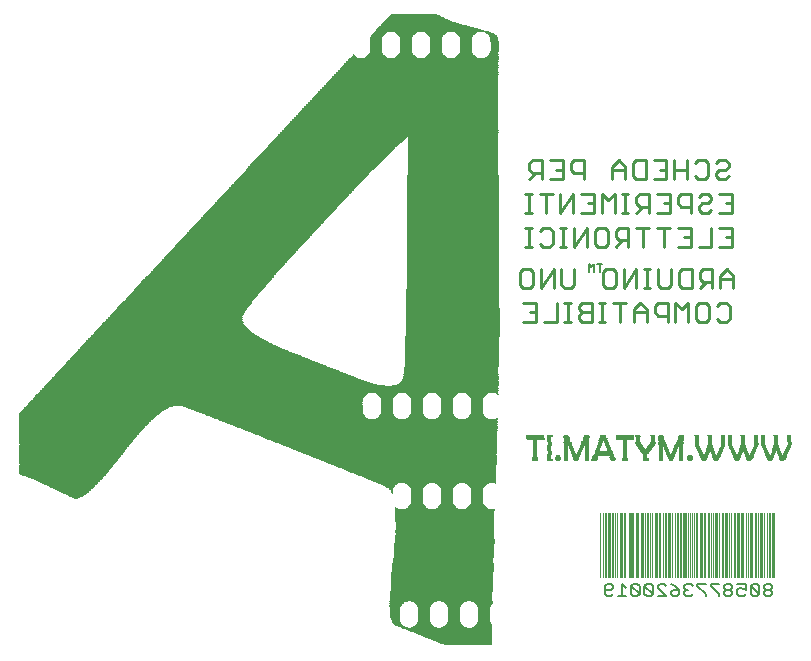
<source format=gbo>
G75*
G70*
%OFA0B0*%
%FSLAX25Y25*%
%IPPOS*%
%LPD*%
%AMOC8*
5,1,8,0,0,1.08239X$1,22.5*
%
%ADD10C,0.00500*%
%ADD11C,0.01100*%
%ADD12R,0.15700X0.00100*%
%ADD13R,0.16000X0.00100*%
%ADD14R,0.16200X0.00100*%
%ADD15R,0.16500X0.00100*%
%ADD16R,0.16700X0.00100*%
%ADD17R,0.17000X0.00100*%
%ADD18R,0.17300X0.00100*%
%ADD19R,0.17500X0.00100*%
%ADD20R,0.17800X0.00100*%
%ADD21R,0.18000X0.00100*%
%ADD22R,0.18300X0.00100*%
%ADD23R,0.18500X0.00100*%
%ADD24R,0.18800X0.00100*%
%ADD25R,0.19000X0.00100*%
%ADD26R,0.19300X0.00100*%
%ADD27R,0.19500X0.00100*%
%ADD28R,0.19800X0.00100*%
%ADD29R,0.20000X0.00100*%
%ADD30R,0.20300X0.00100*%
%ADD31R,0.20500X0.00100*%
%ADD32R,0.20800X0.00100*%
%ADD33R,0.21000X0.00100*%
%ADD34R,0.21300X0.00100*%
%ADD35R,0.21500X0.00100*%
%ADD36R,0.21800X0.00100*%
%ADD37R,0.22100X0.00100*%
%ADD38R,0.22300X0.00100*%
%ADD39R,0.22600X0.00100*%
%ADD40R,0.22800X0.00100*%
%ADD41R,0.23100X0.00100*%
%ADD42R,0.23300X0.00100*%
%ADD43R,0.23600X0.00100*%
%ADD44R,0.23800X0.00100*%
%ADD45R,0.24100X0.00100*%
%ADD46R,0.24400X0.00100*%
%ADD47R,0.24700X0.00100*%
%ADD48R,0.24900X0.00100*%
%ADD49R,0.25200X0.00100*%
%ADD50R,0.25400X0.00100*%
%ADD51R,0.25700X0.00100*%
%ADD52R,0.25900X0.00100*%
%ADD53R,0.26200X0.00100*%
%ADD54R,0.26400X0.00100*%
%ADD55R,0.26700X0.00100*%
%ADD56R,0.26900X0.00100*%
%ADD57R,0.27200X0.00100*%
%ADD58R,0.27500X0.00100*%
%ADD59R,0.27700X0.00100*%
%ADD60R,0.28000X0.00100*%
%ADD61R,0.28200X0.00100*%
%ADD62R,0.28500X0.00100*%
%ADD63R,0.28700X0.00100*%
%ADD64R,0.29000X0.00100*%
%ADD65R,0.29200X0.00100*%
%ADD66R,0.29500X0.00100*%
%ADD67R,0.29700X0.00100*%
%ADD68R,0.01800X0.00100*%
%ADD69R,0.08600X0.00100*%
%ADD70R,0.06800X0.00100*%
%ADD71R,0.01500X0.00100*%
%ADD72R,0.07500X0.00100*%
%ADD73R,0.07400X0.00100*%
%ADD74R,0.06200X0.00100*%
%ADD75R,0.01600X0.00100*%
%ADD76R,0.07200X0.00100*%
%ADD77R,0.06100X0.00100*%
%ADD78R,0.01700X0.00100*%
%ADD79R,0.07000X0.00100*%
%ADD80R,0.06000X0.00100*%
%ADD81R,0.06600X0.00100*%
%ADD82R,0.05800X0.00100*%
%ADD83R,0.01900X0.00100*%
%ADD84R,0.06400X0.00100*%
%ADD85R,0.05700X0.00100*%
%ADD86R,0.02100X0.00100*%
%ADD87R,0.05600X0.00100*%
%ADD88R,0.02200X0.00100*%
%ADD89R,0.05900X0.00100*%
%ADD90R,0.05400X0.00100*%
%ADD91R,0.02400X0.00100*%
%ADD92R,0.05300X0.00100*%
%ADD93R,0.05200X0.00100*%
%ADD94R,0.02700X0.00100*%
%ADD95R,0.05100X0.00100*%
%ADD96R,0.02800X0.00100*%
%ADD97R,0.05000X0.00100*%
%ADD98R,0.04800X0.00100*%
%ADD99R,0.02900X0.00100*%
%ADD100R,0.04700X0.00100*%
%ADD101R,0.04600X0.00100*%
%ADD102R,0.04400X0.00100*%
%ADD103R,0.04300X0.00100*%
%ADD104R,0.04200X0.00100*%
%ADD105R,0.04100X0.00100*%
%ADD106R,0.04000X0.00100*%
%ADD107R,0.03900X0.00100*%
%ADD108R,0.03800X0.00100*%
%ADD109R,0.03000X0.00100*%
%ADD110R,0.03100X0.00100*%
%ADD111R,0.03200X0.00100*%
%ADD112R,0.03300X0.00100*%
%ADD113R,0.03400X0.00100*%
%ADD114R,0.03500X0.00100*%
%ADD115R,0.03600X0.00100*%
%ADD116R,0.03700X0.00100*%
%ADD117R,0.05500X0.00100*%
%ADD118R,0.04500X0.00100*%
%ADD119R,0.04900X0.00100*%
%ADD120R,0.06700X0.00100*%
%ADD121R,0.07100X0.00100*%
%ADD122R,0.08000X0.00100*%
%ADD123R,0.07900X0.00100*%
%ADD124R,0.34200X0.00100*%
%ADD125R,0.34300X0.00100*%
%ADD126R,0.34100X0.00100*%
%ADD127R,0.34000X0.00100*%
%ADD128R,0.33900X0.00100*%
%ADD129R,0.33800X0.00100*%
%ADD130R,0.33700X0.00100*%
%ADD131R,0.33600X0.00100*%
%ADD132R,0.33500X0.00100*%
%ADD133R,0.33400X0.00100*%
%ADD134R,0.33300X0.00100*%
%ADD135R,0.33200X0.00100*%
%ADD136R,0.33100X0.00100*%
%ADD137R,0.33000X0.00100*%
%ADD138R,0.32900X0.00100*%
%ADD139R,0.01300X0.00100*%
%ADD140R,0.08400X0.00100*%
%ADD141R,0.00200X0.00100*%
%ADD142R,0.00900X0.00100*%
%ADD143R,0.07600X0.00100*%
%ADD144R,0.00700X0.00100*%
%ADD145R,0.00600X0.00100*%
%ADD146R,0.00400X0.00100*%
%ADD147R,0.00300X0.00100*%
%ADD148R,0.06300X0.00100*%
%ADD149R,0.00100X0.00100*%
%ADD150R,0.01100X0.00100*%
%ADD151R,0.07300X0.00100*%
%ADD152R,0.07700X0.00100*%
%ADD153R,0.08300X0.00100*%
%ADD154R,0.09100X0.00100*%
%ADD155R,0.09400X0.00100*%
%ADD156R,0.09700X0.00100*%
%ADD157R,0.10000X0.00100*%
%ADD158R,0.00500X0.00100*%
%ADD159R,0.10300X0.00100*%
%ADD160R,0.10600X0.00100*%
%ADD161R,0.11000X0.00100*%
%ADD162R,0.11300X0.00100*%
%ADD163R,0.11600X0.00100*%
%ADD164R,0.00800X0.00100*%
%ADD165R,0.11900X0.00100*%
%ADD166R,0.12200X0.00100*%
%ADD167R,0.01000X0.00100*%
%ADD168R,0.12500X0.00100*%
%ADD169R,0.12900X0.00100*%
%ADD170R,0.13200X0.00100*%
%ADD171R,0.01400X0.00100*%
%ADD172R,0.13500X0.00100*%
%ADD173R,0.13800X0.00100*%
%ADD174R,0.14100X0.00100*%
%ADD175R,0.14400X0.00100*%
%ADD176R,0.14700X0.00100*%
%ADD177R,0.02600X0.00100*%
%ADD178R,0.15000X0.00100*%
%ADD179R,0.15300X0.00100*%
%ADD180R,0.15600X0.00100*%
%ADD181R,0.15900X0.00100*%
%ADD182R,0.16800X0.00100*%
%ADD183R,0.17200X0.00100*%
%ADD184R,0.18100X0.00100*%
%ADD185R,0.18400X0.00100*%
%ADD186R,0.07800X0.00100*%
%ADD187R,0.18700X0.00100*%
%ADD188R,0.39700X0.00100*%
%ADD189R,0.19400X0.00100*%
%ADD190R,0.39900X0.00100*%
%ADD191R,0.19700X0.00100*%
%ADD192R,0.40200X0.00100*%
%ADD193R,0.40400X0.00100*%
%ADD194R,0.40700X0.00100*%
%ADD195R,0.20600X0.00100*%
%ADD196R,0.40900X0.00100*%
%ADD197R,0.41100X0.00100*%
%ADD198R,0.41400X0.00100*%
%ADD199R,0.21600X0.00100*%
%ADD200R,0.41600X0.00100*%
%ADD201R,0.22000X0.00100*%
%ADD202R,0.41900X0.00100*%
%ADD203R,0.42100X0.00100*%
%ADD204R,0.42400X0.00100*%
%ADD205R,0.22900X0.00100*%
%ADD206R,0.42600X0.00100*%
%ADD207R,0.23200X0.00100*%
%ADD208R,0.42800X0.00100*%
%ADD209R,0.43100X0.00100*%
%ADD210R,0.23900X0.00100*%
%ADD211R,0.43300X0.00100*%
%ADD212R,0.24300X0.00100*%
%ADD213R,0.43600X0.00100*%
%ADD214R,0.43800X0.00100*%
%ADD215R,0.25000X0.00100*%
%ADD216R,0.44100X0.00100*%
%ADD217R,0.44300X0.00100*%
%ADD218R,0.25800X0.00100*%
%ADD219R,0.44600X0.00100*%
%ADD220R,0.44900X0.00100*%
%ADD221R,0.26500X0.00100*%
%ADD222R,0.45200X0.00100*%
%ADD223R,0.45400X0.00100*%
%ADD224R,0.27300X0.00100*%
%ADD225R,0.45600X0.00100*%
%ADD226R,0.45900X0.00100*%
%ADD227R,0.28100X0.00100*%
%ADD228R,0.46100X0.00100*%
%ADD229R,0.46400X0.00100*%
%ADD230R,0.28900X0.00100*%
%ADD231R,0.46600X0.00100*%
%ADD232R,0.46900X0.00100*%
%ADD233R,0.47100X0.00100*%
%ADD234R,0.29100X0.00100*%
%ADD235R,0.47400X0.00100*%
%ADD236R,0.47600X0.00100*%
%ADD237R,0.29300X0.00100*%
%ADD238R,0.47900X0.00100*%
%ADD239R,0.29400X0.00100*%
%ADD240R,0.48100X0.00100*%
%ADD241R,0.48400X0.00100*%
%ADD242R,0.29600X0.00100*%
%ADD243R,0.48600X0.00100*%
%ADD244R,0.48900X0.00100*%
%ADD245R,0.49100X0.00100*%
%ADD246R,0.29800X0.00100*%
%ADD247R,0.49400X0.00100*%
%ADD248R,0.29900X0.00100*%
%ADD249R,0.49600X0.00100*%
%ADD250R,0.30000X0.00100*%
%ADD251R,0.49900X0.00100*%
%ADD252R,0.30100X0.00100*%
%ADD253R,0.50100X0.00100*%
%ADD254R,0.30200X0.00100*%
%ADD255R,0.50400X0.00100*%
%ADD256R,0.50600X0.00100*%
%ADD257R,0.30300X0.00100*%
%ADD258R,0.50900X0.00100*%
%ADD259R,0.30400X0.00100*%
%ADD260R,0.51100X0.00100*%
%ADD261R,0.30500X0.00100*%
%ADD262R,0.51400X0.00100*%
%ADD263R,0.30600X0.00100*%
%ADD264R,0.51600X0.00100*%
%ADD265R,0.30700X0.00100*%
%ADD266R,0.51900X0.00100*%
%ADD267R,0.52100X0.00100*%
%ADD268R,0.30800X0.00100*%
%ADD269R,0.52400X0.00100*%
%ADD270R,0.30900X0.00100*%
%ADD271R,0.52600X0.00100*%
%ADD272R,0.31000X0.00100*%
%ADD273R,0.52900X0.00100*%
%ADD274R,0.31100X0.00100*%
%ADD275R,0.53100X0.00100*%
%ADD276R,0.31200X0.00100*%
%ADD277R,0.53400X0.00100*%
%ADD278R,0.53600X0.00100*%
%ADD279R,0.31300X0.00100*%
%ADD280R,0.53900X0.00100*%
%ADD281R,0.31400X0.00100*%
%ADD282R,0.54200X0.00100*%
%ADD283R,0.31500X0.00100*%
%ADD284R,0.54500X0.00100*%
%ADD285R,0.31600X0.00100*%
%ADD286R,0.54700X0.00100*%
%ADD287R,0.55000X0.00100*%
%ADD288R,0.31700X0.00100*%
%ADD289R,0.55200X0.00100*%
%ADD290R,0.31800X0.00100*%
%ADD291R,0.55500X0.00100*%
%ADD292R,0.31900X0.00100*%
%ADD293R,0.55700X0.00100*%
%ADD294R,0.32000X0.00100*%
%ADD295R,0.56000X0.00100*%
%ADD296R,0.56200X0.00100*%
%ADD297R,0.32100X0.00100*%
%ADD298R,0.56500X0.00100*%
%ADD299R,0.32200X0.00100*%
%ADD300R,0.56700X0.00100*%
%ADD301R,0.32300X0.00100*%
%ADD302R,0.57000X0.00100*%
%ADD303R,0.32400X0.00100*%
%ADD304R,0.57200X0.00100*%
%ADD305R,0.32500X0.00100*%
%ADD306R,0.57500X0.00100*%
%ADD307R,0.57700X0.00100*%
%ADD308R,0.32600X0.00100*%
%ADD309R,0.58000X0.00100*%
%ADD310R,0.32700X0.00100*%
%ADD311R,0.58200X0.00100*%
%ADD312R,0.32800X0.00100*%
%ADD313R,0.58500X0.00100*%
%ADD314R,0.58700X0.00100*%
%ADD315R,0.59000X0.00100*%
%ADD316R,0.59200X0.00100*%
%ADD317R,0.59500X0.00100*%
%ADD318R,0.59800X0.00100*%
%ADD319R,0.60000X0.00100*%
%ADD320R,0.60300X0.00100*%
%ADD321R,0.60500X0.00100*%
%ADD322R,0.60800X0.00100*%
%ADD323R,0.61000X0.00100*%
%ADD324R,0.61300X0.00100*%
%ADD325R,0.61500X0.00100*%
%ADD326R,0.61800X0.00100*%
%ADD327R,0.62000X0.00100*%
%ADD328R,0.62300X0.00100*%
%ADD329R,0.62500X0.00100*%
%ADD330R,0.62800X0.00100*%
%ADD331R,0.63000X0.00100*%
%ADD332R,0.63300X0.00100*%
%ADD333R,0.34400X0.00100*%
%ADD334R,0.63500X0.00100*%
%ADD335R,0.63900X0.00100*%
%ADD336R,0.34500X0.00100*%
%ADD337R,0.64100X0.00100*%
%ADD338R,0.34600X0.00100*%
%ADD339R,0.64400X0.00100*%
%ADD340R,0.34700X0.00100*%
%ADD341R,0.64700X0.00100*%
%ADD342R,0.64900X0.00100*%
%ADD343R,0.34800X0.00100*%
%ADD344R,0.65200X0.00100*%
%ADD345R,0.34900X0.00100*%
%ADD346R,0.65400X0.00100*%
%ADD347R,0.35000X0.00100*%
%ADD348R,0.65700X0.00100*%
%ADD349R,0.65900X0.00100*%
%ADD350R,0.35100X0.00100*%
%ADD351R,0.66200X0.00100*%
%ADD352R,0.35200X0.00100*%
%ADD353R,0.66400X0.00100*%
%ADD354R,0.35300X0.00100*%
%ADD355R,0.66700X0.00100*%
%ADD356R,0.35400X0.00100*%
%ADD357R,0.66900X0.00100*%
%ADD358R,0.67200X0.00100*%
%ADD359R,0.35500X0.00100*%
%ADD360R,0.67400X0.00100*%
%ADD361R,0.35600X0.00100*%
%ADD362R,0.67700X0.00100*%
%ADD363R,0.35700X0.00100*%
%ADD364R,0.67900X0.00100*%
%ADD365R,0.68200X0.00100*%
%ADD366R,0.35800X0.00100*%
%ADD367R,0.68400X0.00100*%
%ADD368R,0.35900X0.00100*%
%ADD369R,0.68700X0.00100*%
%ADD370R,0.36000X0.00100*%
%ADD371R,0.68900X0.00100*%
%ADD372R,0.36100X0.00100*%
%ADD373R,0.69200X0.00100*%
%ADD374R,0.69400X0.00100*%
%ADD375R,0.36200X0.00100*%
%ADD376R,0.69700X0.00100*%
%ADD377R,0.36300X0.00100*%
%ADD378R,0.70000X0.00100*%
%ADD379R,0.36400X0.00100*%
%ADD380R,0.70200X0.00100*%
%ADD381R,0.36500X0.00100*%
%ADD382R,0.70500X0.00100*%
%ADD383R,0.70700X0.00100*%
%ADD384R,0.36600X0.00100*%
%ADD385R,0.71000X0.00100*%
%ADD386R,0.36700X0.00100*%
%ADD387R,0.71200X0.00100*%
%ADD388R,0.36800X0.00100*%
%ADD389R,0.71500X0.00100*%
%ADD390R,0.36900X0.00100*%
%ADD391R,0.71700X0.00100*%
%ADD392R,0.72000X0.00100*%
%ADD393R,0.37000X0.00100*%
%ADD394R,0.72200X0.00100*%
%ADD395R,0.37100X0.00100*%
%ADD396R,0.72500X0.00100*%
%ADD397R,0.37200X0.00100*%
%ADD398R,0.72700X0.00100*%
%ADD399R,0.37300X0.00100*%
%ADD400R,0.73000X0.00100*%
%ADD401R,0.73300X0.00100*%
%ADD402R,0.37400X0.00100*%
%ADD403R,0.73600X0.00100*%
%ADD404R,0.37500X0.00100*%
%ADD405R,0.73800X0.00100*%
%ADD406R,0.37600X0.00100*%
%ADD407R,0.74100X0.00100*%
%ADD408R,0.37700X0.00100*%
%ADD409R,0.74300X0.00100*%
%ADD410R,0.74600X0.00100*%
%ADD411R,0.37800X0.00100*%
%ADD412R,0.74800X0.00100*%
%ADD413R,0.37900X0.00100*%
%ADD414R,0.75100X0.00100*%
%ADD415R,0.38000X0.00100*%
%ADD416R,0.75400X0.00100*%
%ADD417R,0.38100X0.00100*%
%ADD418R,0.75600X0.00100*%
%ADD419R,0.38200X0.00100*%
%ADD420R,0.75900X0.00100*%
%ADD421R,0.76100X0.00100*%
%ADD422R,0.38300X0.00100*%
%ADD423R,0.76400X0.00100*%
%ADD424R,0.38400X0.00100*%
%ADD425R,0.76600X0.00100*%
%ADD426R,0.38500X0.00100*%
%ADD427R,0.76900X0.00100*%
%ADD428R,0.38600X0.00100*%
%ADD429R,0.77100X0.00100*%
%ADD430R,0.38700X0.00100*%
%ADD431R,0.77400X0.00100*%
%ADD432R,0.77600X0.00100*%
%ADD433R,0.38800X0.00100*%
%ADD434R,0.77900X0.00100*%
%ADD435R,0.38900X0.00100*%
%ADD436R,0.78100X0.00100*%
%ADD437R,0.39000X0.00100*%
%ADD438R,0.78400X0.00100*%
%ADD439R,0.39100X0.00100*%
%ADD440R,0.78600X0.00100*%
%ADD441R,0.39200X0.00100*%
%ADD442R,0.78900X0.00100*%
%ADD443R,0.39300X0.00100*%
%ADD444R,0.79100X0.00100*%
%ADD445R,0.79400X0.00100*%
%ADD446R,0.39400X0.00100*%
%ADD447R,0.79600X0.00100*%
%ADD448R,0.39500X0.00100*%
%ADD449R,0.79900X0.00100*%
%ADD450R,0.39600X0.00100*%
%ADD451R,0.80200X0.00100*%
%ADD452R,0.80400X0.00100*%
%ADD453R,0.39800X0.00100*%
%ADD454R,0.80700X0.00100*%
%ADD455R,0.80900X0.00100*%
%ADD456R,0.81200X0.00100*%
%ADD457R,0.40000X0.00100*%
%ADD458R,0.81400X0.00100*%
%ADD459R,0.40100X0.00100*%
%ADD460R,0.81700X0.00100*%
%ADD461R,0.81900X0.00100*%
%ADD462R,0.40300X0.00100*%
%ADD463R,0.82200X0.00100*%
%ADD464R,0.82400X0.00100*%
%ADD465R,0.40500X0.00100*%
%ADD466R,0.82700X0.00100*%
%ADD467R,0.40600X0.00100*%
%ADD468R,0.83000X0.00100*%
%ADD469R,0.83300X0.00100*%
%ADD470R,0.83500X0.00100*%
%ADD471R,0.40800X0.00100*%
%ADD472R,0.83800X0.00100*%
%ADD473R,0.84000X0.00100*%
%ADD474R,0.41000X0.00100*%
%ADD475R,0.84300X0.00100*%
%ADD476R,0.84500X0.00100*%
%ADD477R,0.41200X0.00100*%
%ADD478R,0.84800X0.00100*%
%ADD479R,0.41300X0.00100*%
%ADD480R,0.85100X0.00100*%
%ADD481R,0.85300X0.00100*%
%ADD482R,0.41500X0.00100*%
%ADD483R,0.85600X0.00100*%
%ADD484R,0.85800X0.00100*%
%ADD485R,0.41700X0.00100*%
%ADD486R,0.86100X0.00100*%
%ADD487R,0.41800X0.00100*%
%ADD488R,0.86300X0.00100*%
%ADD489R,0.86600X0.00100*%
%ADD490R,0.42000X0.00100*%
%ADD491R,0.86800X0.00100*%
%ADD492R,0.87100X0.00100*%
%ADD493R,0.87300X0.00100*%
%ADD494R,0.42200X0.00100*%
%ADD495R,0.87600X0.00100*%
%ADD496R,0.42300X0.00100*%
%ADD497R,0.87900X0.00100*%
%ADD498R,0.88100X0.00100*%
%ADD499R,0.42500X0.00100*%
%ADD500R,0.88400X0.00100*%
%ADD501R,0.88600X0.00100*%
%ADD502R,0.42700X0.00100*%
%ADD503R,0.88900X0.00100*%
%ADD504R,0.89100X0.00100*%
%ADD505R,0.42900X0.00100*%
%ADD506R,0.89400X0.00100*%
%ADD507R,0.43000X0.00100*%
%ADD508R,0.89600X0.00100*%
%ADD509R,0.89900X0.00100*%
%ADD510R,0.43200X0.00100*%
%ADD511R,0.90100X0.00100*%
%ADD512R,0.90400X0.00100*%
%ADD513R,0.43400X0.00100*%
%ADD514R,0.90700X0.00100*%
%ADD515R,0.43500X0.00100*%
%ADD516R,0.90900X0.00100*%
%ADD517R,0.91200X0.00100*%
%ADD518R,0.43700X0.00100*%
%ADD519R,0.91400X0.00100*%
%ADD520R,0.91700X0.00100*%
%ADD521R,0.43900X0.00100*%
%ADD522R,0.91900X0.00100*%
%ADD523R,0.44000X0.00100*%
%ADD524R,0.92200X0.00100*%
%ADD525R,0.92500X0.00100*%
%ADD526R,0.92800X0.00100*%
%ADD527R,0.44400X0.00100*%
%ADD528R,0.50500X0.00100*%
%ADD529R,0.08500X0.00100*%
%ADD530R,0.44500X0.00100*%
%ADD531R,0.50200X0.00100*%
%ADD532R,0.50300X0.00100*%
%ADD533R,0.44700X0.00100*%
%ADD534R,0.44800X0.00100*%
%ADD535R,0.50700X0.00100*%
%ADD536R,0.45000X0.00100*%
%ADD537R,0.50800X0.00100*%
%ADD538R,0.45100X0.00100*%
%ADD539R,0.51000X0.00100*%
%ADD540R,0.51300X0.00100*%
%ADD541R,0.45500X0.00100*%
%ADD542R,0.51500X0.00100*%
%ADD543R,0.45700X0.00100*%
%ADD544R,0.51800X0.00100*%
%ADD545R,0.45800X0.00100*%
%ADD546R,0.46000X0.00100*%
%ADD547R,0.52200X0.00100*%
%ADD548R,0.46200X0.00100*%
%ADD549R,0.52500X0.00100*%
%ADD550R,0.46300X0.00100*%
%ADD551R,0.52800X0.00100*%
%ADD552R,0.53200X0.00100*%
%ADD553R,0.46700X0.00100*%
%ADD554R,0.54100X0.00100*%
%ADD555R,0.54400X0.00100*%
%ADD556R,0.54800X0.00100*%
%ADD557R,0.55100X0.00100*%
%ADD558R,0.47000X0.00100*%
%ADD559R,0.55400X0.00100*%
%ADD560R,0.55600X0.00100*%
%ADD561R,0.55900X0.00100*%
%ADD562R,0.47200X0.00100*%
%ADD563R,0.56400X0.00100*%
%ADD564R,0.47300X0.00100*%
%ADD565R,0.47500X0.00100*%
%ADD566R,0.57800X0.00100*%
%ADD567R,0.47700X0.00100*%
%ADD568R,0.58100X0.00100*%
%ADD569R,0.47800X0.00100*%
%ADD570R,0.58300X0.00100*%
%ADD571R,0.58600X0.00100*%
%ADD572R,0.48000X0.00100*%
%ADD573R,0.58900X0.00100*%
%ADD574R,0.48200X0.00100*%
%ADD575R,0.48300X0.00100*%
%ADD576R,0.48500X0.00100*%
%ADD577R,0.59700X0.00100*%
%ADD578R,0.48700X0.00100*%
%ADD579R,0.49300X0.00100*%
%ADD580R,0.60700X0.00100*%
%ADD581R,1.11700X0.00100*%
%ADD582R,1.11600X0.00100*%
%ADD583R,1.11500X0.00100*%
%ADD584R,1.11400X0.00100*%
%ADD585R,1.11300X0.00100*%
%ADD586R,1.11200X0.00100*%
%ADD587R,1.11100X0.00100*%
%ADD588R,1.11000X0.00100*%
%ADD589R,1.10900X0.00100*%
%ADD590R,1.10800X0.00100*%
%ADD591R,1.10700X0.00100*%
%ADD592R,1.10600X0.00100*%
%ADD593R,1.10500X0.00100*%
%ADD594R,1.10400X0.00100*%
%ADD595R,1.10300X0.00100*%
%ADD596R,1.10200X0.00100*%
%ADD597R,1.10100X0.00100*%
%ADD598R,1.10000X0.00100*%
%ADD599R,1.09900X0.00100*%
%ADD600R,1.09800X0.00100*%
%ADD601R,1.09700X0.00100*%
%ADD602R,1.09600X0.00100*%
%ADD603R,1.53000X0.00100*%
%ADD604R,1.52900X0.00100*%
%ADD605R,1.52800X0.00100*%
%ADD606R,1.52700X0.00100*%
%ADD607R,1.52600X0.00100*%
%ADD608R,1.52500X0.00100*%
%ADD609R,1.52400X0.00100*%
%ADD610R,1.52300X0.00100*%
%ADD611R,1.52200X0.00100*%
%ADD612R,1.52100X0.00100*%
%ADD613R,1.52000X0.00100*%
%ADD614R,1.51900X0.00100*%
%ADD615R,1.51800X0.00100*%
%ADD616R,1.51700X0.00100*%
%ADD617R,1.51600X0.00100*%
%ADD618R,1.51500X0.00100*%
%ADD619R,1.51400X0.00100*%
%ADD620R,1.51300X0.00100*%
%ADD621R,1.51200X0.00100*%
%ADD622R,1.51100X0.00100*%
%ADD623R,1.13200X0.00100*%
%ADD624R,1.12200X0.00100*%
%ADD625R,1.09200X0.00100*%
%ADD626R,1.08800X0.00100*%
%ADD627R,1.08300X0.00100*%
%ADD628R,1.07900X0.00100*%
%ADD629R,1.07400X0.00100*%
%ADD630R,1.07000X0.00100*%
%ADD631R,1.06500X0.00100*%
%ADD632R,1.06100X0.00100*%
%ADD633R,1.05700X0.00100*%
%ADD634R,1.05300X0.00100*%
%ADD635R,1.05000X0.00100*%
%ADD636R,1.04600X0.00100*%
%ADD637R,1.04200X0.00100*%
%ADD638R,1.03900X0.00100*%
%ADD639R,1.03500X0.00100*%
%ADD640R,1.03200X0.00100*%
%ADD641R,1.02900X0.00100*%
%ADD642R,1.02500X0.00100*%
%ADD643R,1.02100X0.00100*%
%ADD644R,1.01800X0.00100*%
%ADD645R,1.01400X0.00100*%
%ADD646R,1.01100X0.00100*%
%ADD647R,1.00700X0.00100*%
%ADD648R,1.00300X0.00100*%
%ADD649R,1.00000X0.00100*%
%ADD650R,0.99600X0.00100*%
%ADD651R,0.99300X0.00100*%
%ADD652R,0.98900X0.00100*%
%ADD653R,0.98600X0.00100*%
%ADD654R,0.98300X0.00100*%
%ADD655R,0.98000X0.00100*%
%ADD656R,0.97600X0.00100*%
%ADD657R,0.97200X0.00100*%
%ADD658R,0.96900X0.00100*%
%ADD659R,0.96500X0.00100*%
%ADD660R,0.96200X0.00100*%
%ADD661R,0.95800X0.00100*%
%ADD662R,0.95500X0.00100*%
%ADD663R,0.95100X0.00100*%
%ADD664R,0.94800X0.00100*%
%ADD665R,0.94400X0.00100*%
%ADD666R,0.94100X0.00100*%
%ADD667R,0.93700X0.00100*%
%ADD668R,0.93400X0.00100*%
%ADD669R,0.93100X0.00100*%
%ADD670R,0.92700X0.00100*%
%ADD671R,0.92400X0.00100*%
%ADD672R,0.92000X0.00100*%
%ADD673R,0.91300X0.00100*%
%ADD674R,0.91000X0.00100*%
%ADD675R,0.90600X0.00100*%
%ADD676R,0.90300X0.00100*%
%ADD677R,0.89200X0.00100*%
%ADD678R,0.89000X0.00100*%
%ADD679R,0.88300X0.00100*%
%ADD680R,0.87500X0.00100*%
%ADD681R,0.87200X0.00100*%
%ADD682R,0.86500X0.00100*%
%ADD683R,0.85400X0.00100*%
%ADD684R,0.84700X0.00100*%
%ADD685R,0.84400X0.00100*%
%ADD686R,0.84100X0.00100*%
%ADD687R,0.83400X0.00100*%
%ADD688R,0.83100X0.00100*%
%ADD689R,0.82000X0.00100*%
%ADD690R,0.81300X0.00100*%
%ADD691R,0.80600X0.00100*%
%ADD692R,0.79500X0.00100*%
%ADD693R,0.79300X0.00100*%
%ADD694R,0.78200X0.00100*%
%ADD695R,0.77500X0.00100*%
%ADD696R,0.77200X0.00100*%
%ADD697R,0.76800X0.00100*%
%ADD698R,0.76500X0.00100*%
%ADD699R,0.75800X0.00100*%
%ADD700R,0.74700X0.00100*%
%ADD701R,0.74500X0.00100*%
%ADD702R,0.73700X0.00100*%
%ADD703R,0.73400X0.00100*%
%ADD704R,0.72300X0.00100*%
%ADD705R,0.71600X0.00100*%
%ADD706R,0.71300X0.00100*%
%ADD707R,0.70900X0.00100*%
%ADD708R,0.70600X0.00100*%
%ADD709R,0.69900X0.00100*%
%ADD710R,0.69600X0.00100*%
%ADD711R,0.69300X0.00100*%
%ADD712R,0.69000X0.00100*%
%ADD713R,0.68600X0.00100*%
%ADD714R,0.68300X0.00100*%
%ADD715R,0.67600X0.00100*%
%ADD716R,0.67300X0.00100*%
%ADD717R,0.66600X0.00100*%
%ADD718R,0.66300X0.00100*%
%ADD719R,0.66000X0.00100*%
%ADD720R,0.65600X0.00100*%
%ADD721R,0.65300X0.00100*%
%ADD722R,0.65100X0.00100*%
%ADD723R,0.64800X0.00100*%
%ADD724R,0.63800X0.00100*%
%ADD725R,0.63200X0.00100*%
%ADD726R,0.62900X0.00100*%
%ADD727R,0.62600X0.00100*%
%ADD728R,0.61600X0.00100*%
%ADD729R,0.59400X0.00100*%
%ADD730R,0.59100X0.00100*%
%ADD731R,0.58800X0.00100*%
%ADD732R,0.57400X0.00100*%
%ADD733R,0.57100X0.00100*%
%ADD734R,0.56900X0.00100*%
%ADD735R,0.56100X0.00100*%
%ADD736R,0.54600X0.00100*%
%ADD737R,0.54300X0.00100*%
%ADD738R,0.53800X0.00100*%
%ADD739R,0.53300X0.00100*%
%ADD740R,0.53000X0.00100*%
%ADD741R,0.52700X0.00100*%
%ADD742R,0.52300X0.00100*%
%ADD743R,0.52000X0.00100*%
%ADD744R,0.50000X0.00100*%
%ADD745R,0.49800X0.00100*%
%ADD746R,0.49200X0.00100*%
%ADD747R,0.49000X0.00100*%
%ADD748R,0.48800X0.00100*%
%ADD749R,0.46800X0.00100*%
%ADD750R,0.46500X0.00100*%
%ADD751R,0.45300X0.00100*%
%ADD752R,0.44200X0.00100*%
%ADD753R,0.73500X0.00100*%
%ADD754R,0.73200X0.00100*%
%ADD755R,0.73100X0.00100*%
%ADD756R,0.72900X0.00100*%
%ADD757R,0.72800X0.00100*%
%ADD758R,0.72600X0.00100*%
%ADD759R,0.72400X0.00100*%
%ADD760R,0.72100X0.00100*%
%ADD761R,0.71900X0.00100*%
%ADD762R,0.71800X0.00100*%
%ADD763R,0.71400X0.00100*%
%ADD764R,0.71100X0.00100*%
%ADD765R,0.70800X0.00100*%
%ADD766R,0.70400X0.00100*%
%ADD767R,0.70300X0.00100*%
%ADD768R,0.70100X0.00100*%
%ADD769R,0.69800X0.00100*%
%ADD770R,0.69500X0.00100*%
%ADD771R,0.69100X0.00100*%
%ADD772R,0.68800X0.00100*%
%ADD773R,0.68500X0.00100*%
%ADD774R,0.68100X0.00100*%
%ADD775R,0.68000X0.00100*%
%ADD776R,0.67800X0.00100*%
%ADD777R,0.67500X0.00100*%
%ADD778R,0.67100X0.00100*%
%ADD779R,0.67000X0.00100*%
%ADD780R,0.66800X0.00100*%
%ADD781R,0.66500X0.00100*%
%ADD782R,0.66100X0.00100*%
%ADD783R,0.65800X0.00100*%
%ADD784R,0.65500X0.00100*%
%ADD785R,0.65000X0.00100*%
%ADD786R,0.64600X0.00100*%
%ADD787R,0.64500X0.00100*%
%ADD788R,0.64300X0.00100*%
%ADD789R,0.64200X0.00100*%
%ADD790R,0.64000X0.00100*%
%ADD791R,0.63700X0.00100*%
%ADD792R,0.63600X0.00100*%
%ADD793R,0.63400X0.00100*%
%ADD794R,0.63100X0.00100*%
%ADD795R,0.62700X0.00100*%
%ADD796R,0.62400X0.00100*%
%ADD797R,0.62200X0.00100*%
%ADD798R,0.62100X0.00100*%
%ADD799R,0.61900X0.00100*%
%ADD800R,0.61700X0.00100*%
%ADD801R,0.61400X0.00100*%
%ADD802R,0.61200X0.00100*%
%ADD803R,0.61100X0.00100*%
%ADD804R,0.60900X0.00100*%
%ADD805R,0.60600X0.00100*%
%ADD806R,0.60400X0.00100*%
%ADD807R,0.60200X0.00100*%
%ADD808R,0.60100X0.00100*%
%ADD809R,0.59900X0.00100*%
%ADD810R,0.59600X0.00100*%
%ADD811R,0.59300X0.00100*%
%ADD812R,0.58400X0.00100*%
%ADD813R,0.57900X0.00100*%
%ADD814R,0.57600X0.00100*%
%ADD815R,0.57300X0.00100*%
%ADD816R,0.56800X0.00100*%
%ADD817R,0.56600X0.00100*%
%ADD818R,0.56300X0.00100*%
%ADD819R,0.55800X0.00100*%
%ADD820R,0.55300X0.00100*%
%ADD821R,0.54900X0.00100*%
%ADD822R,0.54000X0.00100*%
%ADD823R,0.53700X0.00100*%
%ADD824R,0.53500X0.00100*%
%ADD825R,0.51700X0.00100*%
%ADD826R,0.51200X0.00100*%
%ADD827R,0.49700X0.00100*%
%ADD828R,0.08800X0.00100*%
%ADD829R,0.08700X0.00100*%
%ADD830R,0.02300X0.00100*%
%ADD831R,0.02500X0.00100*%
%ADD832R,0.26800X0.00100*%
%ADD833R,0.26000X0.00100*%
%ADD834R,0.25600X0.00100*%
%ADD835R,0.25100X0.00100*%
%ADD836R,0.23500X0.00100*%
%ADD837R,0.22700X0.00100*%
%ADD838R,0.21900X0.00100*%
%ADD839R,0.21200X0.00100*%
%ADD840R,0.20900X0.00100*%
%ADD841R,0.20200X0.00100*%
%ADD842R,0.19900X0.00100*%
%ADD843R,0.19600X0.00100*%
%ADD844R,0.19100X0.00100*%
%ADD845R,0.18200X0.00100*%
%ADD846R,0.17900X0.00100*%
%ADD847R,0.17600X0.00100*%
%ADD848R,0.16400X0.00100*%
%ADD849C,0.00600*%
%ADD850R,0.01200X0.00100*%
%ADD851R,0.02000X0.00100*%
%ADD852R,0.06500X0.00100*%
D10*
X0216243Y0127700D02*
X0216243Y0130202D01*
X0217077Y0129368D01*
X0217911Y0130202D01*
X0217911Y0127700D01*
X0219839Y0127700D02*
X0219839Y0130202D01*
X0220673Y0130202D02*
X0219005Y0130202D01*
D11*
X0220938Y0127513D02*
X0222006Y0128580D01*
X0224141Y0128580D01*
X0225209Y0127513D01*
X0225209Y0123243D01*
X0224141Y0122175D01*
X0222006Y0122175D01*
X0220938Y0123243D01*
X0220938Y0127513D01*
X0227844Y0128580D02*
X0227844Y0122175D01*
X0232115Y0128580D01*
X0232115Y0122175D01*
X0234583Y0122175D02*
X0236719Y0122175D01*
X0235651Y0122175D02*
X0235651Y0128580D01*
X0236719Y0128580D02*
X0234583Y0128580D01*
X0239354Y0128580D02*
X0239354Y0123243D01*
X0240422Y0122175D01*
X0242557Y0122175D01*
X0243624Y0123243D01*
X0243624Y0128580D01*
X0246260Y0127513D02*
X0247328Y0128580D01*
X0250530Y0128580D01*
X0250530Y0122175D01*
X0247328Y0122175D01*
X0246260Y0123243D01*
X0246260Y0127513D01*
X0253166Y0127513D02*
X0253166Y0125378D01*
X0254233Y0124310D01*
X0257436Y0124310D01*
X0255301Y0124310D02*
X0253166Y0122175D01*
X0257436Y0122175D02*
X0257436Y0128580D01*
X0254233Y0128580D01*
X0253166Y0127513D01*
X0260072Y0126445D02*
X0260072Y0122175D01*
X0260072Y0125378D02*
X0264342Y0125378D01*
X0264342Y0126445D02*
X0262207Y0128580D01*
X0260072Y0126445D01*
X0264342Y0126445D02*
X0264342Y0122175D01*
X0262124Y0117330D02*
X0259988Y0117330D01*
X0258921Y0116263D01*
X0256285Y0116263D02*
X0256285Y0111993D01*
X0255218Y0110925D01*
X0253083Y0110925D01*
X0252015Y0111993D01*
X0252015Y0116263D01*
X0253083Y0117330D01*
X0255218Y0117330D01*
X0256285Y0116263D01*
X0258921Y0111993D02*
X0259988Y0110925D01*
X0262124Y0110925D01*
X0263191Y0111993D01*
X0263191Y0116263D01*
X0262124Y0117330D01*
X0249379Y0117330D02*
X0249379Y0110925D01*
X0245109Y0110925D02*
X0245109Y0117330D01*
X0247244Y0115195D01*
X0249379Y0117330D01*
X0242473Y0117330D02*
X0239271Y0117330D01*
X0238203Y0116263D01*
X0238203Y0114128D01*
X0239271Y0113060D01*
X0242473Y0113060D01*
X0242473Y0110925D02*
X0242473Y0117330D01*
X0235568Y0115195D02*
X0233432Y0117330D01*
X0231297Y0115195D01*
X0231297Y0110925D01*
X0231297Y0114128D02*
X0235568Y0114128D01*
X0235568Y0115195D02*
X0235568Y0110925D01*
X0226527Y0110925D02*
X0226527Y0117330D01*
X0228662Y0117330D02*
X0224391Y0117330D01*
X0221756Y0117330D02*
X0219621Y0117330D01*
X0220688Y0117330D02*
X0220688Y0110925D01*
X0219621Y0110925D02*
X0221756Y0110925D01*
X0217152Y0110925D02*
X0213949Y0110925D01*
X0212882Y0111993D01*
X0212882Y0113060D01*
X0213949Y0114128D01*
X0217152Y0114128D01*
X0217152Y0117330D02*
X0217152Y0110925D01*
X0213949Y0114128D02*
X0212882Y0115195D01*
X0212882Y0116263D01*
X0213949Y0117330D01*
X0217152Y0117330D01*
X0210246Y0117330D02*
X0208111Y0117330D01*
X0209178Y0117330D02*
X0209178Y0110925D01*
X0208111Y0110925D02*
X0210246Y0110925D01*
X0205642Y0110925D02*
X0201372Y0110925D01*
X0198736Y0110925D02*
X0194466Y0110925D01*
X0196601Y0114128D02*
X0198736Y0114128D01*
X0198736Y0117330D02*
X0198736Y0110925D01*
X0205642Y0110925D02*
X0205642Y0117330D01*
X0204491Y0122175D02*
X0204491Y0128580D01*
X0200221Y0122175D01*
X0200221Y0128580D01*
X0197585Y0127513D02*
X0197585Y0123243D01*
X0196518Y0122175D01*
X0194382Y0122175D01*
X0193315Y0123243D01*
X0193315Y0127513D01*
X0194382Y0128580D01*
X0196518Y0128580D01*
X0197585Y0127513D01*
X0207127Y0128580D02*
X0207127Y0123243D01*
X0208194Y0122175D01*
X0210329Y0122175D01*
X0211397Y0123243D01*
X0211397Y0128580D01*
X0211380Y0136000D02*
X0211380Y0142405D01*
X0208744Y0142405D02*
X0206609Y0142405D01*
X0207676Y0142405D02*
X0207676Y0136000D01*
X0206609Y0136000D02*
X0208744Y0136000D01*
X0211380Y0136000D02*
X0215650Y0142405D01*
X0215650Y0136000D01*
X0218285Y0137068D02*
X0218285Y0141338D01*
X0219353Y0142405D01*
X0221488Y0142405D01*
X0222556Y0141338D01*
X0222556Y0137068D01*
X0221488Y0136000D01*
X0219353Y0136000D01*
X0218285Y0137068D01*
X0225191Y0136000D02*
X0227327Y0138135D01*
X0226259Y0138135D02*
X0229462Y0138135D01*
X0229462Y0136000D02*
X0229462Y0142405D01*
X0226259Y0142405D01*
X0225191Y0141338D01*
X0225191Y0139203D01*
X0226259Y0138135D01*
X0232097Y0142405D02*
X0236368Y0142405D01*
X0234232Y0142405D02*
X0234232Y0136000D01*
X0241138Y0136000D02*
X0241138Y0142405D01*
X0243273Y0142405D02*
X0239003Y0142405D01*
X0239003Y0147250D02*
X0243273Y0147250D01*
X0243273Y0153655D01*
X0239003Y0153655D01*
X0236368Y0153655D02*
X0233165Y0153655D01*
X0232097Y0152588D01*
X0232097Y0150453D01*
X0233165Y0149385D01*
X0236368Y0149385D01*
X0236368Y0147250D02*
X0236368Y0153655D01*
X0234232Y0149385D02*
X0232097Y0147250D01*
X0229462Y0147250D02*
X0227327Y0147250D01*
X0228394Y0147250D02*
X0228394Y0153655D01*
X0227327Y0153655D02*
X0229462Y0153655D01*
X0224858Y0153655D02*
X0222723Y0151520D01*
X0220587Y0153655D01*
X0220587Y0147250D01*
X0217952Y0147250D02*
X0213682Y0147250D01*
X0211046Y0147250D02*
X0211046Y0153655D01*
X0206776Y0147250D01*
X0206776Y0153655D01*
X0204140Y0153655D02*
X0199870Y0153655D01*
X0202005Y0153655D02*
X0202005Y0147250D01*
X0197234Y0147250D02*
X0195099Y0147250D01*
X0196167Y0147250D02*
X0196167Y0153655D01*
X0197234Y0153655D02*
X0195099Y0153655D01*
X0196417Y0158500D02*
X0198552Y0160635D01*
X0197484Y0160635D02*
X0200687Y0160635D01*
X0200687Y0158500D02*
X0200687Y0164905D01*
X0197484Y0164905D01*
X0196417Y0163838D01*
X0196417Y0161703D01*
X0197484Y0160635D01*
X0203323Y0158500D02*
X0207593Y0158500D01*
X0207593Y0164905D01*
X0203323Y0164905D01*
X0205458Y0161703D02*
X0207593Y0161703D01*
X0210229Y0161703D02*
X0211296Y0160635D01*
X0214499Y0160635D01*
X0214499Y0158500D02*
X0214499Y0164905D01*
X0211296Y0164905D01*
X0210229Y0163838D01*
X0210229Y0161703D01*
X0213682Y0153655D02*
X0217952Y0153655D01*
X0217952Y0147250D01*
X0217952Y0150453D02*
X0215817Y0150453D01*
X0224858Y0147250D02*
X0224858Y0153655D01*
X0224040Y0158500D02*
X0224040Y0162770D01*
X0226176Y0164905D01*
X0228311Y0162770D01*
X0228311Y0158500D01*
X0230946Y0159568D02*
X0232014Y0158500D01*
X0235217Y0158500D01*
X0235217Y0164905D01*
X0232014Y0164905D01*
X0230946Y0163838D01*
X0230946Y0159568D01*
X0228311Y0161703D02*
X0224040Y0161703D01*
X0237852Y0164905D02*
X0242122Y0164905D01*
X0242122Y0158500D01*
X0237852Y0158500D01*
X0239987Y0161703D02*
X0242122Y0161703D01*
X0244758Y0161703D02*
X0249028Y0161703D01*
X0249028Y0164905D02*
X0249028Y0158500D01*
X0251664Y0159568D02*
X0252732Y0158500D01*
X0254867Y0158500D01*
X0255934Y0159568D01*
X0255934Y0163838D01*
X0254867Y0164905D01*
X0252732Y0164905D01*
X0251664Y0163838D01*
X0258570Y0163838D02*
X0259637Y0164905D01*
X0261773Y0164905D01*
X0262840Y0163838D01*
X0262840Y0162770D01*
X0261773Y0161703D01*
X0259637Y0161703D01*
X0258570Y0160635D01*
X0258570Y0159568D01*
X0259637Y0158500D01*
X0261773Y0158500D01*
X0262840Y0159568D01*
X0263991Y0153655D02*
X0259721Y0153655D01*
X0257085Y0152588D02*
X0257085Y0151520D01*
X0256018Y0150453D01*
X0253883Y0150453D01*
X0252815Y0149385D01*
X0252815Y0148318D01*
X0253883Y0147250D01*
X0256018Y0147250D01*
X0257085Y0148318D01*
X0259721Y0147250D02*
X0263991Y0147250D01*
X0263991Y0153655D01*
X0263991Y0150453D02*
X0261856Y0150453D01*
X0257085Y0152588D02*
X0256018Y0153655D01*
X0253883Y0153655D01*
X0252815Y0152588D01*
X0250179Y0153655D02*
X0246977Y0153655D01*
X0245909Y0152588D01*
X0245909Y0150453D01*
X0246977Y0149385D01*
X0250179Y0149385D01*
X0250179Y0147250D02*
X0250179Y0153655D01*
X0244758Y0158500D02*
X0244758Y0164905D01*
X0243273Y0150453D02*
X0241138Y0150453D01*
X0245909Y0142405D02*
X0250179Y0142405D01*
X0250179Y0136000D01*
X0245909Y0136000D01*
X0248044Y0139203D02*
X0250179Y0139203D01*
X0252815Y0136000D02*
X0257085Y0136000D01*
X0257085Y0142405D01*
X0259721Y0142405D02*
X0263991Y0142405D01*
X0263991Y0136000D01*
X0259721Y0136000D01*
X0261856Y0139203D02*
X0263991Y0139203D01*
X0204140Y0141338D02*
X0204140Y0137068D01*
X0203072Y0136000D01*
X0200937Y0136000D01*
X0199870Y0137068D01*
X0197234Y0136000D02*
X0195099Y0136000D01*
X0196167Y0136000D02*
X0196167Y0142405D01*
X0197234Y0142405D02*
X0195099Y0142405D01*
X0199870Y0141338D02*
X0200937Y0142405D01*
X0203072Y0142405D01*
X0204140Y0141338D01*
X0198736Y0117330D02*
X0194466Y0117330D01*
D12*
X0175961Y0003250D03*
D13*
X0175811Y0003350D03*
D14*
X0175711Y0003450D03*
X0043711Y0056350D03*
X0158211Y0212950D03*
D15*
X0043661Y0056450D03*
X0175561Y0003550D03*
D16*
X0175461Y0003650D03*
X0158261Y0212750D03*
D17*
X0158311Y0212650D03*
X0175311Y0003750D03*
D18*
X0175161Y0003850D03*
X0158361Y0212550D03*
D19*
X0043461Y0056750D03*
X0175061Y0003950D03*
D20*
X0174911Y0004050D03*
X0043411Y0056850D03*
D21*
X0174811Y0004150D03*
D22*
X0174661Y0004250D03*
D23*
X0174561Y0004350D03*
X0158561Y0212150D03*
D24*
X0158611Y0212050D03*
X0174411Y0004450D03*
D25*
X0174311Y0004550D03*
X0043211Y0057250D03*
D26*
X0174161Y0004650D03*
X0158761Y0211850D03*
D27*
X0174061Y0004750D03*
D28*
X0173911Y0004850D03*
D29*
X0173811Y0004950D03*
X0043011Y0057550D03*
D30*
X0042961Y0057650D03*
X0173661Y0005050D03*
D31*
X0173561Y0005150D03*
D32*
X0173411Y0005250D03*
D33*
X0173311Y0005350D03*
X0042811Y0057850D03*
D34*
X0042761Y0057950D03*
X0173161Y0005450D03*
D35*
X0173061Y0005550D03*
D36*
X0172911Y0005650D03*
D37*
X0172761Y0005750D03*
D38*
X0172661Y0005850D03*
X0042561Y0058250D03*
X0159361Y0210950D03*
D39*
X0042511Y0058350D03*
X0172511Y0005950D03*
D40*
X0172411Y0006050D03*
D41*
X0172261Y0006150D03*
X0159561Y0210750D03*
D42*
X0172161Y0006250D03*
D43*
X0172011Y0006350D03*
X0042211Y0058650D03*
D44*
X0171911Y0006450D03*
D45*
X0171761Y0006550D03*
D46*
X0171711Y0006650D03*
D47*
X0171561Y0006750D03*
X0041961Y0058950D03*
X0159961Y0210350D03*
D48*
X0171461Y0006850D03*
D49*
X0171311Y0006950D03*
D50*
X0171211Y0007050D03*
X0041811Y0059150D03*
D51*
X0171061Y0007150D03*
D52*
X0170961Y0007250D03*
D53*
X0170811Y0007350D03*
X0041611Y0059350D03*
D54*
X0170711Y0007450D03*
D55*
X0170561Y0007550D03*
D56*
X0170461Y0007650D03*
X0041361Y0059550D03*
D57*
X0170311Y0007750D03*
D58*
X0170161Y0007850D03*
D59*
X0170061Y0007950D03*
X0041161Y0059750D03*
X0160861Y0209650D03*
D60*
X0169911Y0008050D03*
D61*
X0169811Y0008150D03*
X0161011Y0209550D03*
D62*
X0040961Y0059950D03*
X0169661Y0008250D03*
D63*
X0169561Y0008350D03*
X0161161Y0209450D03*
D64*
X0040911Y0060250D03*
X0040911Y0060150D03*
X0169411Y0008450D03*
D65*
X0169311Y0008550D03*
X0041011Y0060450D03*
X0161311Y0209350D03*
D66*
X0041161Y0060750D03*
X0169161Y0008650D03*
D67*
X0169061Y0008750D03*
X0041261Y0061050D03*
X0161461Y0209250D03*
D68*
X0183111Y0207050D03*
X0137911Y0199050D03*
X0208811Y0072250D03*
X0208811Y0072150D03*
X0208811Y0072050D03*
X0215511Y0072250D03*
X0215511Y0072350D03*
X0221111Y0072650D03*
X0221111Y0072750D03*
X0221111Y0072850D03*
X0218611Y0066250D03*
X0205911Y0065750D03*
X0205911Y0065650D03*
X0205911Y0065550D03*
X0205911Y0065450D03*
X0205911Y0065350D03*
X0205911Y0065250D03*
X0205911Y0065150D03*
X0205911Y0065050D03*
X0232711Y0070250D03*
X0232811Y0070050D03*
X0232911Y0069950D03*
X0233011Y0069750D03*
X0233111Y0069650D03*
X0233311Y0069350D03*
X0235111Y0066950D03*
X0236611Y0068950D03*
X0236711Y0069050D03*
X0236911Y0069350D03*
X0237011Y0069450D03*
X0237111Y0069550D03*
X0237111Y0069650D03*
X0237211Y0069750D03*
X0237311Y0069850D03*
X0237511Y0070150D03*
X0240311Y0072150D03*
X0240311Y0072250D03*
X0247011Y0072250D03*
X0247011Y0072350D03*
X0256711Y0069350D03*
X0256711Y0069250D03*
X0258711Y0065050D03*
X0258711Y0064950D03*
X0254711Y0065050D03*
X0265711Y0065050D03*
X0265711Y0064950D03*
X0267711Y0069250D03*
X0267711Y0069350D03*
X0276711Y0065050D03*
X0280811Y0065050D03*
X0278711Y0069350D03*
X0243611Y0065250D03*
X0150211Y0055550D03*
X0153811Y0009250D03*
X0154811Y0008850D03*
D69*
X0161411Y0008850D03*
X0171411Y0008850D03*
X0171411Y0017750D03*
X0161411Y0017750D03*
X0158911Y0057150D03*
X0168911Y0057150D03*
X0178911Y0057150D03*
X0044911Y0053950D03*
X0155411Y0207550D03*
X0165411Y0207550D03*
X0175411Y0207550D03*
D70*
X0155411Y0199050D03*
X0145411Y0199050D03*
X0158911Y0086750D03*
X0168911Y0086750D03*
X0148911Y0078650D03*
X0149411Y0057050D03*
X0158911Y0056750D03*
X0161411Y0017350D03*
X0180511Y0008850D03*
D71*
X0154461Y0008950D03*
X0198461Y0066750D03*
X0198461Y0066850D03*
X0198461Y0066950D03*
X0198461Y0067050D03*
X0198461Y0067150D03*
X0198461Y0067250D03*
X0198461Y0067350D03*
X0198461Y0067450D03*
X0198461Y0067550D03*
X0198461Y0067650D03*
X0198461Y0067750D03*
X0198461Y0067850D03*
X0198461Y0067950D03*
X0198461Y0068050D03*
X0198461Y0068150D03*
X0198461Y0068250D03*
X0198461Y0068350D03*
X0198461Y0068450D03*
X0198461Y0068550D03*
X0198461Y0068650D03*
X0198461Y0068750D03*
X0198461Y0068850D03*
X0198461Y0068950D03*
X0198461Y0069050D03*
X0198461Y0069150D03*
X0198461Y0069250D03*
X0198461Y0069350D03*
X0198461Y0069450D03*
X0198461Y0069550D03*
X0198461Y0069650D03*
X0198461Y0069750D03*
X0198461Y0069850D03*
X0198461Y0069950D03*
X0198461Y0070050D03*
X0198461Y0070150D03*
X0198461Y0070250D03*
X0198461Y0070350D03*
X0198461Y0070450D03*
X0198461Y0070550D03*
X0198461Y0070650D03*
X0198461Y0070750D03*
X0198461Y0070850D03*
X0198461Y0070950D03*
X0198461Y0071050D03*
X0198461Y0071150D03*
X0198461Y0071250D03*
X0198461Y0071350D03*
X0198461Y0071450D03*
X0198461Y0071550D03*
X0198461Y0071650D03*
X0203161Y0070750D03*
X0203161Y0070650D03*
X0203161Y0070550D03*
X0203161Y0070450D03*
X0203161Y0070350D03*
X0203161Y0070250D03*
X0203161Y0070150D03*
X0203161Y0070050D03*
X0203161Y0069950D03*
X0203161Y0069850D03*
X0203161Y0069750D03*
X0203161Y0067750D03*
X0203161Y0067650D03*
X0203161Y0067550D03*
X0203161Y0067450D03*
X0203161Y0067350D03*
X0203161Y0067250D03*
X0203161Y0067150D03*
X0203161Y0067050D03*
X0203161Y0066950D03*
X0203161Y0066850D03*
X0203161Y0066750D03*
X0208661Y0067150D03*
X0208661Y0067250D03*
X0208661Y0067350D03*
X0212061Y0064950D03*
X0212061Y0064850D03*
X0213061Y0067150D03*
X0213361Y0067850D03*
X0213661Y0068550D03*
X0213761Y0068750D03*
X0213961Y0069250D03*
X0215561Y0069250D03*
X0215561Y0069350D03*
X0215561Y0069150D03*
X0215561Y0069050D03*
X0215561Y0068950D03*
X0215561Y0068850D03*
X0215561Y0068750D03*
X0215561Y0068650D03*
X0215561Y0068550D03*
X0215561Y0068450D03*
X0215561Y0068350D03*
X0215561Y0068250D03*
X0215561Y0068150D03*
X0215561Y0068050D03*
X0215561Y0067950D03*
X0215561Y0067850D03*
X0215561Y0067750D03*
X0215561Y0067650D03*
X0215561Y0067550D03*
X0215561Y0067450D03*
X0215561Y0067350D03*
X0215561Y0067250D03*
X0215561Y0067150D03*
X0215561Y0067050D03*
X0215561Y0066950D03*
X0215561Y0066850D03*
X0215561Y0066750D03*
X0215561Y0066650D03*
X0215561Y0066550D03*
X0215561Y0066450D03*
X0215561Y0066350D03*
X0215561Y0066250D03*
X0215561Y0066150D03*
X0215561Y0066050D03*
X0215561Y0065950D03*
X0215561Y0065850D03*
X0219161Y0067950D03*
X0219261Y0068150D03*
X0219361Y0068450D03*
X0219461Y0068750D03*
X0219561Y0068950D03*
X0219661Y0069250D03*
X0219761Y0069550D03*
X0219861Y0069750D03*
X0219961Y0070050D03*
X0220061Y0070250D03*
X0220061Y0070350D03*
X0220161Y0070550D03*
X0220261Y0070850D03*
X0220361Y0071050D03*
X0221961Y0071050D03*
X0221961Y0070950D03*
X0222061Y0070850D03*
X0222061Y0070750D03*
X0222161Y0070650D03*
X0222161Y0070550D03*
X0222161Y0070450D03*
X0222261Y0070350D03*
X0222261Y0070250D03*
X0222361Y0070150D03*
X0222361Y0070050D03*
X0222361Y0069950D03*
X0222461Y0069850D03*
X0222461Y0069750D03*
X0222561Y0069550D03*
X0222561Y0069450D03*
X0222661Y0069350D03*
X0222661Y0069250D03*
X0222761Y0069050D03*
X0222761Y0068950D03*
X0222861Y0068850D03*
X0222861Y0068750D03*
X0222961Y0068550D03*
X0222961Y0068450D03*
X0223061Y0068250D03*
X0223061Y0068150D03*
X0223161Y0067950D03*
X0224361Y0064550D03*
X0228261Y0066950D03*
X0228261Y0067050D03*
X0228261Y0067150D03*
X0228261Y0067250D03*
X0228261Y0067350D03*
X0228261Y0067450D03*
X0228261Y0067550D03*
X0228261Y0067650D03*
X0228261Y0067750D03*
X0228261Y0067850D03*
X0228261Y0067950D03*
X0228261Y0068050D03*
X0228261Y0068150D03*
X0228261Y0068250D03*
X0228261Y0068350D03*
X0228261Y0068450D03*
X0228261Y0068550D03*
X0228261Y0068650D03*
X0228261Y0068750D03*
X0228261Y0068850D03*
X0228261Y0068950D03*
X0228261Y0069050D03*
X0228261Y0069150D03*
X0228261Y0069250D03*
X0228261Y0069350D03*
X0228261Y0069450D03*
X0228261Y0069550D03*
X0228261Y0069650D03*
X0228261Y0069750D03*
X0228261Y0069850D03*
X0228261Y0069950D03*
X0228261Y0070050D03*
X0228261Y0070150D03*
X0228261Y0070250D03*
X0228261Y0070350D03*
X0228261Y0070450D03*
X0228261Y0070550D03*
X0228261Y0070650D03*
X0228261Y0070750D03*
X0228261Y0070850D03*
X0228261Y0070950D03*
X0228261Y0071050D03*
X0228261Y0071150D03*
X0237761Y0071150D03*
X0237761Y0071250D03*
X0237761Y0071350D03*
X0237761Y0071450D03*
X0237761Y0071550D03*
X0237761Y0071650D03*
X0237761Y0071750D03*
X0237761Y0071850D03*
X0237761Y0071950D03*
X0237761Y0072050D03*
X0237761Y0072150D03*
X0237761Y0072250D03*
X0237761Y0072350D03*
X0237761Y0072450D03*
X0237761Y0072550D03*
X0237761Y0072650D03*
X0237761Y0072750D03*
X0237761Y0072850D03*
X0237761Y0071050D03*
X0237761Y0070950D03*
X0237761Y0070850D03*
X0237761Y0070750D03*
X0237761Y0070650D03*
X0240161Y0072850D03*
X0240261Y0067550D03*
X0240261Y0067450D03*
X0240261Y0067350D03*
X0240261Y0067250D03*
X0240261Y0067150D03*
X0240261Y0067050D03*
X0240261Y0066950D03*
X0243561Y0064950D03*
X0243561Y0064850D03*
X0244361Y0066650D03*
X0244661Y0067350D03*
X0244961Y0068050D03*
X0245061Y0068250D03*
X0245261Y0068750D03*
X0245361Y0068950D03*
X0247061Y0067750D03*
X0247061Y0067650D03*
X0247061Y0067550D03*
X0247061Y0067450D03*
X0247061Y0067350D03*
X0247061Y0067250D03*
X0247061Y0067150D03*
X0247061Y0067050D03*
X0247061Y0066950D03*
X0247061Y0066850D03*
X0247061Y0066750D03*
X0247061Y0066650D03*
X0247061Y0066550D03*
X0247061Y0066450D03*
X0247061Y0066350D03*
X0247061Y0066250D03*
X0249861Y0065950D03*
X0249861Y0064750D03*
X0253761Y0066650D03*
X0253761Y0066750D03*
X0253661Y0066850D03*
X0253661Y0066950D03*
X0253561Y0067050D03*
X0253561Y0067150D03*
X0253461Y0067250D03*
X0253461Y0067350D03*
X0253361Y0067450D03*
X0253361Y0067550D03*
X0253261Y0067650D03*
X0253261Y0067750D03*
X0253161Y0067850D03*
X0253161Y0067950D03*
X0253061Y0068150D03*
X0252961Y0068350D03*
X0252861Y0068550D03*
X0252761Y0068750D03*
X0252761Y0068850D03*
X0252661Y0068950D03*
X0252661Y0069050D03*
X0252561Y0069150D03*
X0252561Y0069250D03*
X0252461Y0069350D03*
X0252461Y0069450D03*
X0252361Y0069650D03*
X0252361Y0069750D03*
X0252361Y0071350D03*
X0252361Y0071450D03*
X0252361Y0071550D03*
X0252361Y0071650D03*
X0252361Y0071750D03*
X0252361Y0071850D03*
X0252361Y0071950D03*
X0252361Y0072050D03*
X0252361Y0072150D03*
X0252361Y0072250D03*
X0252361Y0072350D03*
X0252361Y0072450D03*
X0252361Y0072550D03*
X0256661Y0072550D03*
X0256661Y0072650D03*
X0256661Y0072450D03*
X0256661Y0072350D03*
X0256661Y0072250D03*
X0256661Y0072150D03*
X0256661Y0072050D03*
X0256661Y0071950D03*
X0256661Y0071850D03*
X0256661Y0071750D03*
X0256661Y0071650D03*
X0256661Y0071550D03*
X0256661Y0071450D03*
X0256661Y0071350D03*
X0256661Y0071250D03*
X0256661Y0071150D03*
X0256661Y0071050D03*
X0256661Y0070950D03*
X0256661Y0070850D03*
X0256661Y0070750D03*
X0256661Y0070650D03*
X0256661Y0070550D03*
X0256661Y0070450D03*
X0256661Y0070350D03*
X0256661Y0070250D03*
X0256661Y0070150D03*
X0256661Y0070050D03*
X0256661Y0069950D03*
X0256661Y0069850D03*
X0256661Y0069750D03*
X0255861Y0067550D03*
X0255561Y0066750D03*
X0253861Y0066550D03*
X0253861Y0066450D03*
X0259461Y0066350D03*
X0259561Y0066450D03*
X0259561Y0066550D03*
X0259661Y0066650D03*
X0259661Y0066750D03*
X0259761Y0066850D03*
X0259761Y0066950D03*
X0259861Y0067050D03*
X0259861Y0067150D03*
X0259961Y0067250D03*
X0259961Y0067350D03*
X0260061Y0067450D03*
X0260061Y0067550D03*
X0260161Y0067650D03*
X0260161Y0067750D03*
X0260261Y0067850D03*
X0260261Y0067950D03*
X0260361Y0068050D03*
X0260361Y0068150D03*
X0260361Y0068250D03*
X0260461Y0068350D03*
X0260461Y0068450D03*
X0260561Y0068550D03*
X0260561Y0068650D03*
X0260661Y0068750D03*
X0260661Y0068850D03*
X0260761Y0068950D03*
X0260761Y0069050D03*
X0260861Y0069150D03*
X0260861Y0069250D03*
X0260961Y0069450D03*
X0260961Y0069550D03*
X0261061Y0069750D03*
X0261061Y0069850D03*
X0261061Y0069950D03*
X0261061Y0070050D03*
X0261061Y0070150D03*
X0261061Y0070250D03*
X0261061Y0070350D03*
X0261061Y0070450D03*
X0261061Y0070550D03*
X0261061Y0070650D03*
X0261061Y0070750D03*
X0261061Y0070850D03*
X0261061Y0070950D03*
X0261061Y0071050D03*
X0261061Y0071150D03*
X0261061Y0071250D03*
X0261061Y0071350D03*
X0261061Y0071450D03*
X0261061Y0071550D03*
X0263361Y0071550D03*
X0263361Y0071650D03*
X0263361Y0071450D03*
X0263361Y0071350D03*
X0263361Y0071250D03*
X0263361Y0071150D03*
X0263361Y0071050D03*
X0263361Y0070950D03*
X0263361Y0070850D03*
X0263361Y0070750D03*
X0263361Y0070650D03*
X0263361Y0070550D03*
X0263361Y0070450D03*
X0263361Y0070350D03*
X0263361Y0070250D03*
X0263361Y0070150D03*
X0263361Y0070050D03*
X0263361Y0069950D03*
X0263361Y0069850D03*
X0263361Y0069750D03*
X0263461Y0069550D03*
X0263461Y0069450D03*
X0263561Y0069350D03*
X0263561Y0069250D03*
X0263661Y0069150D03*
X0263661Y0069050D03*
X0263761Y0068850D03*
X0263761Y0068750D03*
X0263861Y0068650D03*
X0263861Y0068550D03*
X0263961Y0068450D03*
X0263961Y0068350D03*
X0264061Y0068250D03*
X0264061Y0068150D03*
X0264161Y0068050D03*
X0264161Y0067950D03*
X0264261Y0067850D03*
X0264261Y0067750D03*
X0264361Y0067550D03*
X0264461Y0067350D03*
X0264561Y0067150D03*
X0264661Y0066950D03*
X0264661Y0066850D03*
X0264761Y0066750D03*
X0264761Y0066650D03*
X0264861Y0066550D03*
X0264861Y0066450D03*
X0266461Y0066450D03*
X0265761Y0064650D03*
X0269761Y0064650D03*
X0269761Y0064750D03*
X0270561Y0066450D03*
X0270661Y0066650D03*
X0270761Y0066850D03*
X0270861Y0067050D03*
X0270961Y0067250D03*
X0271061Y0067450D03*
X0271061Y0067550D03*
X0271161Y0067650D03*
X0271161Y0067750D03*
X0271261Y0067850D03*
X0271261Y0067950D03*
X0271361Y0068050D03*
X0271361Y0068150D03*
X0271461Y0068250D03*
X0271461Y0068350D03*
X0271561Y0068450D03*
X0271561Y0068550D03*
X0271661Y0068650D03*
X0271661Y0068750D03*
X0271761Y0068850D03*
X0271761Y0068950D03*
X0271761Y0069050D03*
X0271861Y0069150D03*
X0271861Y0069250D03*
X0271961Y0069350D03*
X0271961Y0069450D03*
X0272061Y0069650D03*
X0272061Y0069750D03*
X0272161Y0069950D03*
X0272161Y0070050D03*
X0272161Y0070150D03*
X0272061Y0070550D03*
X0272061Y0070650D03*
X0272061Y0070750D03*
X0272061Y0070850D03*
X0272061Y0070950D03*
X0272061Y0071050D03*
X0272061Y0071150D03*
X0272061Y0071250D03*
X0272061Y0071350D03*
X0272061Y0071450D03*
X0272061Y0071550D03*
X0272061Y0071650D03*
X0272061Y0071750D03*
X0272061Y0071850D03*
X0272061Y0071950D03*
X0272061Y0072050D03*
X0274361Y0071150D03*
X0274361Y0071050D03*
X0274361Y0070950D03*
X0274361Y0070850D03*
X0274361Y0070750D03*
X0274361Y0070650D03*
X0274361Y0070550D03*
X0274361Y0070450D03*
X0274361Y0070350D03*
X0274361Y0070250D03*
X0274361Y0070150D03*
X0274361Y0070050D03*
X0274361Y0069950D03*
X0274361Y0069850D03*
X0274461Y0069650D03*
X0274461Y0069550D03*
X0274561Y0069450D03*
X0274561Y0069350D03*
X0274561Y0069250D03*
X0274661Y0069150D03*
X0274661Y0069050D03*
X0274761Y0068950D03*
X0274761Y0068850D03*
X0274861Y0068750D03*
X0274861Y0068650D03*
X0274961Y0068550D03*
X0274961Y0068450D03*
X0275061Y0068250D03*
X0275161Y0068050D03*
X0275261Y0067850D03*
X0275361Y0067650D03*
X0275361Y0067550D03*
X0275461Y0067450D03*
X0275461Y0067350D03*
X0275561Y0067250D03*
X0275561Y0067150D03*
X0275661Y0067050D03*
X0275661Y0066950D03*
X0275761Y0066850D03*
X0275761Y0066750D03*
X0275861Y0066650D03*
X0275861Y0066550D03*
X0275961Y0066450D03*
X0276761Y0064750D03*
X0276761Y0064650D03*
X0280761Y0064650D03*
X0280761Y0064750D03*
X0281561Y0066350D03*
X0281661Y0066550D03*
X0281661Y0066650D03*
X0281761Y0066750D03*
X0281761Y0066850D03*
X0281861Y0066950D03*
X0281861Y0067050D03*
X0281961Y0067150D03*
X0281961Y0067250D03*
X0282061Y0067350D03*
X0282061Y0067450D03*
X0282161Y0067550D03*
X0282161Y0067650D03*
X0282261Y0067750D03*
X0282261Y0067850D03*
X0282361Y0067950D03*
X0282361Y0068050D03*
X0282461Y0068150D03*
X0282461Y0068250D03*
X0282561Y0068350D03*
X0282561Y0068450D03*
X0282561Y0068550D03*
X0282661Y0068650D03*
X0282661Y0068750D03*
X0282761Y0068850D03*
X0282761Y0068950D03*
X0282861Y0069050D03*
X0282861Y0069150D03*
X0282961Y0069250D03*
X0282961Y0069350D03*
X0283061Y0069550D03*
X0283061Y0069650D03*
X0283161Y0069850D03*
X0283161Y0069950D03*
X0283161Y0070050D03*
X0283161Y0070150D03*
X0283161Y0070250D03*
X0283161Y0070350D03*
X0283161Y0070450D03*
X0283161Y0070550D03*
X0283161Y0070650D03*
X0283161Y0070750D03*
X0283061Y0071850D03*
X0283061Y0071950D03*
X0283061Y0072050D03*
X0283061Y0072150D03*
X0283061Y0072250D03*
X0283061Y0072350D03*
X0283061Y0072450D03*
X0283061Y0072550D03*
X0283061Y0072650D03*
X0283061Y0072750D03*
X0283061Y0072850D03*
X0278761Y0071950D03*
X0278761Y0071850D03*
X0278761Y0071750D03*
X0278761Y0071650D03*
X0278761Y0071550D03*
X0278761Y0071450D03*
X0278761Y0071350D03*
X0278761Y0071250D03*
X0278761Y0071150D03*
X0278761Y0071050D03*
X0278761Y0070950D03*
X0278761Y0070850D03*
X0278761Y0070750D03*
X0278761Y0070650D03*
X0278761Y0070550D03*
X0278761Y0070450D03*
X0278761Y0070350D03*
X0278761Y0070250D03*
X0278761Y0070150D03*
X0278761Y0070050D03*
X0278761Y0069950D03*
X0278761Y0069850D03*
X0278761Y0069750D03*
X0267761Y0069850D03*
X0267661Y0071250D03*
X0267661Y0071350D03*
X0247161Y0072850D03*
X0208661Y0072850D03*
X0182661Y0207250D03*
D72*
X0175461Y0207450D03*
X0149461Y0057150D03*
X0161461Y0008950D03*
D73*
X0171411Y0008950D03*
X0171411Y0017550D03*
X0161411Y0017550D03*
X0158911Y0056950D03*
X0168911Y0056950D03*
X0178911Y0056950D03*
X0158911Y0078450D03*
X0148911Y0078450D03*
X0148911Y0086950D03*
X0158911Y0086950D03*
X0168911Y0086950D03*
X0178911Y0086950D03*
X0175411Y0198850D03*
X0165411Y0198850D03*
X0155411Y0198850D03*
X0145411Y0198850D03*
D74*
X0145411Y0199250D03*
X0155411Y0199250D03*
X0165411Y0199250D03*
X0175411Y0199250D03*
X0178911Y0086550D03*
X0168911Y0086550D03*
X0148911Y0078850D03*
X0198511Y0071850D03*
X0198511Y0071750D03*
X0228311Y0071750D03*
X0228311Y0071850D03*
X0228311Y0071950D03*
X0158911Y0056550D03*
X0161411Y0017150D03*
X0171411Y0017150D03*
X0181011Y0017450D03*
X0180811Y0008950D03*
X0045211Y0053250D03*
D75*
X0150311Y0055450D03*
X0198411Y0065850D03*
X0198411Y0065950D03*
X0198411Y0066050D03*
X0198411Y0066150D03*
X0198411Y0066250D03*
X0198411Y0066350D03*
X0198411Y0066450D03*
X0198411Y0066550D03*
X0198411Y0066650D03*
X0203111Y0066650D03*
X0203111Y0066550D03*
X0203111Y0066450D03*
X0203111Y0066350D03*
X0203111Y0066250D03*
X0203111Y0066150D03*
X0203111Y0066050D03*
X0203111Y0065950D03*
X0203111Y0065850D03*
X0203111Y0065750D03*
X0203111Y0065650D03*
X0203111Y0065550D03*
X0203111Y0065450D03*
X0203111Y0065350D03*
X0203111Y0065250D03*
X0203111Y0065150D03*
X0203111Y0065050D03*
X0205911Y0064850D03*
X0205911Y0065850D03*
X0205911Y0065950D03*
X0208711Y0065950D03*
X0208711Y0066050D03*
X0208711Y0066150D03*
X0208711Y0066250D03*
X0208711Y0066350D03*
X0208711Y0066450D03*
X0208711Y0066550D03*
X0208711Y0066650D03*
X0208711Y0066750D03*
X0208711Y0066850D03*
X0208711Y0066950D03*
X0208711Y0067050D03*
X0208711Y0065850D03*
X0208711Y0065750D03*
X0208711Y0065650D03*
X0208711Y0065550D03*
X0208711Y0065450D03*
X0208711Y0065350D03*
X0208711Y0065250D03*
X0208711Y0065150D03*
X0208711Y0065050D03*
X0208711Y0064950D03*
X0208711Y0064850D03*
X0208711Y0064750D03*
X0208711Y0064650D03*
X0208711Y0064550D03*
X0215611Y0064550D03*
X0215611Y0064650D03*
X0215611Y0064750D03*
X0215611Y0064850D03*
X0215611Y0064950D03*
X0215611Y0065050D03*
X0215611Y0065150D03*
X0215611Y0065250D03*
X0215611Y0065350D03*
X0215611Y0065450D03*
X0215611Y0065550D03*
X0215611Y0065650D03*
X0215611Y0065750D03*
X0217911Y0064550D03*
X0218011Y0064750D03*
X0218111Y0064950D03*
X0218211Y0065250D03*
X0218311Y0065550D03*
X0218311Y0065650D03*
X0218411Y0065750D03*
X0218411Y0065850D03*
X0218511Y0066050D03*
X0219111Y0067850D03*
X0219211Y0068050D03*
X0219311Y0068250D03*
X0219311Y0068350D03*
X0219411Y0068550D03*
X0219411Y0068650D03*
X0219511Y0068850D03*
X0219611Y0069050D03*
X0219611Y0069150D03*
X0219711Y0069350D03*
X0219711Y0069450D03*
X0219811Y0069650D03*
X0219911Y0069850D03*
X0219911Y0069950D03*
X0220011Y0070150D03*
X0220111Y0070450D03*
X0220211Y0070650D03*
X0220211Y0070750D03*
X0220311Y0070950D03*
X0221111Y0072950D03*
X0222511Y0069650D03*
X0222711Y0069150D03*
X0222911Y0068650D03*
X0223011Y0068350D03*
X0223111Y0068050D03*
X0223211Y0067850D03*
X0223811Y0066150D03*
X0223811Y0066050D03*
X0223911Y0065950D03*
X0223911Y0065850D03*
X0223911Y0065750D03*
X0224011Y0065650D03*
X0224011Y0065550D03*
X0224111Y0065350D03*
X0224111Y0065250D03*
X0224211Y0065050D03*
X0224211Y0064950D03*
X0224311Y0064750D03*
X0224311Y0064650D03*
X0228311Y0065250D03*
X0228311Y0065350D03*
X0228311Y0065450D03*
X0228311Y0065550D03*
X0228311Y0065650D03*
X0228311Y0065750D03*
X0228311Y0065850D03*
X0228311Y0065950D03*
X0228311Y0066050D03*
X0228311Y0066150D03*
X0228311Y0066250D03*
X0228311Y0066350D03*
X0228311Y0066450D03*
X0228311Y0066550D03*
X0228311Y0066650D03*
X0228311Y0066750D03*
X0228311Y0066850D03*
X0232511Y0070650D03*
X0232511Y0070750D03*
X0232511Y0070850D03*
X0232511Y0070950D03*
X0232511Y0071050D03*
X0232511Y0071150D03*
X0232511Y0071250D03*
X0232511Y0071350D03*
X0232511Y0071450D03*
X0232511Y0071550D03*
X0232511Y0071650D03*
X0232511Y0071750D03*
X0232511Y0071850D03*
X0232511Y0071950D03*
X0232511Y0072050D03*
X0232511Y0072150D03*
X0232511Y0072250D03*
X0232511Y0072350D03*
X0232511Y0072450D03*
X0232511Y0072550D03*
X0232511Y0072650D03*
X0232511Y0072850D03*
X0228311Y0071650D03*
X0228311Y0071550D03*
X0228311Y0071450D03*
X0228311Y0071350D03*
X0228311Y0071250D03*
X0237711Y0070550D03*
X0240211Y0072650D03*
X0240211Y0072750D03*
X0247111Y0072750D03*
X0247111Y0072650D03*
X0252411Y0072650D03*
X0252411Y0072750D03*
X0252411Y0072850D03*
X0252311Y0071250D03*
X0252311Y0071150D03*
X0252311Y0071050D03*
X0252311Y0070950D03*
X0252311Y0070850D03*
X0252311Y0070750D03*
X0252311Y0070650D03*
X0252311Y0070550D03*
X0252311Y0070450D03*
X0252311Y0070350D03*
X0252311Y0070250D03*
X0252311Y0070150D03*
X0252311Y0070050D03*
X0252311Y0069950D03*
X0252311Y0069850D03*
X0252411Y0069550D03*
X0256711Y0069550D03*
X0256711Y0069650D03*
X0256711Y0072750D03*
X0256711Y0072850D03*
X0261011Y0072850D03*
X0261011Y0072750D03*
X0261011Y0072650D03*
X0261011Y0072550D03*
X0261011Y0072450D03*
X0261011Y0072350D03*
X0261011Y0072250D03*
X0261011Y0072150D03*
X0261011Y0072050D03*
X0261011Y0071950D03*
X0261011Y0071850D03*
X0261011Y0071750D03*
X0261011Y0071650D03*
X0261011Y0069650D03*
X0260911Y0069350D03*
X0263411Y0069650D03*
X0263411Y0071750D03*
X0263411Y0071850D03*
X0263411Y0071950D03*
X0263411Y0072050D03*
X0263411Y0072150D03*
X0263411Y0072250D03*
X0263411Y0072350D03*
X0263411Y0072450D03*
X0263411Y0072550D03*
X0263411Y0072650D03*
X0263411Y0072750D03*
X0263411Y0072850D03*
X0267711Y0072850D03*
X0267711Y0072750D03*
X0267711Y0072650D03*
X0267711Y0072550D03*
X0267711Y0072450D03*
X0267711Y0072350D03*
X0267711Y0072250D03*
X0267711Y0072150D03*
X0267711Y0072050D03*
X0267711Y0071950D03*
X0267711Y0071850D03*
X0267711Y0071750D03*
X0267711Y0071650D03*
X0267711Y0071550D03*
X0267711Y0071450D03*
X0267711Y0069750D03*
X0267711Y0069650D03*
X0267711Y0069550D03*
X0271011Y0067350D03*
X0270911Y0067150D03*
X0270811Y0066950D03*
X0270711Y0066750D03*
X0270611Y0066550D03*
X0272011Y0069550D03*
X0272111Y0069850D03*
X0272111Y0070250D03*
X0272111Y0070350D03*
X0272111Y0070450D03*
X0272011Y0072150D03*
X0272011Y0072250D03*
X0272011Y0072350D03*
X0272011Y0072450D03*
X0272011Y0072550D03*
X0272011Y0072650D03*
X0272011Y0072750D03*
X0272011Y0072850D03*
X0274411Y0072850D03*
X0274411Y0072750D03*
X0274411Y0072650D03*
X0274411Y0072550D03*
X0274411Y0072450D03*
X0274411Y0072350D03*
X0274411Y0072250D03*
X0274411Y0072150D03*
X0274411Y0072050D03*
X0274411Y0071950D03*
X0274411Y0071850D03*
X0274411Y0071750D03*
X0274411Y0071650D03*
X0274411Y0071550D03*
X0274411Y0071450D03*
X0274411Y0071350D03*
X0274411Y0071250D03*
X0274411Y0069750D03*
X0278711Y0069650D03*
X0278711Y0072050D03*
X0278711Y0072150D03*
X0278711Y0072250D03*
X0278711Y0072350D03*
X0278711Y0072450D03*
X0278711Y0072550D03*
X0278711Y0072650D03*
X0278711Y0072750D03*
X0278711Y0072850D03*
X0283111Y0071750D03*
X0283111Y0071650D03*
X0283111Y0071550D03*
X0283111Y0071450D03*
X0283111Y0071350D03*
X0283111Y0071250D03*
X0283111Y0071150D03*
X0283111Y0071050D03*
X0283111Y0070950D03*
X0283111Y0070850D03*
X0283111Y0069750D03*
X0283011Y0069450D03*
X0281611Y0066450D03*
X0265711Y0064850D03*
X0265711Y0064750D03*
X0258711Y0064750D03*
X0258711Y0064850D03*
X0254711Y0064850D03*
X0254711Y0064750D03*
X0247111Y0064750D03*
X0247111Y0064850D03*
X0247111Y0064950D03*
X0247111Y0065050D03*
X0247111Y0065150D03*
X0247111Y0065250D03*
X0247111Y0065350D03*
X0247111Y0065450D03*
X0247111Y0065550D03*
X0247111Y0065650D03*
X0247111Y0065750D03*
X0247111Y0065850D03*
X0247111Y0065950D03*
X0247111Y0066050D03*
X0247111Y0066150D03*
X0247111Y0064650D03*
X0247111Y0064550D03*
X0243611Y0065050D03*
X0240211Y0065050D03*
X0240211Y0065150D03*
X0240211Y0065250D03*
X0240211Y0065350D03*
X0240211Y0065450D03*
X0240211Y0065550D03*
X0240211Y0065650D03*
X0240211Y0065750D03*
X0240211Y0065850D03*
X0240211Y0065950D03*
X0240211Y0066050D03*
X0240211Y0066150D03*
X0240211Y0066250D03*
X0240211Y0066350D03*
X0240211Y0066450D03*
X0240211Y0066550D03*
X0240211Y0066650D03*
X0240211Y0066750D03*
X0240211Y0066850D03*
X0240211Y0064950D03*
X0240211Y0064850D03*
X0240211Y0064750D03*
X0240211Y0064650D03*
X0240211Y0064550D03*
X0235111Y0065450D03*
X0235111Y0065550D03*
X0235111Y0065650D03*
X0235111Y0065750D03*
X0235111Y0065850D03*
X0235111Y0065950D03*
X0235111Y0066050D03*
X0235111Y0066150D03*
X0235111Y0066250D03*
X0235111Y0066350D03*
X0235111Y0066450D03*
X0235111Y0066550D03*
X0235111Y0066650D03*
X0235111Y0066750D03*
X0215611Y0072650D03*
X0215611Y0072750D03*
X0215611Y0072850D03*
X0208711Y0072750D03*
X0208711Y0072650D03*
X0203111Y0072350D03*
X0203111Y0072250D03*
X0203111Y0072150D03*
X0203111Y0072050D03*
X0203111Y0071950D03*
X0203111Y0071850D03*
X0203111Y0071750D03*
X0203111Y0071650D03*
X0203111Y0071550D03*
X0203111Y0071450D03*
X0203111Y0071350D03*
X0203111Y0071250D03*
X0203111Y0071150D03*
X0203111Y0071050D03*
X0203111Y0070950D03*
X0203111Y0070850D03*
X0154211Y0009050D03*
X0137911Y0199150D03*
X0182911Y0207150D03*
D76*
X0175411Y0207350D03*
X0165411Y0207350D03*
X0155411Y0207350D03*
X0168911Y0078450D03*
X0178911Y0078450D03*
X0178911Y0048550D03*
X0168911Y0048550D03*
X0158911Y0048550D03*
X0161411Y0017450D03*
X0161411Y0009050D03*
X0171411Y0009050D03*
D77*
X0171461Y0009450D03*
X0180861Y0009050D03*
X0181061Y0017350D03*
X0161461Y0009450D03*
X0158961Y0048950D03*
X0168961Y0048950D03*
X0168961Y0056550D03*
X0178961Y0056550D03*
X0198461Y0071950D03*
X0198461Y0072050D03*
X0198461Y0072150D03*
X0198461Y0072250D03*
X0178961Y0078850D03*
X0168961Y0078850D03*
X0158961Y0078850D03*
X0158961Y0086550D03*
X0148961Y0086550D03*
X0221161Y0067250D03*
X0221161Y0067150D03*
X0228361Y0072050D03*
X0175461Y0206950D03*
D78*
X0203161Y0072850D03*
X0203161Y0072750D03*
X0203161Y0072650D03*
X0203161Y0072550D03*
X0203161Y0072450D03*
X0208761Y0072450D03*
X0208761Y0072550D03*
X0208761Y0072350D03*
X0215561Y0072450D03*
X0215561Y0072550D03*
X0219161Y0067750D03*
X0218561Y0066150D03*
X0218461Y0065950D03*
X0218261Y0065450D03*
X0218261Y0065350D03*
X0218161Y0065150D03*
X0218161Y0065050D03*
X0218061Y0064850D03*
X0217961Y0064650D03*
X0212061Y0065050D03*
X0212061Y0065150D03*
X0212061Y0065250D03*
X0205961Y0064950D03*
X0203161Y0064950D03*
X0203161Y0064850D03*
X0203161Y0064750D03*
X0203161Y0064650D03*
X0203161Y0064550D03*
X0198461Y0064550D03*
X0198461Y0064650D03*
X0198461Y0064750D03*
X0198461Y0064850D03*
X0198461Y0064950D03*
X0198461Y0065050D03*
X0198461Y0065150D03*
X0198461Y0065250D03*
X0198461Y0065350D03*
X0198461Y0065450D03*
X0198461Y0065550D03*
X0198461Y0065650D03*
X0198461Y0065750D03*
X0223161Y0067750D03*
X0223761Y0066250D03*
X0224061Y0065450D03*
X0224161Y0065150D03*
X0224261Y0064850D03*
X0228261Y0064850D03*
X0228261Y0064950D03*
X0228261Y0065050D03*
X0228261Y0065150D03*
X0228261Y0064750D03*
X0228261Y0064650D03*
X0228261Y0064550D03*
X0235161Y0064550D03*
X0235161Y0064650D03*
X0235161Y0064750D03*
X0235161Y0064850D03*
X0235161Y0064950D03*
X0235161Y0065050D03*
X0235161Y0065150D03*
X0235161Y0065250D03*
X0235161Y0065350D03*
X0235161Y0066850D03*
X0237361Y0069950D03*
X0237461Y0070050D03*
X0237561Y0070250D03*
X0237661Y0070350D03*
X0237661Y0070450D03*
X0240261Y0072350D03*
X0240261Y0072450D03*
X0240261Y0072550D03*
X0247061Y0072550D03*
X0247061Y0072450D03*
X0256661Y0069450D03*
X0254661Y0064950D03*
X0249861Y0064950D03*
X0249861Y0065050D03*
X0249861Y0064850D03*
X0249861Y0065750D03*
X0249861Y0065850D03*
X0243561Y0065150D03*
X0232761Y0070150D03*
X0232661Y0070350D03*
X0232561Y0070450D03*
X0232561Y0070550D03*
X0232561Y0072750D03*
X0267761Y0069450D03*
X0269761Y0064950D03*
X0269761Y0064850D03*
X0276761Y0064850D03*
X0276761Y0064950D03*
X0280761Y0064950D03*
X0280761Y0064850D03*
X0278761Y0069450D03*
X0278761Y0069550D03*
X0154061Y0009150D03*
X0045461Y0052150D03*
D79*
X0045111Y0053450D03*
X0148911Y0078550D03*
X0158911Y0078550D03*
X0168911Y0078550D03*
X0178911Y0078550D03*
X0178911Y0086850D03*
X0168911Y0086850D03*
X0158911Y0086850D03*
X0148911Y0086850D03*
X0158911Y0056850D03*
X0168911Y0056850D03*
X0178911Y0056850D03*
X0178911Y0048650D03*
X0168911Y0048650D03*
X0158911Y0048650D03*
X0180611Y0017750D03*
X0171411Y0009150D03*
X0161411Y0009150D03*
X0155411Y0198950D03*
X0155411Y0207250D03*
X0165411Y0207250D03*
X0175411Y0207250D03*
D80*
X0165411Y0206950D03*
X0155411Y0206950D03*
X0155411Y0199350D03*
X0165411Y0199350D03*
X0175411Y0199350D03*
X0145411Y0199350D03*
X0148911Y0086450D03*
X0158911Y0086450D03*
X0168911Y0086450D03*
X0178911Y0086450D03*
X0148911Y0078950D03*
X0198411Y0072850D03*
X0198411Y0072750D03*
X0198411Y0072650D03*
X0198411Y0072550D03*
X0198411Y0072450D03*
X0198411Y0072350D03*
X0228311Y0072350D03*
X0228311Y0072450D03*
X0228311Y0072550D03*
X0228311Y0072250D03*
X0228311Y0072150D03*
X0178911Y0048950D03*
X0158911Y0056450D03*
X0149411Y0056850D03*
X0161411Y0017050D03*
X0171411Y0017050D03*
X0180911Y0009150D03*
D81*
X0171411Y0009250D03*
X0161411Y0009250D03*
X0180811Y0017650D03*
X0158911Y0048750D03*
X0155411Y0207150D03*
X0165411Y0207150D03*
X0175411Y0207150D03*
D82*
X0165411Y0206850D03*
X0155411Y0206850D03*
X0155411Y0206750D03*
X0155411Y0199450D03*
X0165411Y0199450D03*
X0175411Y0199450D03*
X0145411Y0199450D03*
X0158911Y0086350D03*
X0168911Y0086350D03*
X0178911Y0086350D03*
X0148911Y0079050D03*
X0158911Y0056350D03*
X0161411Y0016950D03*
X0171411Y0016950D03*
X0181211Y0017150D03*
X0181011Y0009250D03*
D83*
X0153661Y0009350D03*
X0212061Y0065350D03*
X0212061Y0065450D03*
X0208861Y0071850D03*
X0208861Y0071950D03*
X0215461Y0072050D03*
X0215461Y0072150D03*
X0232961Y0069850D03*
X0233161Y0069550D03*
X0233261Y0069450D03*
X0233361Y0069250D03*
X0233461Y0069150D03*
X0233561Y0069050D03*
X0233661Y0068950D03*
X0233661Y0068850D03*
X0233761Y0068750D03*
X0233861Y0068650D03*
X0233961Y0068550D03*
X0236161Y0068350D03*
X0236361Y0068650D03*
X0236461Y0068750D03*
X0236561Y0068850D03*
X0236761Y0069150D03*
X0236861Y0069250D03*
X0240361Y0071850D03*
X0240361Y0071950D03*
X0240361Y0072050D03*
X0246961Y0072050D03*
X0246961Y0072150D03*
X0246961Y0071950D03*
X0256661Y0069150D03*
X0254661Y0065150D03*
X0258761Y0065150D03*
X0249861Y0065150D03*
X0249861Y0065250D03*
X0249861Y0065350D03*
X0249861Y0065450D03*
X0249861Y0065550D03*
X0249861Y0065650D03*
X0243561Y0065450D03*
X0243561Y0065350D03*
X0267761Y0069150D03*
X0269761Y0065150D03*
X0269761Y0065050D03*
X0276761Y0065150D03*
X0280761Y0065150D03*
X0278761Y0069150D03*
X0278761Y0069250D03*
X0183361Y0206950D03*
D84*
X0175411Y0207050D03*
X0165411Y0207050D03*
X0155411Y0207050D03*
X0155411Y0199150D03*
X0165411Y0199150D03*
X0175411Y0199150D03*
X0145411Y0199150D03*
X0148911Y0086650D03*
X0158911Y0086650D03*
X0168911Y0086650D03*
X0178911Y0086650D03*
X0178911Y0078750D03*
X0168911Y0078750D03*
X0158911Y0078750D03*
X0148911Y0078750D03*
X0149411Y0056950D03*
X0158911Y0056650D03*
X0168911Y0056650D03*
X0178911Y0056650D03*
X0178911Y0048850D03*
X0180911Y0017550D03*
X0171411Y0017250D03*
X0161411Y0017250D03*
X0161411Y0009350D03*
X0171411Y0009350D03*
D85*
X0171461Y0009650D03*
X0181061Y0009350D03*
X0181261Y0017050D03*
X0161461Y0009650D03*
X0158961Y0049150D03*
X0168961Y0049150D03*
X0178961Y0049150D03*
X0178961Y0056350D03*
X0168961Y0056350D03*
X0221161Y0067650D03*
X0178961Y0079050D03*
X0168961Y0079050D03*
X0158961Y0079050D03*
X0148961Y0086350D03*
X0165461Y0206750D03*
X0175461Y0206750D03*
D86*
X0183561Y0206850D03*
X0137961Y0198950D03*
X0208961Y0071450D03*
X0208961Y0071350D03*
X0215261Y0071350D03*
X0215261Y0071450D03*
X0215361Y0071550D03*
X0215361Y0071650D03*
X0215361Y0071750D03*
X0221061Y0072350D03*
X0212061Y0065650D03*
X0212061Y0065550D03*
X0240461Y0071350D03*
X0240461Y0071450D03*
X0240461Y0071550D03*
X0246861Y0071550D03*
X0246861Y0071650D03*
X0256661Y0068850D03*
X0258761Y0065450D03*
X0258761Y0065350D03*
X0254661Y0065350D03*
X0265661Y0065350D03*
X0267761Y0068850D03*
X0269761Y0065450D03*
X0269761Y0065350D03*
X0276761Y0065350D03*
X0280761Y0065350D03*
X0278761Y0068850D03*
X0278761Y0068950D03*
X0243561Y0065650D03*
X0150161Y0055650D03*
X0153461Y0009450D03*
D87*
X0161411Y0016850D03*
X0171411Y0016850D03*
X0181311Y0016950D03*
X0181111Y0009450D03*
X0158911Y0056250D03*
X0149511Y0056750D03*
X0148911Y0079150D03*
X0178911Y0086250D03*
X0175411Y0199550D03*
X0165411Y0199550D03*
X0155411Y0199550D03*
X0145411Y0199550D03*
X0155411Y0206650D03*
D88*
X0183711Y0206750D03*
X0209011Y0071250D03*
X0209011Y0071150D03*
X0209011Y0071050D03*
X0215211Y0071150D03*
X0215211Y0071250D03*
X0221111Y0072150D03*
X0221111Y0072250D03*
X0212111Y0065750D03*
X0235111Y0067150D03*
X0240511Y0071050D03*
X0240511Y0071150D03*
X0240511Y0071250D03*
X0246811Y0071350D03*
X0246811Y0071450D03*
X0256711Y0068750D03*
X0256711Y0068650D03*
X0254711Y0065450D03*
X0265711Y0065450D03*
X0265711Y0065550D03*
X0267711Y0068650D03*
X0267711Y0068750D03*
X0276711Y0065550D03*
X0276711Y0065450D03*
X0278711Y0068750D03*
X0280811Y0065550D03*
X0280811Y0065450D03*
X0243611Y0065750D03*
X0243611Y0065850D03*
X0153311Y0009550D03*
X0045511Y0052250D03*
D89*
X0045261Y0053150D03*
X0152861Y0017750D03*
X0161461Y0009550D03*
X0171461Y0009550D03*
X0181161Y0017250D03*
X0178961Y0049050D03*
X0168961Y0049050D03*
X0158961Y0049050D03*
X0168961Y0056450D03*
X0178961Y0056450D03*
X0221161Y0067350D03*
X0221161Y0067450D03*
X0221161Y0067550D03*
X0228261Y0072650D03*
X0228261Y0072750D03*
X0228261Y0072850D03*
X0178961Y0078950D03*
X0168961Y0078950D03*
X0158961Y0078950D03*
X0175461Y0206850D03*
D90*
X0175411Y0199650D03*
X0165411Y0199650D03*
X0155411Y0199650D03*
X0145411Y0199650D03*
X0155411Y0206550D03*
X0158911Y0086150D03*
X0168911Y0086150D03*
X0178911Y0086150D03*
X0178911Y0079250D03*
X0168911Y0079250D03*
X0158911Y0079250D03*
X0148911Y0079250D03*
X0148911Y0086150D03*
X0158911Y0056150D03*
X0178911Y0049350D03*
X0181411Y0016750D03*
X0171411Y0016750D03*
X0161411Y0016750D03*
X0152611Y0017650D03*
X0161411Y0009750D03*
X0171411Y0009750D03*
X0181211Y0009550D03*
D91*
X0153111Y0009650D03*
X0152911Y0009750D03*
X0150111Y0055750D03*
X0209111Y0070550D03*
X0209111Y0070650D03*
X0212111Y0066050D03*
X0215111Y0070650D03*
X0215111Y0070750D03*
X0215111Y0070850D03*
X0221111Y0071950D03*
X0221111Y0072050D03*
X0235111Y0067350D03*
X0240711Y0070350D03*
X0240611Y0070550D03*
X0240611Y0070650D03*
X0240611Y0070750D03*
X0246611Y0070750D03*
X0246611Y0070650D03*
X0243611Y0066050D03*
X0243611Y0065950D03*
X0256711Y0068450D03*
X0265711Y0065750D03*
X0265711Y0065650D03*
X0267711Y0068350D03*
X0267711Y0068450D03*
X0267711Y0068550D03*
X0269811Y0065750D03*
X0276711Y0065750D03*
X0276711Y0065650D03*
X0278711Y0068450D03*
X0280811Y0065750D03*
X0280811Y0065650D03*
X0184711Y0204850D03*
X0184711Y0204950D03*
X0184711Y0205050D03*
X0184711Y0205150D03*
X0184611Y0205250D03*
X0184611Y0205350D03*
X0184611Y0205450D03*
X0184511Y0205650D03*
X0184511Y0205750D03*
X0184411Y0205850D03*
X0184411Y0205950D03*
X0184311Y0206050D03*
X0184211Y0206250D03*
D92*
X0175461Y0206550D03*
X0165461Y0206550D03*
X0168961Y0056150D03*
X0178961Y0056150D03*
X0168961Y0049350D03*
X0158961Y0049350D03*
X0161461Y0009850D03*
X0181261Y0009650D03*
D93*
X0181311Y0009750D03*
X0171411Y0009850D03*
X0171411Y0016650D03*
X0181411Y0016650D03*
X0161411Y0016650D03*
X0152511Y0017550D03*
X0158911Y0056050D03*
X0149511Y0056650D03*
X0148911Y0079350D03*
X0158911Y0079350D03*
X0168911Y0079350D03*
X0178911Y0079350D03*
X0178911Y0086050D03*
X0168911Y0086050D03*
X0158911Y0086050D03*
X0045311Y0052950D03*
X0145411Y0199750D03*
X0155411Y0199750D03*
X0165411Y0199750D03*
X0175411Y0199750D03*
X0155411Y0206450D03*
D94*
X0138061Y0198750D03*
X0184761Y0200650D03*
X0184761Y0200750D03*
X0184761Y0200850D03*
X0184761Y0200950D03*
X0184861Y0201650D03*
X0184861Y0201750D03*
X0184861Y0201850D03*
X0184861Y0201950D03*
X0184861Y0202050D03*
X0184861Y0202150D03*
X0184861Y0202250D03*
X0184861Y0202350D03*
X0184861Y0202450D03*
X0184861Y0202550D03*
X0184861Y0202650D03*
X0184861Y0202750D03*
X0184861Y0202850D03*
X0184861Y0202950D03*
X0184861Y0203050D03*
X0209261Y0069950D03*
X0209361Y0069650D03*
X0209361Y0069550D03*
X0209361Y0069450D03*
X0212061Y0066350D03*
X0214961Y0070050D03*
X0214961Y0070150D03*
X0240861Y0069650D03*
X0240861Y0069550D03*
X0246461Y0069950D03*
X0246461Y0070050D03*
X0254661Y0066050D03*
X0256661Y0067950D03*
X0256661Y0068050D03*
X0258761Y0066050D03*
X0265661Y0066050D03*
X0269761Y0066050D03*
X0276661Y0066050D03*
X0278761Y0067950D03*
X0278761Y0068050D03*
X0280861Y0066050D03*
X0152761Y0009850D03*
X0045461Y0052350D03*
D95*
X0148961Y0086050D03*
X0168961Y0056050D03*
X0178961Y0056050D03*
X0178961Y0049450D03*
X0168961Y0049450D03*
X0158961Y0049450D03*
X0161461Y0009950D03*
X0171461Y0009950D03*
X0181361Y0009950D03*
X0181361Y0009850D03*
X0175461Y0206450D03*
X0165461Y0206450D03*
D96*
X0184711Y0200550D03*
X0184711Y0200450D03*
X0221111Y0071550D03*
X0221111Y0071450D03*
X0214911Y0069950D03*
X0214911Y0069850D03*
X0214911Y0069750D03*
X0212111Y0066450D03*
X0235111Y0067550D03*
X0240911Y0069350D03*
X0240911Y0069450D03*
X0243611Y0066450D03*
X0246411Y0069750D03*
X0246411Y0069850D03*
X0254611Y0066150D03*
X0256711Y0067850D03*
X0258811Y0066150D03*
X0265711Y0066150D03*
X0267711Y0067850D03*
X0267711Y0067950D03*
X0269811Y0066250D03*
X0269811Y0066150D03*
X0276711Y0066150D03*
X0276711Y0066250D03*
X0278711Y0067850D03*
X0280811Y0066150D03*
X0152011Y0010950D03*
X0152111Y0010650D03*
X0152211Y0010450D03*
X0152411Y0010150D03*
X0152511Y0010050D03*
X0152611Y0009950D03*
D97*
X0161411Y0010050D03*
X0171411Y0010050D03*
X0181411Y0010050D03*
X0181411Y0016550D03*
X0171411Y0016550D03*
X0161411Y0016550D03*
X0152411Y0017450D03*
X0158911Y0049550D03*
X0158911Y0055950D03*
X0168911Y0055950D03*
X0168911Y0049550D03*
X0178911Y0049550D03*
X0178911Y0055950D03*
X0178911Y0079450D03*
X0168911Y0079450D03*
X0158911Y0079450D03*
X0148911Y0079450D03*
X0148911Y0085950D03*
X0158911Y0085950D03*
X0168911Y0085950D03*
X0178911Y0085950D03*
X0183611Y0198650D03*
X0175411Y0199850D03*
X0165411Y0199850D03*
X0155411Y0199850D03*
X0145411Y0199850D03*
X0155411Y0206350D03*
X0165411Y0206350D03*
X0175411Y0206350D03*
D98*
X0175411Y0206250D03*
X0165411Y0206250D03*
X0155411Y0206250D03*
X0155411Y0199950D03*
X0165411Y0199950D03*
X0175411Y0199950D03*
X0145411Y0199950D03*
X0145411Y0200050D03*
X0148911Y0085850D03*
X0158911Y0085850D03*
X0168911Y0085850D03*
X0178911Y0085850D03*
X0178911Y0079550D03*
X0168911Y0079550D03*
X0158911Y0079550D03*
X0148911Y0079550D03*
X0148911Y0079650D03*
X0158911Y0055850D03*
X0158911Y0049650D03*
X0168911Y0049650D03*
X0168911Y0055850D03*
X0178911Y0055850D03*
X0178911Y0049650D03*
X0181411Y0016450D03*
X0181411Y0016350D03*
X0171411Y0016350D03*
X0171411Y0016450D03*
X0161411Y0016450D03*
X0161411Y0016350D03*
X0161411Y0010150D03*
X0171411Y0010150D03*
X0181411Y0010150D03*
D99*
X0152361Y0010250D03*
X0152261Y0010350D03*
X0152161Y0010550D03*
X0152061Y0010750D03*
X0152061Y0010850D03*
X0151961Y0011050D03*
X0151961Y0011150D03*
X0151961Y0011250D03*
X0151861Y0011350D03*
X0151861Y0011450D03*
X0151861Y0011550D03*
X0149961Y0055950D03*
X0214861Y0069550D03*
X0214861Y0069650D03*
X0221161Y0071350D03*
X0235161Y0067650D03*
X0246361Y0069550D03*
X0246361Y0069650D03*
X0254661Y0066250D03*
X0258761Y0066250D03*
X0265661Y0066250D03*
X0265661Y0066350D03*
X0280861Y0066250D03*
X0184661Y0200250D03*
X0184661Y0200350D03*
D100*
X0175461Y0200050D03*
X0165461Y0200050D03*
X0155461Y0200050D03*
X0147361Y0207550D03*
X0148961Y0085750D03*
X0158961Y0085750D03*
X0168961Y0085750D03*
X0178961Y0085750D03*
X0178961Y0079650D03*
X0168961Y0079650D03*
X0158961Y0079650D03*
X0158961Y0055750D03*
X0158961Y0049750D03*
X0168961Y0049750D03*
X0168961Y0055750D03*
X0178961Y0055750D03*
X0178961Y0049750D03*
X0152261Y0017250D03*
X0161461Y0010250D03*
X0171461Y0010250D03*
X0181461Y0010250D03*
X0045361Y0052850D03*
D101*
X0148911Y0079750D03*
X0158911Y0079750D03*
X0168911Y0079750D03*
X0178911Y0079750D03*
X0178911Y0085650D03*
X0168911Y0085650D03*
X0158911Y0085650D03*
X0148911Y0085650D03*
X0158911Y0055650D03*
X0158911Y0049850D03*
X0168911Y0049850D03*
X0168911Y0055650D03*
X0178911Y0055650D03*
X0178911Y0049850D03*
X0181411Y0016250D03*
X0171411Y0016250D03*
X0161411Y0016250D03*
X0152211Y0017150D03*
X0161411Y0010350D03*
X0171411Y0010350D03*
X0181411Y0010350D03*
X0183811Y0198750D03*
X0175411Y0200150D03*
X0165411Y0200150D03*
X0155411Y0200150D03*
X0145411Y0200150D03*
X0145411Y0200250D03*
X0155411Y0206050D03*
X0155411Y0206150D03*
X0165411Y0206150D03*
X0165411Y0206050D03*
X0175411Y0206050D03*
X0175411Y0206150D03*
D102*
X0175411Y0205950D03*
X0175411Y0205850D03*
X0165411Y0205850D03*
X0165411Y0205950D03*
X0155411Y0205950D03*
X0155411Y0205850D03*
X0155411Y0200350D03*
X0165411Y0200350D03*
X0175411Y0200350D03*
X0183911Y0198850D03*
X0145411Y0200350D03*
X0148911Y0085550D03*
X0158911Y0085550D03*
X0168911Y0085550D03*
X0168911Y0085450D03*
X0178911Y0085450D03*
X0178911Y0085550D03*
X0178911Y0079950D03*
X0178911Y0079850D03*
X0168911Y0079850D03*
X0168911Y0079950D03*
X0158911Y0079850D03*
X0148911Y0079850D03*
X0158911Y0055550D03*
X0158911Y0055450D03*
X0158911Y0049950D03*
X0168911Y0049950D03*
X0168911Y0055450D03*
X0168911Y0055550D03*
X0178911Y0055550D03*
X0178911Y0055450D03*
X0178911Y0049950D03*
X0181411Y0016150D03*
X0181411Y0016050D03*
X0171411Y0016050D03*
X0171411Y0016150D03*
X0161411Y0016150D03*
X0161411Y0016050D03*
X0152111Y0016950D03*
X0161411Y0010450D03*
X0171411Y0010450D03*
X0181411Y0010450D03*
X0045411Y0052750D03*
D103*
X0148961Y0079950D03*
X0158961Y0079950D03*
X0158961Y0085450D03*
X0148961Y0085450D03*
X0158961Y0050050D03*
X0168961Y0050050D03*
X0178961Y0050050D03*
X0152061Y0016850D03*
X0161461Y0010550D03*
X0171461Y0010550D03*
X0181461Y0010550D03*
X0147061Y0207450D03*
D104*
X0146911Y0207350D03*
X0146811Y0207250D03*
X0145511Y0205850D03*
X0145411Y0205750D03*
X0145411Y0205650D03*
X0145411Y0205550D03*
X0155411Y0205650D03*
X0155411Y0205750D03*
X0165411Y0205750D03*
X0165411Y0205650D03*
X0175411Y0205650D03*
X0175411Y0205750D03*
X0175411Y0200550D03*
X0175411Y0200450D03*
X0184011Y0198950D03*
X0165411Y0200450D03*
X0165411Y0200550D03*
X0155411Y0200550D03*
X0155411Y0200450D03*
X0145411Y0200450D03*
X0145411Y0200550D03*
X0145411Y0200650D03*
X0148911Y0085350D03*
X0148911Y0085250D03*
X0158911Y0085250D03*
X0158911Y0085350D03*
X0168911Y0085350D03*
X0168911Y0085250D03*
X0178911Y0085250D03*
X0178911Y0085350D03*
X0178911Y0080150D03*
X0178911Y0080050D03*
X0168911Y0080050D03*
X0168911Y0080150D03*
X0158911Y0080150D03*
X0158911Y0080050D03*
X0148911Y0080050D03*
X0148911Y0080150D03*
X0149711Y0056350D03*
X0158911Y0055350D03*
X0158911Y0055250D03*
X0158911Y0050250D03*
X0158911Y0050150D03*
X0168911Y0050150D03*
X0168911Y0050250D03*
X0168911Y0055250D03*
X0168911Y0055350D03*
X0178911Y0055350D03*
X0178911Y0055250D03*
X0178911Y0050250D03*
X0178911Y0050150D03*
X0181411Y0015950D03*
X0181411Y0010650D03*
X0171411Y0010650D03*
X0171411Y0015950D03*
X0161411Y0015950D03*
X0161411Y0010650D03*
X0152011Y0016750D03*
D105*
X0151961Y0016650D03*
X0161461Y0015850D03*
X0161461Y0015750D03*
X0161461Y0015650D03*
X0161461Y0010850D03*
X0161461Y0010750D03*
X0171461Y0010750D03*
X0171461Y0010850D03*
X0171461Y0010950D03*
X0171461Y0015650D03*
X0171461Y0015750D03*
X0171461Y0015850D03*
X0181461Y0015850D03*
X0181461Y0015750D03*
X0181461Y0010850D03*
X0181461Y0010750D03*
X0168861Y0050350D03*
X0168861Y0055150D03*
X0178861Y0055150D03*
X0158861Y0055150D03*
X0158861Y0050350D03*
X0158861Y0080250D03*
X0168861Y0080250D03*
X0178861Y0080250D03*
X0178861Y0085150D03*
X0168861Y0085150D03*
X0158861Y0085150D03*
X0148861Y0085150D03*
X0148861Y0080250D03*
X0155461Y0200650D03*
X0165461Y0200650D03*
X0175461Y0200650D03*
X0175461Y0205550D03*
X0165461Y0205550D03*
X0155461Y0205550D03*
X0146661Y0207150D03*
X0146561Y0207050D03*
X0146461Y0206950D03*
X0146261Y0206750D03*
X0146161Y0206650D03*
X0146061Y0206550D03*
X0145961Y0206450D03*
X0145861Y0206350D03*
X0145661Y0206050D03*
X0145561Y0205950D03*
D106*
X0145711Y0206150D03*
X0145811Y0206250D03*
X0146311Y0206850D03*
X0145411Y0205450D03*
X0145411Y0205350D03*
X0145411Y0205250D03*
X0145411Y0205150D03*
X0155411Y0205250D03*
X0155411Y0205350D03*
X0155411Y0205450D03*
X0165411Y0205450D03*
X0165411Y0205350D03*
X0165411Y0205250D03*
X0175411Y0205250D03*
X0175411Y0205350D03*
X0175411Y0205450D03*
X0175411Y0200950D03*
X0175411Y0200850D03*
X0175411Y0200750D03*
X0184111Y0199050D03*
X0165411Y0200750D03*
X0165411Y0200850D03*
X0165411Y0200950D03*
X0155411Y0200950D03*
X0155411Y0200850D03*
X0155411Y0200750D03*
X0145411Y0200750D03*
X0145411Y0200850D03*
X0145411Y0200950D03*
X0145411Y0201050D03*
X0148911Y0085050D03*
X0148911Y0084950D03*
X0148911Y0084850D03*
X0148911Y0084750D03*
X0148911Y0080650D03*
X0148911Y0080550D03*
X0148911Y0080450D03*
X0148911Y0080350D03*
X0158911Y0080350D03*
X0158911Y0080450D03*
X0158911Y0080550D03*
X0158911Y0080650D03*
X0158911Y0084750D03*
X0158911Y0084850D03*
X0158911Y0084950D03*
X0158911Y0085050D03*
X0168911Y0085050D03*
X0168911Y0084950D03*
X0168911Y0084850D03*
X0168911Y0084750D03*
X0168911Y0080650D03*
X0168911Y0080550D03*
X0168911Y0080450D03*
X0168911Y0080350D03*
X0178911Y0080350D03*
X0178911Y0080450D03*
X0178911Y0080550D03*
X0178911Y0080650D03*
X0178911Y0084750D03*
X0178911Y0084850D03*
X0178911Y0084950D03*
X0178911Y0085050D03*
X0178911Y0055050D03*
X0178911Y0054950D03*
X0178911Y0054850D03*
X0178911Y0054750D03*
X0178911Y0050650D03*
X0178911Y0050550D03*
X0178911Y0050450D03*
X0178911Y0050350D03*
X0168911Y0050450D03*
X0168911Y0050550D03*
X0168911Y0050650D03*
X0168911Y0050750D03*
X0168911Y0054750D03*
X0168911Y0054850D03*
X0168911Y0054950D03*
X0168911Y0055050D03*
X0158911Y0055050D03*
X0158911Y0054950D03*
X0158911Y0054850D03*
X0158911Y0054750D03*
X0158911Y0050750D03*
X0158911Y0050650D03*
X0158911Y0050550D03*
X0158911Y0050450D03*
X0151911Y0016550D03*
X0161411Y0015550D03*
X0161411Y0015450D03*
X0161411Y0015350D03*
X0161411Y0011250D03*
X0161411Y0011150D03*
X0161411Y0011050D03*
X0161411Y0010950D03*
X0171411Y0011050D03*
X0171411Y0011150D03*
X0171411Y0011250D03*
X0171411Y0015250D03*
X0171411Y0015350D03*
X0171411Y0015450D03*
X0171411Y0015550D03*
X0181411Y0015550D03*
X0181411Y0015650D03*
X0181411Y0015450D03*
X0181411Y0015350D03*
X0181411Y0011250D03*
X0181411Y0011150D03*
X0181411Y0011050D03*
X0181411Y0010950D03*
X0045411Y0052650D03*
D107*
X0149761Y0056250D03*
X0158961Y0054650D03*
X0178861Y0050750D03*
X0148961Y0080750D03*
X0148961Y0080850D03*
X0148961Y0080950D03*
X0148961Y0081050D03*
X0148961Y0081150D03*
X0148961Y0081250D03*
X0148961Y0081350D03*
X0148961Y0081450D03*
X0148961Y0081550D03*
X0148961Y0081650D03*
X0148961Y0081750D03*
X0148961Y0081850D03*
X0148961Y0081950D03*
X0148961Y0082050D03*
X0148961Y0082150D03*
X0148961Y0082250D03*
X0148961Y0082350D03*
X0148961Y0082450D03*
X0148961Y0082550D03*
X0148961Y0082650D03*
X0148961Y0082750D03*
X0148961Y0082850D03*
X0148961Y0082950D03*
X0148961Y0083050D03*
X0148961Y0083150D03*
X0148961Y0083250D03*
X0148961Y0083350D03*
X0148961Y0083450D03*
X0148961Y0083550D03*
X0148961Y0083650D03*
X0148961Y0083750D03*
X0148961Y0083850D03*
X0148961Y0083950D03*
X0148961Y0084050D03*
X0148961Y0084150D03*
X0148961Y0084250D03*
X0148961Y0084350D03*
X0148961Y0084450D03*
X0148961Y0084550D03*
X0148961Y0084650D03*
X0151861Y0016450D03*
X0151861Y0016350D03*
X0161461Y0015250D03*
X0161461Y0011350D03*
X0171461Y0011350D03*
X0181461Y0011350D03*
X0181461Y0015250D03*
X0184161Y0199150D03*
X0175461Y0201050D03*
X0165461Y0201050D03*
X0155461Y0201050D03*
X0155461Y0205150D03*
X0165461Y0205150D03*
X0175461Y0205150D03*
D108*
X0175411Y0205050D03*
X0175411Y0204950D03*
X0175411Y0204850D03*
X0175411Y0204750D03*
X0175411Y0204650D03*
X0175411Y0204550D03*
X0175411Y0204450D03*
X0175411Y0204350D03*
X0175411Y0204250D03*
X0175411Y0204150D03*
X0175411Y0204050D03*
X0175411Y0203950D03*
X0175411Y0203850D03*
X0175411Y0203750D03*
X0175411Y0203650D03*
X0175411Y0203550D03*
X0175411Y0203450D03*
X0175411Y0203350D03*
X0175411Y0203250D03*
X0175411Y0203150D03*
X0175411Y0203050D03*
X0175411Y0202950D03*
X0175411Y0202850D03*
X0175411Y0202750D03*
X0175411Y0202650D03*
X0175411Y0202550D03*
X0175411Y0202450D03*
X0175411Y0202350D03*
X0175411Y0202250D03*
X0175411Y0202150D03*
X0175411Y0202050D03*
X0175411Y0201950D03*
X0175411Y0201850D03*
X0175411Y0201750D03*
X0175411Y0201650D03*
X0175411Y0201550D03*
X0175411Y0201450D03*
X0175411Y0201350D03*
X0175411Y0201250D03*
X0175411Y0201150D03*
X0184211Y0199250D03*
X0165411Y0201150D03*
X0165411Y0201250D03*
X0165411Y0201350D03*
X0165411Y0201450D03*
X0165411Y0201550D03*
X0165411Y0201650D03*
X0165411Y0201750D03*
X0165411Y0201850D03*
X0165411Y0201950D03*
X0165411Y0202050D03*
X0165411Y0202150D03*
X0165411Y0202250D03*
X0165411Y0202350D03*
X0165411Y0202450D03*
X0165411Y0202550D03*
X0165411Y0202650D03*
X0165411Y0202750D03*
X0165411Y0202850D03*
X0165411Y0202950D03*
X0165411Y0203050D03*
X0165411Y0203150D03*
X0165411Y0203250D03*
X0165411Y0203350D03*
X0165411Y0203450D03*
X0165411Y0203550D03*
X0165411Y0203650D03*
X0165411Y0203750D03*
X0165411Y0203850D03*
X0165411Y0203950D03*
X0165411Y0204050D03*
X0165411Y0204150D03*
X0165411Y0204250D03*
X0165411Y0204350D03*
X0165411Y0204450D03*
X0165411Y0204550D03*
X0165411Y0204650D03*
X0165411Y0204750D03*
X0165411Y0204850D03*
X0165411Y0204950D03*
X0165411Y0205050D03*
X0155411Y0205050D03*
X0155411Y0204950D03*
X0155411Y0204850D03*
X0155411Y0204750D03*
X0155411Y0204650D03*
X0155411Y0204550D03*
X0155411Y0204450D03*
X0155411Y0204350D03*
X0155411Y0204250D03*
X0155411Y0204150D03*
X0155411Y0204050D03*
X0155411Y0203950D03*
X0155411Y0203850D03*
X0155411Y0203750D03*
X0155411Y0203650D03*
X0155411Y0203550D03*
X0155411Y0203450D03*
X0155411Y0203350D03*
X0155411Y0203250D03*
X0155411Y0203150D03*
X0155411Y0203050D03*
X0155411Y0202950D03*
X0155411Y0202850D03*
X0155411Y0202750D03*
X0155411Y0202650D03*
X0155411Y0202550D03*
X0155411Y0202450D03*
X0155411Y0202350D03*
X0155411Y0202250D03*
X0155411Y0202150D03*
X0155411Y0202050D03*
X0155411Y0201950D03*
X0155411Y0201850D03*
X0155411Y0201750D03*
X0155411Y0201650D03*
X0155411Y0201550D03*
X0155411Y0201450D03*
X0155411Y0201350D03*
X0155411Y0201250D03*
X0155411Y0201150D03*
X0145411Y0201150D03*
X0145411Y0201250D03*
X0145411Y0201350D03*
X0145411Y0201450D03*
X0145411Y0201550D03*
X0145411Y0201650D03*
X0145411Y0201750D03*
X0145411Y0201850D03*
X0145411Y0201950D03*
X0145411Y0202050D03*
X0145411Y0202150D03*
X0145411Y0202250D03*
X0145411Y0202350D03*
X0145411Y0202450D03*
X0145411Y0202550D03*
X0145411Y0202650D03*
X0145411Y0202750D03*
X0145411Y0202850D03*
X0145411Y0202950D03*
X0145411Y0203050D03*
X0145411Y0203150D03*
X0145411Y0203250D03*
X0145411Y0203350D03*
X0145411Y0203450D03*
X0145411Y0203550D03*
X0145411Y0203650D03*
X0145411Y0203750D03*
X0145411Y0203850D03*
X0145411Y0203950D03*
X0145411Y0204050D03*
X0145411Y0204150D03*
X0145411Y0204250D03*
X0145411Y0204350D03*
X0145411Y0204450D03*
X0145411Y0204550D03*
X0145411Y0204650D03*
X0145411Y0204750D03*
X0145411Y0204850D03*
X0145411Y0204950D03*
X0145411Y0205050D03*
X0158911Y0084650D03*
X0158911Y0084550D03*
X0158911Y0084450D03*
X0158911Y0084350D03*
X0158911Y0084250D03*
X0158911Y0084150D03*
X0158911Y0084050D03*
X0158911Y0083950D03*
X0158911Y0083850D03*
X0158911Y0083750D03*
X0158911Y0083650D03*
X0158911Y0083550D03*
X0158911Y0083450D03*
X0158911Y0083350D03*
X0158911Y0083250D03*
X0158911Y0083150D03*
X0158911Y0083050D03*
X0158911Y0082950D03*
X0158911Y0082850D03*
X0158911Y0082750D03*
X0158911Y0082650D03*
X0158911Y0082550D03*
X0158911Y0082450D03*
X0158911Y0082350D03*
X0158911Y0082250D03*
X0158911Y0082150D03*
X0158911Y0082050D03*
X0158911Y0081950D03*
X0158911Y0081850D03*
X0158911Y0081750D03*
X0158911Y0081650D03*
X0158911Y0081550D03*
X0158911Y0081450D03*
X0158911Y0081350D03*
X0158911Y0081250D03*
X0158911Y0081150D03*
X0158911Y0081050D03*
X0158911Y0080950D03*
X0158911Y0080850D03*
X0158911Y0080750D03*
X0168911Y0080750D03*
X0168911Y0080850D03*
X0168911Y0080950D03*
X0168911Y0081050D03*
X0168911Y0081150D03*
X0168911Y0081250D03*
X0168911Y0081350D03*
X0168911Y0081450D03*
X0168911Y0081550D03*
X0168911Y0081650D03*
X0168911Y0081750D03*
X0168911Y0081850D03*
X0168911Y0081950D03*
X0168911Y0082050D03*
X0168911Y0082150D03*
X0168911Y0082250D03*
X0168911Y0082350D03*
X0168911Y0082450D03*
X0168911Y0082550D03*
X0168911Y0082650D03*
X0168911Y0082750D03*
X0168911Y0082850D03*
X0168911Y0082950D03*
X0168911Y0083050D03*
X0168911Y0083150D03*
X0168911Y0083250D03*
X0168911Y0083350D03*
X0168911Y0083450D03*
X0168911Y0083550D03*
X0168911Y0083650D03*
X0168911Y0083750D03*
X0168911Y0083850D03*
X0168911Y0083950D03*
X0168911Y0084050D03*
X0168911Y0084150D03*
X0168911Y0084250D03*
X0168911Y0084350D03*
X0168911Y0084450D03*
X0168911Y0084550D03*
X0168911Y0084650D03*
X0178911Y0084650D03*
X0178911Y0084550D03*
X0178911Y0084450D03*
X0178911Y0084350D03*
X0178911Y0084250D03*
X0178911Y0084150D03*
X0178911Y0084050D03*
X0178911Y0083950D03*
X0178911Y0083850D03*
X0178911Y0083750D03*
X0178911Y0083650D03*
X0178911Y0083550D03*
X0178911Y0083450D03*
X0178911Y0083350D03*
X0178911Y0083250D03*
X0178911Y0083150D03*
X0178911Y0083050D03*
X0178911Y0082950D03*
X0178911Y0082850D03*
X0178911Y0082750D03*
X0178911Y0082650D03*
X0178911Y0082550D03*
X0178911Y0082450D03*
X0178911Y0082350D03*
X0178911Y0082250D03*
X0178911Y0082150D03*
X0178911Y0082050D03*
X0178911Y0081950D03*
X0178911Y0081850D03*
X0178911Y0081750D03*
X0178911Y0081650D03*
X0178911Y0081550D03*
X0178911Y0081450D03*
X0178911Y0081350D03*
X0178911Y0081250D03*
X0178911Y0081150D03*
X0178911Y0081050D03*
X0178911Y0080950D03*
X0178911Y0080850D03*
X0178911Y0080750D03*
X0235111Y0068250D03*
X0178911Y0054650D03*
X0178911Y0054550D03*
X0178911Y0054450D03*
X0178911Y0054350D03*
X0178911Y0054250D03*
X0178911Y0054150D03*
X0178911Y0054050D03*
X0178911Y0053950D03*
X0178911Y0053850D03*
X0178911Y0053750D03*
X0178911Y0053650D03*
X0178911Y0053550D03*
X0178911Y0053450D03*
X0178911Y0053350D03*
X0178911Y0053250D03*
X0178911Y0053150D03*
X0178911Y0053050D03*
X0178911Y0052950D03*
X0178911Y0052850D03*
X0178911Y0052750D03*
X0178911Y0052650D03*
X0178911Y0052550D03*
X0178911Y0052450D03*
X0178911Y0052350D03*
X0178911Y0052250D03*
X0178911Y0052150D03*
X0178911Y0052050D03*
X0178911Y0051950D03*
X0178911Y0051850D03*
X0178911Y0051750D03*
X0178911Y0051650D03*
X0178911Y0051550D03*
X0178911Y0051450D03*
X0178911Y0051350D03*
X0178911Y0051250D03*
X0178911Y0051150D03*
X0178911Y0051050D03*
X0178911Y0050950D03*
X0178911Y0050850D03*
X0168911Y0050850D03*
X0168911Y0050950D03*
X0168911Y0051050D03*
X0168911Y0051150D03*
X0168911Y0051250D03*
X0168911Y0051350D03*
X0168911Y0051450D03*
X0168911Y0051550D03*
X0168911Y0051650D03*
X0168911Y0051750D03*
X0168911Y0051850D03*
X0168911Y0051950D03*
X0168911Y0052050D03*
X0168911Y0052150D03*
X0168911Y0052250D03*
X0168911Y0052350D03*
X0168911Y0052450D03*
X0168911Y0052550D03*
X0168911Y0052650D03*
X0168911Y0052750D03*
X0168911Y0052850D03*
X0168911Y0052950D03*
X0168911Y0053050D03*
X0168911Y0053150D03*
X0168911Y0053250D03*
X0168911Y0053350D03*
X0168911Y0053450D03*
X0168911Y0053550D03*
X0168911Y0053650D03*
X0168911Y0053750D03*
X0168911Y0053850D03*
X0168911Y0053950D03*
X0168911Y0054050D03*
X0168911Y0054150D03*
X0168911Y0054250D03*
X0168911Y0054350D03*
X0168911Y0054450D03*
X0168911Y0054550D03*
X0168911Y0054650D03*
X0158911Y0054550D03*
X0158911Y0054450D03*
X0158911Y0054350D03*
X0158911Y0054250D03*
X0158911Y0054150D03*
X0158911Y0054050D03*
X0158911Y0053950D03*
X0158911Y0053850D03*
X0158911Y0053750D03*
X0158911Y0053650D03*
X0158911Y0053550D03*
X0158911Y0053450D03*
X0158911Y0053350D03*
X0158911Y0053250D03*
X0158911Y0053150D03*
X0158911Y0053050D03*
X0158911Y0052950D03*
X0158911Y0052850D03*
X0158911Y0052750D03*
X0158911Y0052650D03*
X0158911Y0052550D03*
X0158911Y0052450D03*
X0158911Y0052350D03*
X0158911Y0052250D03*
X0158911Y0052150D03*
X0158911Y0052050D03*
X0158911Y0051950D03*
X0158911Y0051850D03*
X0158911Y0051750D03*
X0158911Y0051650D03*
X0158911Y0051550D03*
X0158911Y0051450D03*
X0158911Y0051350D03*
X0158911Y0051250D03*
X0158911Y0051150D03*
X0158911Y0051050D03*
X0158911Y0050950D03*
X0158911Y0050850D03*
X0151811Y0016250D03*
X0161411Y0015150D03*
X0161411Y0015050D03*
X0161411Y0014950D03*
X0161411Y0014850D03*
X0161411Y0014750D03*
X0161411Y0014650D03*
X0161411Y0014550D03*
X0161411Y0014450D03*
X0161411Y0014350D03*
X0161411Y0014250D03*
X0161411Y0014150D03*
X0161411Y0014050D03*
X0161411Y0013950D03*
X0161411Y0013850D03*
X0161411Y0013750D03*
X0161411Y0013650D03*
X0161411Y0013550D03*
X0161411Y0013450D03*
X0161411Y0013350D03*
X0161411Y0013250D03*
X0161411Y0013150D03*
X0161411Y0013050D03*
X0161411Y0012950D03*
X0161411Y0012850D03*
X0161411Y0012750D03*
X0161411Y0012650D03*
X0161411Y0012550D03*
X0161411Y0012450D03*
X0161411Y0012350D03*
X0161411Y0012250D03*
X0161411Y0012150D03*
X0161411Y0012050D03*
X0161411Y0011950D03*
X0161411Y0011850D03*
X0161411Y0011750D03*
X0161411Y0011650D03*
X0161411Y0011550D03*
X0161411Y0011450D03*
X0171411Y0011450D03*
X0171411Y0011550D03*
X0171411Y0011650D03*
X0171411Y0011750D03*
X0171411Y0011850D03*
X0171411Y0011950D03*
X0171411Y0012050D03*
X0171411Y0012150D03*
X0171411Y0012250D03*
X0171411Y0012350D03*
X0171411Y0012450D03*
X0171411Y0012550D03*
X0171411Y0012650D03*
X0171411Y0012750D03*
X0171411Y0012850D03*
X0171411Y0012950D03*
X0171411Y0013050D03*
X0171411Y0013150D03*
X0171411Y0013250D03*
X0171411Y0013350D03*
X0171411Y0013450D03*
X0171411Y0013550D03*
X0171411Y0013650D03*
X0171411Y0013750D03*
X0171411Y0013850D03*
X0171411Y0013950D03*
X0171411Y0014050D03*
X0171411Y0014150D03*
X0171411Y0014250D03*
X0171411Y0014350D03*
X0171411Y0014450D03*
X0171411Y0014550D03*
X0171411Y0014650D03*
X0171411Y0014750D03*
X0171411Y0014850D03*
X0171411Y0014950D03*
X0171411Y0015050D03*
X0171411Y0015150D03*
X0181411Y0015150D03*
X0181411Y0015050D03*
X0181411Y0014950D03*
X0181411Y0014850D03*
X0181411Y0014750D03*
X0181411Y0014650D03*
X0181411Y0014550D03*
X0181411Y0014450D03*
X0181411Y0014350D03*
X0181411Y0014250D03*
X0181411Y0014150D03*
X0181411Y0014050D03*
X0181411Y0013950D03*
X0181411Y0013850D03*
X0181411Y0013750D03*
X0181411Y0013650D03*
X0181411Y0013550D03*
X0181411Y0013450D03*
X0181411Y0013350D03*
X0181411Y0013250D03*
X0181411Y0013150D03*
X0181411Y0013050D03*
X0181411Y0012950D03*
X0181411Y0012850D03*
X0181411Y0012750D03*
X0181411Y0012650D03*
X0181411Y0012550D03*
X0181411Y0012450D03*
X0181411Y0012350D03*
X0181411Y0012250D03*
X0181411Y0012150D03*
X0181411Y0012050D03*
X0181411Y0011950D03*
X0181411Y0011850D03*
X0181411Y0011750D03*
X0181411Y0011650D03*
X0181411Y0011550D03*
X0181411Y0011450D03*
D109*
X0151811Y0011650D03*
X0151811Y0011750D03*
X0151811Y0011850D03*
X0151811Y0011950D03*
X0151811Y0012050D03*
X0254611Y0066350D03*
X0246311Y0069450D03*
X0235111Y0067750D03*
X0221111Y0071150D03*
X0221111Y0071250D03*
X0214811Y0069450D03*
X0269811Y0066350D03*
X0276711Y0066350D03*
X0184611Y0200150D03*
D110*
X0184561Y0200050D03*
X0184561Y0199950D03*
X0045461Y0052450D03*
X0151761Y0012650D03*
X0151761Y0012550D03*
X0151761Y0012450D03*
X0151761Y0012350D03*
X0151761Y0012250D03*
X0151761Y0012150D03*
D111*
X0151711Y0012750D03*
X0151711Y0012850D03*
X0151711Y0012950D03*
X0151711Y0013050D03*
X0151711Y0013150D03*
X0151711Y0013250D03*
X0151711Y0013350D03*
X0151711Y0013450D03*
X0149911Y0056050D03*
X0235111Y0067850D03*
X0184511Y0199850D03*
X0138211Y0198650D03*
D112*
X0184461Y0199750D03*
X0151661Y0014950D03*
X0151661Y0014850D03*
X0151661Y0014750D03*
X0151661Y0014650D03*
X0151661Y0014550D03*
X0151661Y0014450D03*
X0151661Y0014350D03*
X0151661Y0014250D03*
X0151661Y0014150D03*
X0151661Y0014050D03*
X0151661Y0013950D03*
X0151661Y0013850D03*
X0151661Y0013750D03*
X0151661Y0013650D03*
X0151661Y0013550D03*
D113*
X0151611Y0015050D03*
X0151611Y0015150D03*
X0235111Y0067950D03*
X0184411Y0199650D03*
D114*
X0184361Y0199550D03*
X0235161Y0068050D03*
X0149861Y0056150D03*
X0151661Y0015550D03*
X0151661Y0015450D03*
X0151661Y0015350D03*
X0151661Y0015250D03*
D115*
X0151711Y0015650D03*
X0151711Y0015750D03*
X0151711Y0015850D03*
X0151711Y0015950D03*
X0045411Y0052550D03*
X0235111Y0068150D03*
X0184311Y0199450D03*
D116*
X0184261Y0199350D03*
X0151761Y0016150D03*
X0151761Y0016050D03*
D117*
X0181361Y0016850D03*
X0178961Y0049250D03*
X0168961Y0049250D03*
X0158961Y0049250D03*
X0168961Y0056250D03*
X0178961Y0056250D03*
X0178961Y0079150D03*
X0168961Y0079150D03*
X0158961Y0079150D03*
X0158961Y0086250D03*
X0168961Y0086250D03*
X0148961Y0086250D03*
X0045261Y0053050D03*
X0165461Y0206650D03*
X0175461Y0206650D03*
D118*
X0175461Y0200250D03*
X0165461Y0200250D03*
X0155461Y0200250D03*
X0149661Y0056450D03*
X0152161Y0017050D03*
D119*
X0152361Y0017350D03*
X0149561Y0056550D03*
D120*
X0168961Y0056750D03*
X0178961Y0056750D03*
X0178961Y0048750D03*
X0168961Y0048750D03*
X0221161Y0066350D03*
X0221161Y0066450D03*
X0178961Y0078650D03*
X0168961Y0078650D03*
X0158961Y0078650D03*
X0148961Y0086750D03*
X0178961Y0086750D03*
X0045161Y0053350D03*
X0171461Y0017350D03*
X0175461Y0199050D03*
X0165461Y0199050D03*
D121*
X0165461Y0198950D03*
X0175461Y0198950D03*
X0145361Y0198950D03*
X0171461Y0017450D03*
D122*
X0161411Y0017650D03*
X0045011Y0053750D03*
X0145411Y0198750D03*
D123*
X0165361Y0198750D03*
X0175461Y0198750D03*
X0171461Y0017650D03*
D124*
X0167011Y0017850D03*
X0167111Y0018850D03*
X0167111Y0018950D03*
X0167111Y0019050D03*
X0167111Y0019150D03*
X0167111Y0019250D03*
X0167111Y0019350D03*
X0167111Y0019450D03*
X0167111Y0019550D03*
X0167111Y0019650D03*
X0167111Y0019750D03*
X0167111Y0019850D03*
X0167111Y0019950D03*
X0167111Y0020050D03*
X0167111Y0020150D03*
X0167111Y0020250D03*
X0167111Y0020350D03*
X0167111Y0020450D03*
X0167111Y0020550D03*
X0167111Y0020650D03*
X0167111Y0020750D03*
X0167111Y0020850D03*
X0167111Y0020950D03*
X0167211Y0021650D03*
X0167211Y0021750D03*
X0167211Y0021850D03*
X0167211Y0021950D03*
X0167211Y0022050D03*
X0167211Y0022150D03*
X0167211Y0022250D03*
X0167211Y0022350D03*
X0167211Y0022450D03*
X0167211Y0022550D03*
X0043511Y0066550D03*
D125*
X0043561Y0066650D03*
X0167061Y0018750D03*
X0167061Y0018650D03*
X0167061Y0018550D03*
X0167061Y0018450D03*
X0167061Y0018350D03*
X0167061Y0018250D03*
X0167061Y0018150D03*
X0167061Y0018050D03*
X0167061Y0017950D03*
D126*
X0167161Y0021050D03*
X0167161Y0021150D03*
X0167161Y0021250D03*
X0167161Y0021350D03*
X0167161Y0021450D03*
X0167161Y0021550D03*
X0167261Y0022650D03*
X0167261Y0022750D03*
X0167261Y0022850D03*
X0167261Y0022950D03*
X0167261Y0023050D03*
X0167261Y0023150D03*
X0167261Y0023250D03*
X0167261Y0023350D03*
X0167261Y0023450D03*
X0167261Y0023550D03*
X0167261Y0023650D03*
X0167261Y0023750D03*
X0167261Y0023850D03*
X0167261Y0023950D03*
X0043461Y0066450D03*
X0169061Y0089750D03*
X0162761Y0208350D03*
D127*
X0043411Y0066350D03*
X0043411Y0066250D03*
X0167411Y0026250D03*
X0167411Y0026150D03*
X0167411Y0026050D03*
X0167411Y0025950D03*
X0167411Y0025850D03*
X0167411Y0025750D03*
X0167411Y0025650D03*
X0167411Y0025550D03*
X0167411Y0025450D03*
X0167311Y0025150D03*
X0167311Y0025050D03*
X0167311Y0024950D03*
X0167311Y0024850D03*
X0167311Y0024750D03*
X0167311Y0024650D03*
X0167311Y0024550D03*
X0167311Y0024450D03*
X0167311Y0024350D03*
X0167311Y0024250D03*
X0167311Y0024150D03*
X0167311Y0024050D03*
D128*
X0167361Y0025250D03*
X0167361Y0025350D03*
X0167461Y0026350D03*
X0167461Y0026450D03*
X0167461Y0026550D03*
X0167461Y0026650D03*
X0167461Y0026750D03*
X0167461Y0026850D03*
X0167461Y0026950D03*
X0167461Y0027050D03*
X0167461Y0027150D03*
X0167461Y0027250D03*
X0167461Y0027350D03*
X0043361Y0066150D03*
D129*
X0043311Y0066050D03*
X0169211Y0089850D03*
X0167611Y0029350D03*
X0167611Y0029250D03*
X0167511Y0028350D03*
X0167511Y0028250D03*
X0167511Y0028150D03*
X0167511Y0028050D03*
X0167511Y0027950D03*
X0167511Y0027850D03*
X0167511Y0027750D03*
X0167511Y0027650D03*
X0167511Y0027550D03*
X0167511Y0027450D03*
D130*
X0167561Y0028450D03*
X0167561Y0028550D03*
X0167561Y0028650D03*
X0167561Y0028750D03*
X0167561Y0028850D03*
X0167561Y0028950D03*
X0167561Y0029050D03*
X0167561Y0029150D03*
X0167661Y0029450D03*
X0167661Y0029550D03*
X0167661Y0029650D03*
X0167661Y0029750D03*
X0167661Y0029850D03*
X0167661Y0029950D03*
X0167661Y0030050D03*
X0167661Y0030150D03*
X0167661Y0030250D03*
X0043261Y0065950D03*
D131*
X0043211Y0065850D03*
X0043211Y0065750D03*
X0169311Y0089950D03*
X0167711Y0031150D03*
X0167711Y0031050D03*
X0167711Y0030950D03*
X0167711Y0030850D03*
X0167711Y0030750D03*
X0167711Y0030650D03*
X0167711Y0030550D03*
X0167711Y0030450D03*
X0167711Y0030350D03*
X0162611Y0208450D03*
D132*
X0043161Y0065650D03*
X0167861Y0032950D03*
X0167761Y0032050D03*
X0167761Y0031950D03*
X0167761Y0031850D03*
X0167761Y0031750D03*
X0167761Y0031650D03*
X0167761Y0031550D03*
X0167761Y0031450D03*
X0167761Y0031350D03*
X0167761Y0031250D03*
D133*
X0167811Y0032150D03*
X0167811Y0032250D03*
X0167811Y0032350D03*
X0167811Y0032450D03*
X0167811Y0032550D03*
X0167811Y0032650D03*
X0167811Y0032750D03*
X0167811Y0032850D03*
X0167911Y0033050D03*
X0167911Y0033150D03*
X0167911Y0033250D03*
X0167911Y0033350D03*
X0167911Y0033450D03*
X0167911Y0033550D03*
X0167911Y0033650D03*
X0167911Y0033750D03*
X0167911Y0033850D03*
X0043111Y0065550D03*
X0169411Y0090050D03*
D134*
X0043061Y0065450D03*
X0043061Y0065350D03*
X0167961Y0034750D03*
X0167961Y0034650D03*
X0167961Y0034550D03*
X0167961Y0034450D03*
X0167961Y0034350D03*
X0167961Y0034250D03*
X0167961Y0034150D03*
X0167961Y0034050D03*
X0167961Y0033950D03*
D135*
X0168011Y0034850D03*
X0168011Y0034950D03*
X0168011Y0035050D03*
X0168011Y0035150D03*
X0168011Y0035250D03*
X0168011Y0035350D03*
X0168011Y0035450D03*
X0168011Y0035550D03*
X0168011Y0035650D03*
X0168011Y0035750D03*
X0168011Y0035850D03*
X0168111Y0036750D03*
X0168111Y0036850D03*
X0168111Y0036950D03*
X0168411Y0048150D03*
X0168411Y0048250D03*
X0169511Y0090150D03*
X0043011Y0065250D03*
D136*
X0042961Y0065150D03*
X0168461Y0048050D03*
X0168161Y0038150D03*
X0168161Y0038050D03*
X0168161Y0037950D03*
X0168161Y0037850D03*
X0168161Y0037750D03*
X0168161Y0037650D03*
X0168161Y0037550D03*
X0168161Y0037450D03*
X0168161Y0037350D03*
X0168161Y0037250D03*
X0168161Y0037150D03*
X0168161Y0037050D03*
X0168061Y0036650D03*
X0168061Y0036550D03*
X0168061Y0036450D03*
X0168061Y0036350D03*
X0168061Y0036250D03*
X0168061Y0036150D03*
X0168061Y0036050D03*
X0168061Y0035950D03*
X0169561Y0090250D03*
X0162461Y0208550D03*
D137*
X0042911Y0065050D03*
X0168411Y0047950D03*
X0168411Y0047850D03*
X0168411Y0047750D03*
X0168411Y0047650D03*
X0168411Y0047550D03*
X0168411Y0047450D03*
X0168411Y0047350D03*
X0168411Y0047250D03*
X0168411Y0047150D03*
X0168411Y0047050D03*
X0168411Y0046950D03*
X0168411Y0046850D03*
X0168411Y0046750D03*
X0168411Y0046650D03*
X0168411Y0046550D03*
X0168411Y0046450D03*
X0168411Y0046350D03*
X0168411Y0046250D03*
X0168411Y0046150D03*
X0168411Y0046050D03*
X0168411Y0045950D03*
X0168411Y0045850D03*
X0168411Y0045750D03*
X0168411Y0045650D03*
X0168411Y0045550D03*
X0168411Y0045450D03*
X0168411Y0045350D03*
X0168411Y0045250D03*
X0168411Y0045150D03*
X0168411Y0045050D03*
X0168411Y0044950D03*
X0168411Y0044850D03*
X0168411Y0044750D03*
X0168411Y0044650D03*
X0168411Y0044550D03*
X0168411Y0044450D03*
X0168411Y0044350D03*
X0168411Y0044250D03*
X0168311Y0041350D03*
X0168311Y0041250D03*
X0168311Y0041150D03*
X0168311Y0041050D03*
X0168311Y0040950D03*
X0168311Y0040850D03*
X0168311Y0040750D03*
X0168311Y0040650D03*
X0168311Y0040550D03*
X0168311Y0040450D03*
X0168211Y0039550D03*
X0168211Y0039450D03*
X0168211Y0039350D03*
X0168211Y0039250D03*
X0168211Y0039150D03*
X0168211Y0039050D03*
X0168211Y0038950D03*
X0168211Y0038850D03*
X0168211Y0038750D03*
X0168211Y0038650D03*
X0168211Y0038550D03*
X0168211Y0038450D03*
X0168211Y0038350D03*
X0168211Y0038250D03*
D138*
X0168261Y0039650D03*
X0168261Y0039750D03*
X0168261Y0039850D03*
X0168261Y0039950D03*
X0168261Y0040050D03*
X0168261Y0040150D03*
X0168261Y0040250D03*
X0168261Y0040350D03*
X0168361Y0041450D03*
X0168361Y0041550D03*
X0168361Y0041650D03*
X0168361Y0041750D03*
X0168361Y0041850D03*
X0168361Y0041950D03*
X0168361Y0042050D03*
X0168361Y0042150D03*
X0168361Y0042250D03*
X0168361Y0042350D03*
X0168361Y0042450D03*
X0168361Y0042550D03*
X0168361Y0042650D03*
X0168361Y0042750D03*
X0168361Y0042850D03*
X0168361Y0042950D03*
X0168361Y0043050D03*
X0168361Y0043150D03*
X0168361Y0043250D03*
X0168361Y0043350D03*
X0168361Y0043450D03*
X0168361Y0043550D03*
X0168361Y0043650D03*
X0168361Y0043750D03*
X0168361Y0043850D03*
X0168361Y0043950D03*
X0168361Y0044050D03*
X0168361Y0044150D03*
X0169661Y0090350D03*
X0042861Y0064950D03*
X0042861Y0064850D03*
D139*
X0150361Y0055250D03*
X0152461Y0048350D03*
X0205961Y0064650D03*
X0211161Y0066850D03*
X0211161Y0066950D03*
X0211061Y0067150D03*
X0210961Y0067350D03*
X0210861Y0067650D03*
X0210761Y0067850D03*
X0210661Y0068150D03*
X0210561Y0068350D03*
X0210461Y0068650D03*
X0210361Y0068850D03*
X0210261Y0069050D03*
X0210261Y0069150D03*
X0210161Y0069350D03*
X0211261Y0066650D03*
X0212061Y0064750D03*
X0212061Y0064650D03*
X0241761Y0069150D03*
X0241861Y0068950D03*
X0241861Y0068850D03*
X0241961Y0068650D03*
X0242061Y0068450D03*
X0242161Y0068150D03*
X0242261Y0067950D03*
X0242361Y0067650D03*
X0242461Y0067450D03*
X0242561Y0067150D03*
X0242661Y0066950D03*
X0242761Y0066750D03*
X0242761Y0066650D03*
X0242861Y0066550D03*
X0243561Y0064750D03*
X0243561Y0064650D03*
X0249861Y0064650D03*
X0249861Y0066050D03*
X0257461Y0067650D03*
X0257461Y0067750D03*
X0257561Y0067450D03*
X0257561Y0067350D03*
X0257661Y0067150D03*
X0257761Y0066950D03*
X0257761Y0066850D03*
X0257861Y0066650D03*
X0257861Y0066550D03*
X0257961Y0066450D03*
X0257961Y0066350D03*
X0268461Y0067750D03*
X0268561Y0067550D03*
X0268561Y0067450D03*
X0268661Y0067250D03*
X0268661Y0067150D03*
X0268761Y0066950D03*
X0268861Y0066750D03*
X0268861Y0066650D03*
X0268961Y0066450D03*
X0269761Y0064550D03*
X0276761Y0064550D03*
X0279961Y0066450D03*
X0279961Y0066550D03*
X0280061Y0066350D03*
X0279861Y0066750D03*
X0279861Y0066850D03*
X0279761Y0067050D03*
X0279661Y0067250D03*
X0279661Y0067350D03*
X0279561Y0067550D03*
X0280761Y0064550D03*
X0185361Y0087150D03*
X0137861Y0199250D03*
X0182461Y0207350D03*
D140*
X0178911Y0087150D03*
X0168911Y0087150D03*
X0158911Y0087150D03*
X0148911Y0087150D03*
X0158911Y0078250D03*
X0168911Y0078250D03*
X0178911Y0078250D03*
X0178911Y0048350D03*
X0168911Y0048350D03*
X0158911Y0048350D03*
D141*
X0151911Y0048950D03*
X0150811Y0053750D03*
X0150811Y0053850D03*
X0184911Y0048350D03*
X0205911Y0066350D03*
X0203811Y0072950D03*
X0202511Y0072950D03*
X0185711Y0078650D03*
X0185911Y0086550D03*
X0231911Y0072950D03*
X0233211Y0072950D03*
X0237111Y0072950D03*
X0238411Y0072950D03*
X0253011Y0072950D03*
X0257311Y0072950D03*
X0261611Y0072950D03*
X0262811Y0072950D03*
X0264111Y0072950D03*
X0267111Y0072950D03*
X0268311Y0072950D03*
X0272611Y0072950D03*
X0273811Y0072950D03*
X0275111Y0072950D03*
X0278111Y0072950D03*
X0137811Y0199850D03*
D142*
X0137861Y0199450D03*
X0185561Y0087050D03*
X0195861Y0072950D03*
X0208961Y0072950D03*
X0205961Y0066250D03*
X0225761Y0072950D03*
X0249861Y0066250D03*
X0152261Y0048450D03*
X0150461Y0054950D03*
D143*
X0158911Y0048450D03*
X0168911Y0048450D03*
X0178911Y0048450D03*
X0178911Y0078350D03*
X0168911Y0078350D03*
X0158911Y0078350D03*
X0148911Y0078350D03*
X0148911Y0087050D03*
X0158911Y0087050D03*
X0168911Y0087050D03*
X0178911Y0087050D03*
X0165411Y0207450D03*
X0155411Y0207450D03*
D144*
X0137861Y0199550D03*
X0185461Y0078350D03*
X0200961Y0072950D03*
X0230861Y0072950D03*
X0249861Y0064450D03*
X0152161Y0048550D03*
X0150561Y0054650D03*
X0150561Y0054750D03*
D145*
X0150611Y0054550D03*
X0152111Y0048650D03*
X0184911Y0057150D03*
X0222011Y0046950D03*
X0222011Y0046850D03*
X0222011Y0046750D03*
X0222011Y0046650D03*
X0222011Y0046550D03*
X0222011Y0046450D03*
X0222011Y0046350D03*
X0222011Y0046250D03*
X0222011Y0046150D03*
X0222011Y0046050D03*
X0222011Y0045950D03*
X0222011Y0045850D03*
X0222011Y0045750D03*
X0222011Y0045650D03*
X0222011Y0045550D03*
X0222011Y0045450D03*
X0222011Y0045350D03*
X0222011Y0045250D03*
X0222011Y0045150D03*
X0222011Y0045050D03*
X0222011Y0044950D03*
X0222011Y0044850D03*
X0222011Y0044750D03*
X0222011Y0044650D03*
X0222011Y0044550D03*
X0222011Y0044450D03*
X0222011Y0044350D03*
X0222011Y0044250D03*
X0222011Y0044150D03*
X0222011Y0044050D03*
X0222011Y0043950D03*
X0222011Y0043850D03*
X0222011Y0043750D03*
X0222011Y0043650D03*
X0222011Y0043550D03*
X0222011Y0043450D03*
X0222011Y0043350D03*
X0222011Y0043250D03*
X0222011Y0043150D03*
X0222011Y0043050D03*
X0222011Y0042950D03*
X0222011Y0042850D03*
X0222011Y0042750D03*
X0222011Y0042650D03*
X0222011Y0042550D03*
X0222011Y0042450D03*
X0222011Y0042350D03*
X0222011Y0042250D03*
X0222011Y0042150D03*
X0222011Y0042050D03*
X0222011Y0041950D03*
X0222011Y0041850D03*
X0222011Y0041750D03*
X0222011Y0041650D03*
X0222011Y0041550D03*
X0222011Y0041450D03*
X0222011Y0041350D03*
X0222011Y0041250D03*
X0222011Y0041150D03*
X0222011Y0041050D03*
X0222011Y0040950D03*
X0222011Y0040850D03*
X0222011Y0040750D03*
X0222011Y0040650D03*
X0222011Y0040550D03*
X0222011Y0040450D03*
X0222011Y0040350D03*
X0222011Y0040250D03*
X0222011Y0040150D03*
X0222011Y0040050D03*
X0222011Y0039950D03*
X0222011Y0039850D03*
X0222011Y0039750D03*
X0222011Y0039650D03*
X0222011Y0039550D03*
X0222011Y0039450D03*
X0222011Y0039350D03*
X0222011Y0039250D03*
X0222011Y0039150D03*
X0222011Y0039050D03*
X0222011Y0038950D03*
X0222011Y0038850D03*
X0222011Y0038750D03*
X0222011Y0038650D03*
X0222011Y0038550D03*
X0222011Y0038450D03*
X0222011Y0038350D03*
X0222011Y0038250D03*
X0222011Y0038150D03*
X0222011Y0038050D03*
X0222011Y0037950D03*
X0222011Y0037850D03*
X0222011Y0037750D03*
X0222011Y0037650D03*
X0222011Y0037550D03*
X0222011Y0037450D03*
X0222011Y0037350D03*
X0222011Y0037250D03*
X0222011Y0037150D03*
X0222011Y0037050D03*
X0222011Y0036950D03*
X0222011Y0036850D03*
X0222011Y0036750D03*
X0222011Y0036650D03*
X0222011Y0036550D03*
X0222011Y0036450D03*
X0222011Y0036350D03*
X0222011Y0036250D03*
X0222011Y0036150D03*
X0222011Y0036050D03*
X0222011Y0035950D03*
X0222011Y0035850D03*
X0222011Y0035750D03*
X0222011Y0035650D03*
X0222011Y0035550D03*
X0222011Y0035450D03*
X0222011Y0035350D03*
X0222011Y0035250D03*
X0222011Y0035150D03*
X0222011Y0035050D03*
X0222011Y0034950D03*
X0222011Y0034850D03*
X0222011Y0034750D03*
X0222011Y0034650D03*
X0222011Y0034550D03*
X0222011Y0034450D03*
X0222011Y0034350D03*
X0222011Y0034250D03*
X0222011Y0034150D03*
X0222011Y0034050D03*
X0222011Y0033950D03*
X0222011Y0033850D03*
X0222011Y0033750D03*
X0222011Y0033650D03*
X0222011Y0033550D03*
X0222011Y0033450D03*
X0222011Y0033350D03*
X0222011Y0033250D03*
X0222011Y0033150D03*
X0222011Y0033050D03*
X0222011Y0032950D03*
X0222011Y0032850D03*
X0222011Y0032750D03*
X0222011Y0032650D03*
X0222011Y0032550D03*
X0222011Y0032450D03*
X0222011Y0032350D03*
X0222011Y0032250D03*
X0222011Y0032150D03*
X0222011Y0032050D03*
X0222011Y0031950D03*
X0222011Y0031850D03*
X0222011Y0031750D03*
X0222011Y0031650D03*
X0222011Y0031550D03*
X0222011Y0031450D03*
X0222011Y0031350D03*
X0222011Y0031250D03*
X0222011Y0031150D03*
X0222011Y0031050D03*
X0222011Y0030950D03*
X0222011Y0030850D03*
X0222011Y0030750D03*
X0222011Y0030650D03*
X0222011Y0030550D03*
X0222011Y0030450D03*
X0222011Y0030350D03*
X0222011Y0030250D03*
X0222011Y0030150D03*
X0222011Y0030050D03*
X0222011Y0029950D03*
X0222011Y0029850D03*
X0222011Y0029750D03*
X0222011Y0029650D03*
X0222011Y0029550D03*
X0222011Y0029450D03*
X0222011Y0029350D03*
X0222011Y0029250D03*
X0222011Y0029150D03*
X0222011Y0029050D03*
X0222011Y0028950D03*
X0222011Y0028850D03*
X0222011Y0028750D03*
X0222011Y0028650D03*
X0222011Y0028550D03*
X0222011Y0028450D03*
X0222011Y0028350D03*
X0222011Y0028250D03*
X0222011Y0028150D03*
X0222011Y0028050D03*
X0222011Y0027950D03*
X0222011Y0027850D03*
X0222011Y0027750D03*
X0222011Y0027650D03*
X0222011Y0027550D03*
X0222011Y0027450D03*
X0222011Y0027350D03*
X0222011Y0027250D03*
X0222011Y0027150D03*
X0222011Y0027050D03*
X0222011Y0026950D03*
X0222011Y0026850D03*
X0222011Y0026750D03*
X0222011Y0026650D03*
X0222011Y0026550D03*
X0222011Y0026450D03*
X0222011Y0026350D03*
X0222011Y0026250D03*
X0222011Y0026150D03*
X0222011Y0026050D03*
X0222011Y0025950D03*
X0222011Y0025850D03*
X0222011Y0025750D03*
X0222011Y0025650D03*
X0222011Y0025550D03*
X0222011Y0025450D03*
X0222911Y0025450D03*
X0222911Y0025550D03*
X0222911Y0025650D03*
X0222911Y0025750D03*
X0222911Y0025850D03*
X0222911Y0025950D03*
X0222911Y0026050D03*
X0222911Y0026150D03*
X0222911Y0026250D03*
X0222911Y0026350D03*
X0222911Y0026450D03*
X0222911Y0026550D03*
X0222911Y0026650D03*
X0222911Y0026750D03*
X0222911Y0026850D03*
X0222911Y0026950D03*
X0222911Y0027050D03*
X0222911Y0027150D03*
X0222911Y0027250D03*
X0222911Y0027350D03*
X0222911Y0027450D03*
X0222911Y0027550D03*
X0222911Y0027650D03*
X0222911Y0027750D03*
X0222911Y0027850D03*
X0222911Y0027950D03*
X0222911Y0028050D03*
X0222911Y0028150D03*
X0222911Y0028250D03*
X0222911Y0028350D03*
X0222911Y0028450D03*
X0222911Y0028550D03*
X0222911Y0028650D03*
X0222911Y0028750D03*
X0222911Y0028850D03*
X0222911Y0028950D03*
X0222911Y0029050D03*
X0222911Y0029150D03*
X0222911Y0029250D03*
X0222911Y0029350D03*
X0222911Y0029450D03*
X0222911Y0029550D03*
X0222911Y0029650D03*
X0222911Y0029750D03*
X0222911Y0029850D03*
X0222911Y0029950D03*
X0222911Y0030050D03*
X0222911Y0030150D03*
X0222911Y0030250D03*
X0222911Y0030350D03*
X0222911Y0030450D03*
X0222911Y0030550D03*
X0222911Y0030650D03*
X0222911Y0030750D03*
X0222911Y0030850D03*
X0222911Y0030950D03*
X0222911Y0031050D03*
X0222911Y0031150D03*
X0222911Y0031250D03*
X0222911Y0031350D03*
X0222911Y0031450D03*
X0222911Y0031550D03*
X0222911Y0031650D03*
X0222911Y0031750D03*
X0222911Y0031850D03*
X0222911Y0031950D03*
X0222911Y0032050D03*
X0222911Y0032150D03*
X0222911Y0032250D03*
X0222911Y0032350D03*
X0222911Y0032450D03*
X0222911Y0032550D03*
X0222911Y0032650D03*
X0222911Y0032750D03*
X0222911Y0032850D03*
X0222911Y0032950D03*
X0222911Y0033050D03*
X0222911Y0033150D03*
X0222911Y0033250D03*
X0222911Y0033350D03*
X0222911Y0033450D03*
X0222911Y0033550D03*
X0222911Y0033650D03*
X0222911Y0033750D03*
X0222911Y0033850D03*
X0222911Y0033950D03*
X0222911Y0034050D03*
X0222911Y0034150D03*
X0222911Y0034250D03*
X0222911Y0034350D03*
X0222911Y0034450D03*
X0222911Y0034550D03*
X0222911Y0034650D03*
X0222911Y0034750D03*
X0222911Y0034850D03*
X0222911Y0034950D03*
X0222911Y0035050D03*
X0222911Y0035150D03*
X0222911Y0035250D03*
X0222911Y0035350D03*
X0222911Y0035450D03*
X0222911Y0035550D03*
X0222911Y0035650D03*
X0222911Y0035750D03*
X0222911Y0035850D03*
X0222911Y0035950D03*
X0222911Y0036050D03*
X0222911Y0036150D03*
X0222911Y0036250D03*
X0222911Y0036350D03*
X0222911Y0036450D03*
X0222911Y0036550D03*
X0222911Y0036650D03*
X0222911Y0036750D03*
X0222911Y0036850D03*
X0222911Y0036950D03*
X0222911Y0037050D03*
X0222911Y0037150D03*
X0222911Y0037250D03*
X0222911Y0037350D03*
X0222911Y0037450D03*
X0222911Y0037550D03*
X0222911Y0037650D03*
X0222911Y0037750D03*
X0222911Y0037850D03*
X0222911Y0037950D03*
X0222911Y0038050D03*
X0222911Y0038150D03*
X0222911Y0038250D03*
X0222911Y0038350D03*
X0222911Y0038450D03*
X0222911Y0038550D03*
X0222911Y0038650D03*
X0222911Y0038750D03*
X0222911Y0038850D03*
X0222911Y0038950D03*
X0222911Y0039050D03*
X0222911Y0039150D03*
X0222911Y0039250D03*
X0222911Y0039350D03*
X0222911Y0039450D03*
X0222911Y0039550D03*
X0222911Y0039650D03*
X0222911Y0039750D03*
X0222911Y0039850D03*
X0222911Y0039950D03*
X0222911Y0040050D03*
X0222911Y0040150D03*
X0222911Y0040250D03*
X0222911Y0040350D03*
X0222911Y0040450D03*
X0222911Y0040550D03*
X0222911Y0040650D03*
X0222911Y0040750D03*
X0222911Y0040850D03*
X0222911Y0040950D03*
X0222911Y0041050D03*
X0222911Y0041150D03*
X0222911Y0041250D03*
X0222911Y0041350D03*
X0222911Y0041450D03*
X0222911Y0041550D03*
X0222911Y0041650D03*
X0222911Y0041750D03*
X0222911Y0041850D03*
X0222911Y0041950D03*
X0222911Y0042050D03*
X0222911Y0042150D03*
X0222911Y0042250D03*
X0222911Y0042350D03*
X0222911Y0042450D03*
X0222911Y0042550D03*
X0222911Y0042650D03*
X0222911Y0042750D03*
X0222911Y0042850D03*
X0222911Y0042950D03*
X0222911Y0043050D03*
X0222911Y0043150D03*
X0222911Y0043250D03*
X0222911Y0043350D03*
X0222911Y0043450D03*
X0222911Y0043550D03*
X0222911Y0043650D03*
X0222911Y0043750D03*
X0222911Y0043850D03*
X0222911Y0043950D03*
X0222911Y0044050D03*
X0222911Y0044150D03*
X0222911Y0044250D03*
X0222911Y0044350D03*
X0222911Y0044450D03*
X0222911Y0044550D03*
X0222911Y0044650D03*
X0222911Y0044750D03*
X0222911Y0044850D03*
X0222911Y0044950D03*
X0222911Y0045050D03*
X0222911Y0045150D03*
X0222911Y0045250D03*
X0222911Y0045350D03*
X0222911Y0045450D03*
X0222911Y0045550D03*
X0222911Y0045650D03*
X0222911Y0045750D03*
X0222911Y0045850D03*
X0222911Y0045950D03*
X0222911Y0046050D03*
X0222911Y0046150D03*
X0222911Y0046250D03*
X0222911Y0046350D03*
X0222911Y0046450D03*
X0222911Y0046550D03*
X0222911Y0046650D03*
X0222911Y0046750D03*
X0222911Y0046850D03*
X0222911Y0046950D03*
X0224411Y0046950D03*
X0224411Y0046850D03*
X0224411Y0046750D03*
X0224411Y0046650D03*
X0224411Y0046550D03*
X0224411Y0046450D03*
X0224411Y0046350D03*
X0224411Y0046250D03*
X0224411Y0046150D03*
X0224411Y0046050D03*
X0224411Y0045950D03*
X0224411Y0045850D03*
X0224411Y0045750D03*
X0224411Y0045650D03*
X0224411Y0045550D03*
X0224411Y0045450D03*
X0224411Y0045350D03*
X0224411Y0045250D03*
X0224411Y0045150D03*
X0224411Y0045050D03*
X0224411Y0044950D03*
X0224411Y0044850D03*
X0224411Y0044750D03*
X0224411Y0044650D03*
X0224411Y0044550D03*
X0224411Y0044450D03*
X0224411Y0044350D03*
X0224411Y0044250D03*
X0224411Y0044150D03*
X0224411Y0044050D03*
X0224411Y0043950D03*
X0224411Y0043850D03*
X0224411Y0043750D03*
X0224411Y0043650D03*
X0224411Y0043550D03*
X0224411Y0043450D03*
X0224411Y0043350D03*
X0224411Y0043250D03*
X0224411Y0043150D03*
X0224411Y0043050D03*
X0224411Y0042950D03*
X0224411Y0042850D03*
X0224411Y0042750D03*
X0224411Y0042650D03*
X0224411Y0042550D03*
X0224411Y0042450D03*
X0224411Y0042350D03*
X0224411Y0042250D03*
X0224411Y0042150D03*
X0224411Y0042050D03*
X0224411Y0041950D03*
X0224411Y0041850D03*
X0224411Y0041750D03*
X0224411Y0041650D03*
X0224411Y0041550D03*
X0224411Y0041450D03*
X0224411Y0041350D03*
X0224411Y0041250D03*
X0224411Y0041150D03*
X0224411Y0041050D03*
X0224411Y0040950D03*
X0224411Y0040850D03*
X0224411Y0040750D03*
X0224411Y0040650D03*
X0224411Y0040550D03*
X0224411Y0040450D03*
X0224411Y0040350D03*
X0224411Y0040250D03*
X0224411Y0040150D03*
X0224411Y0040050D03*
X0224411Y0039950D03*
X0224411Y0039850D03*
X0224411Y0039750D03*
X0224411Y0039650D03*
X0224411Y0039550D03*
X0224411Y0039450D03*
X0224411Y0039350D03*
X0224411Y0039250D03*
X0224411Y0039150D03*
X0224411Y0039050D03*
X0224411Y0038950D03*
X0224411Y0038850D03*
X0224411Y0038750D03*
X0224411Y0038650D03*
X0224411Y0038550D03*
X0224411Y0038450D03*
X0224411Y0038350D03*
X0224411Y0038250D03*
X0224411Y0038150D03*
X0224411Y0038050D03*
X0224411Y0037950D03*
X0224411Y0037850D03*
X0224411Y0037750D03*
X0224411Y0037650D03*
X0224411Y0037550D03*
X0224411Y0037450D03*
X0224411Y0037350D03*
X0224411Y0037250D03*
X0224411Y0037150D03*
X0224411Y0037050D03*
X0224411Y0036950D03*
X0224411Y0036850D03*
X0224411Y0036750D03*
X0224411Y0036650D03*
X0224411Y0036550D03*
X0224411Y0036450D03*
X0224411Y0036350D03*
X0224411Y0036250D03*
X0224411Y0036150D03*
X0224411Y0036050D03*
X0224411Y0035950D03*
X0224411Y0035850D03*
X0224411Y0035750D03*
X0224411Y0035650D03*
X0224411Y0035550D03*
X0224411Y0035450D03*
X0224411Y0035350D03*
X0224411Y0035250D03*
X0224411Y0035150D03*
X0224411Y0035050D03*
X0224411Y0034950D03*
X0224411Y0034850D03*
X0224411Y0034750D03*
X0224411Y0034650D03*
X0224411Y0034550D03*
X0224411Y0034450D03*
X0224411Y0034350D03*
X0224411Y0034250D03*
X0224411Y0034150D03*
X0224411Y0034050D03*
X0224411Y0033950D03*
X0224411Y0033850D03*
X0224411Y0033750D03*
X0224411Y0033650D03*
X0224411Y0033550D03*
X0224411Y0033450D03*
X0224411Y0033350D03*
X0224411Y0033250D03*
X0224411Y0033150D03*
X0224411Y0033050D03*
X0224411Y0032950D03*
X0224411Y0032850D03*
X0224411Y0032750D03*
X0224411Y0032650D03*
X0224411Y0032550D03*
X0224411Y0032450D03*
X0224411Y0032350D03*
X0224411Y0032250D03*
X0224411Y0032150D03*
X0224411Y0032050D03*
X0224411Y0031950D03*
X0224411Y0031850D03*
X0224411Y0031750D03*
X0224411Y0031650D03*
X0224411Y0031550D03*
X0224411Y0031450D03*
X0224411Y0031350D03*
X0224411Y0031250D03*
X0224411Y0031150D03*
X0224411Y0031050D03*
X0224411Y0030950D03*
X0224411Y0030850D03*
X0224411Y0030750D03*
X0224411Y0030650D03*
X0224411Y0030550D03*
X0224411Y0030450D03*
X0224411Y0030350D03*
X0224411Y0030250D03*
X0224411Y0030150D03*
X0224411Y0030050D03*
X0224411Y0029950D03*
X0224411Y0029850D03*
X0224411Y0029750D03*
X0224411Y0029650D03*
X0224411Y0029550D03*
X0224411Y0029450D03*
X0224411Y0029350D03*
X0224411Y0029250D03*
X0224411Y0029150D03*
X0224411Y0029050D03*
X0224411Y0028950D03*
X0224411Y0028850D03*
X0224411Y0028750D03*
X0224411Y0028650D03*
X0224411Y0028550D03*
X0224411Y0028450D03*
X0224411Y0028350D03*
X0224411Y0028250D03*
X0224411Y0028150D03*
X0224411Y0028050D03*
X0224411Y0027950D03*
X0224411Y0027850D03*
X0224411Y0027750D03*
X0224411Y0027650D03*
X0224411Y0027550D03*
X0224411Y0027450D03*
X0224411Y0027350D03*
X0224411Y0027250D03*
X0224411Y0027150D03*
X0224411Y0027050D03*
X0224411Y0026950D03*
X0224411Y0026850D03*
X0224411Y0026750D03*
X0224411Y0026650D03*
X0224411Y0026550D03*
X0224411Y0026450D03*
X0224411Y0026350D03*
X0224411Y0026250D03*
X0224411Y0026150D03*
X0224411Y0026050D03*
X0224411Y0025950D03*
X0224411Y0025850D03*
X0224411Y0025750D03*
X0224411Y0025650D03*
X0224411Y0025550D03*
X0224411Y0025450D03*
X0226811Y0025450D03*
X0226811Y0025550D03*
X0226811Y0025650D03*
X0226811Y0025750D03*
X0226811Y0025850D03*
X0226811Y0025950D03*
X0226811Y0026050D03*
X0226811Y0026150D03*
X0226811Y0026250D03*
X0226811Y0026350D03*
X0226811Y0026450D03*
X0226811Y0026550D03*
X0226811Y0026650D03*
X0226811Y0026750D03*
X0226811Y0026850D03*
X0226811Y0026950D03*
X0226811Y0027050D03*
X0226811Y0027150D03*
X0226811Y0027250D03*
X0226811Y0027350D03*
X0226811Y0027450D03*
X0226811Y0027550D03*
X0226811Y0027650D03*
X0226811Y0027750D03*
X0226811Y0027850D03*
X0226811Y0027950D03*
X0226811Y0028050D03*
X0226811Y0028150D03*
X0226811Y0028250D03*
X0226811Y0028350D03*
X0226811Y0028450D03*
X0226811Y0028550D03*
X0226811Y0028650D03*
X0226811Y0028750D03*
X0226811Y0028850D03*
X0226811Y0028950D03*
X0226811Y0029050D03*
X0226811Y0029150D03*
X0226811Y0029250D03*
X0226811Y0029350D03*
X0226811Y0029450D03*
X0226811Y0029550D03*
X0226811Y0029650D03*
X0226811Y0029750D03*
X0226811Y0029850D03*
X0226811Y0029950D03*
X0226811Y0030050D03*
X0226811Y0030150D03*
X0226811Y0030250D03*
X0226811Y0030350D03*
X0226811Y0030450D03*
X0226811Y0030550D03*
X0226811Y0030650D03*
X0226811Y0030750D03*
X0226811Y0030850D03*
X0226811Y0030950D03*
X0226811Y0031050D03*
X0226811Y0031150D03*
X0226811Y0031250D03*
X0226811Y0031350D03*
X0226811Y0031450D03*
X0226811Y0031550D03*
X0226811Y0031650D03*
X0226811Y0031750D03*
X0226811Y0031850D03*
X0226811Y0031950D03*
X0226811Y0032050D03*
X0226811Y0032150D03*
X0226811Y0032250D03*
X0226811Y0032350D03*
X0226811Y0032450D03*
X0226811Y0032550D03*
X0226811Y0032650D03*
X0226811Y0032750D03*
X0226811Y0032850D03*
X0226811Y0032950D03*
X0226811Y0033050D03*
X0226811Y0033150D03*
X0226811Y0033250D03*
X0226811Y0033350D03*
X0226811Y0033450D03*
X0226811Y0033550D03*
X0226811Y0033650D03*
X0226811Y0033750D03*
X0226811Y0033850D03*
X0226811Y0033950D03*
X0226811Y0034050D03*
X0226811Y0034150D03*
X0226811Y0034250D03*
X0226811Y0034350D03*
X0226811Y0034450D03*
X0226811Y0034550D03*
X0226811Y0034650D03*
X0226811Y0034750D03*
X0226811Y0034850D03*
X0226811Y0034950D03*
X0226811Y0035050D03*
X0226811Y0035150D03*
X0226811Y0035250D03*
X0226811Y0035350D03*
X0226811Y0035450D03*
X0226811Y0035550D03*
X0226811Y0035650D03*
X0226811Y0035750D03*
X0226811Y0035850D03*
X0226811Y0035950D03*
X0226811Y0036050D03*
X0226811Y0036150D03*
X0226811Y0036250D03*
X0226811Y0036350D03*
X0226811Y0036450D03*
X0226811Y0036550D03*
X0226811Y0036650D03*
X0226811Y0036750D03*
X0226811Y0036850D03*
X0226811Y0036950D03*
X0226811Y0037050D03*
X0226811Y0037150D03*
X0226811Y0037250D03*
X0226811Y0037350D03*
X0226811Y0037450D03*
X0226811Y0037550D03*
X0226811Y0037650D03*
X0226811Y0037750D03*
X0226811Y0037850D03*
X0226811Y0037950D03*
X0226811Y0038050D03*
X0226811Y0038150D03*
X0226811Y0038250D03*
X0226811Y0038350D03*
X0226811Y0038450D03*
X0226811Y0038550D03*
X0226811Y0038650D03*
X0226811Y0038750D03*
X0226811Y0038850D03*
X0226811Y0038950D03*
X0226811Y0039050D03*
X0226811Y0039150D03*
X0226811Y0039250D03*
X0226811Y0039350D03*
X0226811Y0039450D03*
X0226811Y0039550D03*
X0226811Y0039650D03*
X0226811Y0039750D03*
X0226811Y0039850D03*
X0226811Y0039950D03*
X0226811Y0040050D03*
X0226811Y0040150D03*
X0226811Y0040250D03*
X0226811Y0040350D03*
X0226811Y0040450D03*
X0226811Y0040550D03*
X0226811Y0040650D03*
X0226811Y0040750D03*
X0226811Y0040850D03*
X0226811Y0040950D03*
X0226811Y0041050D03*
X0226811Y0041150D03*
X0226811Y0041250D03*
X0226811Y0041350D03*
X0226811Y0041450D03*
X0226811Y0041550D03*
X0226811Y0041650D03*
X0226811Y0041750D03*
X0226811Y0041850D03*
X0226811Y0041950D03*
X0226811Y0042050D03*
X0226811Y0042150D03*
X0226811Y0042250D03*
X0226811Y0042350D03*
X0226811Y0042450D03*
X0226811Y0042550D03*
X0226811Y0042650D03*
X0226811Y0042750D03*
X0226811Y0042850D03*
X0226811Y0042950D03*
X0226811Y0043050D03*
X0226811Y0043150D03*
X0226811Y0043250D03*
X0226811Y0043350D03*
X0226811Y0043450D03*
X0226811Y0043550D03*
X0226811Y0043650D03*
X0226811Y0043750D03*
X0226811Y0043850D03*
X0226811Y0043950D03*
X0226811Y0044050D03*
X0226811Y0044150D03*
X0226811Y0044250D03*
X0226811Y0044350D03*
X0226811Y0044450D03*
X0226811Y0044550D03*
X0226811Y0044650D03*
X0226811Y0044750D03*
X0226811Y0044850D03*
X0226811Y0044950D03*
X0226811Y0045050D03*
X0226811Y0045150D03*
X0226811Y0045250D03*
X0226811Y0045350D03*
X0226811Y0045450D03*
X0226811Y0045550D03*
X0226811Y0045650D03*
X0226811Y0045750D03*
X0226811Y0045850D03*
X0226811Y0045950D03*
X0226811Y0046050D03*
X0226811Y0046150D03*
X0226811Y0046250D03*
X0226811Y0046350D03*
X0226811Y0046450D03*
X0226811Y0046550D03*
X0226811Y0046650D03*
X0226811Y0046750D03*
X0226811Y0046850D03*
X0226811Y0046950D03*
X0229811Y0046950D03*
X0229811Y0046850D03*
X0229811Y0046750D03*
X0229811Y0046650D03*
X0229811Y0046550D03*
X0229811Y0046450D03*
X0229811Y0046350D03*
X0229811Y0046250D03*
X0229811Y0046150D03*
X0229811Y0046050D03*
X0229811Y0045950D03*
X0229811Y0045850D03*
X0229811Y0045750D03*
X0229811Y0045650D03*
X0229811Y0045550D03*
X0229811Y0045450D03*
X0229811Y0045350D03*
X0229811Y0045250D03*
X0229811Y0045150D03*
X0229811Y0045050D03*
X0229811Y0044950D03*
X0229811Y0044850D03*
X0229811Y0044750D03*
X0229811Y0044650D03*
X0229811Y0044550D03*
X0229811Y0044450D03*
X0229811Y0044350D03*
X0229811Y0044250D03*
X0229811Y0044150D03*
X0229811Y0044050D03*
X0229811Y0043950D03*
X0229811Y0043850D03*
X0229811Y0043750D03*
X0229811Y0043650D03*
X0229811Y0043550D03*
X0229811Y0043450D03*
X0229811Y0043350D03*
X0229811Y0043250D03*
X0229811Y0043150D03*
X0229811Y0043050D03*
X0229811Y0042950D03*
X0229811Y0042850D03*
X0229811Y0042750D03*
X0229811Y0042650D03*
X0229811Y0042550D03*
X0229811Y0042450D03*
X0229811Y0042350D03*
X0229811Y0042250D03*
X0229811Y0042150D03*
X0229811Y0042050D03*
X0229811Y0041950D03*
X0229811Y0041850D03*
X0229811Y0041750D03*
X0229811Y0041650D03*
X0229811Y0041550D03*
X0229811Y0041450D03*
X0229811Y0041350D03*
X0229811Y0041250D03*
X0229811Y0041150D03*
X0229811Y0041050D03*
X0229811Y0040950D03*
X0229811Y0040850D03*
X0229811Y0040750D03*
X0229811Y0040650D03*
X0229811Y0040550D03*
X0229811Y0040450D03*
X0229811Y0040350D03*
X0229811Y0040250D03*
X0229811Y0040150D03*
X0229811Y0040050D03*
X0229811Y0039950D03*
X0229811Y0039850D03*
X0229811Y0039750D03*
X0229811Y0039650D03*
X0229811Y0039550D03*
X0229811Y0039450D03*
X0229811Y0039350D03*
X0229811Y0039250D03*
X0229811Y0039150D03*
X0229811Y0039050D03*
X0229811Y0038950D03*
X0229811Y0038850D03*
X0229811Y0038750D03*
X0229811Y0038650D03*
X0229811Y0038550D03*
X0229811Y0038450D03*
X0229811Y0038350D03*
X0229811Y0038250D03*
X0229811Y0038150D03*
X0229811Y0038050D03*
X0229811Y0037950D03*
X0229811Y0037850D03*
X0229811Y0037750D03*
X0229811Y0037650D03*
X0229811Y0037550D03*
X0229811Y0037450D03*
X0229811Y0037350D03*
X0229811Y0037250D03*
X0229811Y0037150D03*
X0229811Y0037050D03*
X0229811Y0036950D03*
X0229811Y0036850D03*
X0229811Y0036750D03*
X0229811Y0036650D03*
X0229811Y0036550D03*
X0229811Y0036450D03*
X0229811Y0036350D03*
X0229811Y0036250D03*
X0229811Y0036150D03*
X0229811Y0036050D03*
X0229811Y0035950D03*
X0229811Y0035850D03*
X0229811Y0035750D03*
X0229811Y0035650D03*
X0229811Y0035550D03*
X0229811Y0035450D03*
X0229811Y0035350D03*
X0229811Y0035250D03*
X0229811Y0035150D03*
X0229811Y0035050D03*
X0229811Y0034950D03*
X0229811Y0034850D03*
X0229811Y0034750D03*
X0229811Y0034650D03*
X0229811Y0034550D03*
X0229811Y0034450D03*
X0229811Y0034350D03*
X0229811Y0034250D03*
X0229811Y0034150D03*
X0229811Y0034050D03*
X0229811Y0033950D03*
X0229811Y0033850D03*
X0229811Y0033750D03*
X0229811Y0033650D03*
X0229811Y0033550D03*
X0229811Y0033450D03*
X0229811Y0033350D03*
X0229811Y0033250D03*
X0229811Y0033150D03*
X0229811Y0033050D03*
X0229811Y0032950D03*
X0229811Y0032850D03*
X0229811Y0032750D03*
X0229811Y0032650D03*
X0229811Y0032550D03*
X0229811Y0032450D03*
X0229811Y0032350D03*
X0229811Y0032250D03*
X0229811Y0032150D03*
X0229811Y0032050D03*
X0229811Y0031950D03*
X0229811Y0031850D03*
X0229811Y0031750D03*
X0229811Y0031650D03*
X0229811Y0031550D03*
X0229811Y0031450D03*
X0229811Y0031350D03*
X0229811Y0031250D03*
X0229811Y0031150D03*
X0229811Y0031050D03*
X0229811Y0030950D03*
X0229811Y0030850D03*
X0229811Y0030750D03*
X0229811Y0030650D03*
X0229811Y0030550D03*
X0229811Y0030450D03*
X0229811Y0030350D03*
X0229811Y0030250D03*
X0229811Y0030150D03*
X0229811Y0030050D03*
X0229811Y0029950D03*
X0229811Y0029850D03*
X0229811Y0029750D03*
X0229811Y0029650D03*
X0229811Y0029550D03*
X0229811Y0029450D03*
X0229811Y0029350D03*
X0229811Y0029250D03*
X0229811Y0029150D03*
X0229811Y0029050D03*
X0229811Y0028950D03*
X0229811Y0028850D03*
X0229811Y0028750D03*
X0229811Y0028650D03*
X0229811Y0028550D03*
X0229811Y0028450D03*
X0229811Y0028350D03*
X0229811Y0028250D03*
X0229811Y0028150D03*
X0229811Y0028050D03*
X0229811Y0027950D03*
X0229811Y0027850D03*
X0229811Y0027750D03*
X0229811Y0027650D03*
X0229811Y0027550D03*
X0229811Y0027450D03*
X0229811Y0027350D03*
X0229811Y0027250D03*
X0229811Y0027150D03*
X0229811Y0027050D03*
X0229811Y0026950D03*
X0229811Y0026850D03*
X0229811Y0026750D03*
X0229811Y0026650D03*
X0229811Y0026550D03*
X0229811Y0026450D03*
X0229811Y0026350D03*
X0229811Y0026250D03*
X0229811Y0026150D03*
X0229811Y0026050D03*
X0229811Y0025950D03*
X0229811Y0025850D03*
X0229811Y0025750D03*
X0229811Y0025650D03*
X0229811Y0025550D03*
X0229811Y0025450D03*
X0230711Y0025450D03*
X0230711Y0025550D03*
X0230711Y0025650D03*
X0230711Y0025750D03*
X0230711Y0025850D03*
X0230711Y0025950D03*
X0230711Y0026050D03*
X0230711Y0026150D03*
X0230711Y0026250D03*
X0230711Y0026350D03*
X0230711Y0026450D03*
X0230711Y0026550D03*
X0230711Y0026650D03*
X0230711Y0026750D03*
X0230711Y0026850D03*
X0230711Y0026950D03*
X0230711Y0027050D03*
X0230711Y0027150D03*
X0230711Y0027250D03*
X0230711Y0027350D03*
X0230711Y0027450D03*
X0230711Y0027550D03*
X0230711Y0027650D03*
X0230711Y0027750D03*
X0230711Y0027850D03*
X0230711Y0027950D03*
X0230711Y0028050D03*
X0230711Y0028150D03*
X0230711Y0028250D03*
X0230711Y0028350D03*
X0230711Y0028450D03*
X0230711Y0028550D03*
X0230711Y0028650D03*
X0230711Y0028750D03*
X0230711Y0028850D03*
X0230711Y0028950D03*
X0230711Y0029050D03*
X0230711Y0029150D03*
X0230711Y0029250D03*
X0230711Y0029350D03*
X0230711Y0029450D03*
X0230711Y0029550D03*
X0230711Y0029650D03*
X0230711Y0029750D03*
X0230711Y0029850D03*
X0230711Y0029950D03*
X0230711Y0030050D03*
X0230711Y0030150D03*
X0230711Y0030250D03*
X0230711Y0030350D03*
X0230711Y0030450D03*
X0230711Y0030550D03*
X0230711Y0030650D03*
X0230711Y0030750D03*
X0230711Y0030850D03*
X0230711Y0030950D03*
X0230711Y0031050D03*
X0230711Y0031150D03*
X0230711Y0031250D03*
X0230711Y0031350D03*
X0230711Y0031450D03*
X0230711Y0031550D03*
X0230711Y0031650D03*
X0230711Y0031750D03*
X0230711Y0031850D03*
X0230711Y0031950D03*
X0230711Y0032050D03*
X0230711Y0032150D03*
X0230711Y0032250D03*
X0230711Y0032350D03*
X0230711Y0032450D03*
X0230711Y0032550D03*
X0230711Y0032650D03*
X0230711Y0032750D03*
X0230711Y0032850D03*
X0230711Y0032950D03*
X0230711Y0033050D03*
X0230711Y0033150D03*
X0230711Y0033250D03*
X0230711Y0033350D03*
X0230711Y0033450D03*
X0230711Y0033550D03*
X0230711Y0033650D03*
X0230711Y0033750D03*
X0230711Y0033850D03*
X0230711Y0033950D03*
X0230711Y0034050D03*
X0230711Y0034150D03*
X0230711Y0034250D03*
X0230711Y0034350D03*
X0230711Y0034450D03*
X0230711Y0034550D03*
X0230711Y0034650D03*
X0230711Y0034750D03*
X0230711Y0034850D03*
X0230711Y0034950D03*
X0230711Y0035050D03*
X0230711Y0035150D03*
X0230711Y0035250D03*
X0230711Y0035350D03*
X0230711Y0035450D03*
X0230711Y0035550D03*
X0230711Y0035650D03*
X0230711Y0035750D03*
X0230711Y0035850D03*
X0230711Y0035950D03*
X0230711Y0036050D03*
X0230711Y0036150D03*
X0230711Y0036250D03*
X0230711Y0036350D03*
X0230711Y0036450D03*
X0230711Y0036550D03*
X0230711Y0036650D03*
X0230711Y0036750D03*
X0230711Y0036850D03*
X0230711Y0036950D03*
X0230711Y0037050D03*
X0230711Y0037150D03*
X0230711Y0037250D03*
X0230711Y0037350D03*
X0230711Y0037450D03*
X0230711Y0037550D03*
X0230711Y0037650D03*
X0230711Y0037750D03*
X0230711Y0037850D03*
X0230711Y0037950D03*
X0230711Y0038050D03*
X0230711Y0038150D03*
X0230711Y0038250D03*
X0230711Y0038350D03*
X0230711Y0038450D03*
X0230711Y0038550D03*
X0230711Y0038650D03*
X0230711Y0038750D03*
X0230711Y0038850D03*
X0230711Y0038950D03*
X0230711Y0039050D03*
X0230711Y0039150D03*
X0230711Y0039250D03*
X0230711Y0039350D03*
X0230711Y0039450D03*
X0230711Y0039550D03*
X0230711Y0039650D03*
X0230711Y0039750D03*
X0230711Y0039850D03*
X0230711Y0039950D03*
X0230711Y0040050D03*
X0230711Y0040150D03*
X0230711Y0040250D03*
X0230711Y0040350D03*
X0230711Y0040450D03*
X0230711Y0040550D03*
X0230711Y0040650D03*
X0230711Y0040750D03*
X0230711Y0040850D03*
X0230711Y0040950D03*
X0230711Y0041050D03*
X0230711Y0041150D03*
X0230711Y0041250D03*
X0230711Y0041350D03*
X0230711Y0041450D03*
X0230711Y0041550D03*
X0230711Y0041650D03*
X0230711Y0041750D03*
X0230711Y0041850D03*
X0230711Y0041950D03*
X0230711Y0042050D03*
X0230711Y0042150D03*
X0230711Y0042250D03*
X0230711Y0042350D03*
X0230711Y0042450D03*
X0230711Y0042550D03*
X0230711Y0042650D03*
X0230711Y0042750D03*
X0230711Y0042850D03*
X0230711Y0042950D03*
X0230711Y0043050D03*
X0230711Y0043150D03*
X0230711Y0043250D03*
X0230711Y0043350D03*
X0230711Y0043450D03*
X0230711Y0043550D03*
X0230711Y0043650D03*
X0230711Y0043750D03*
X0230711Y0043850D03*
X0230711Y0043950D03*
X0230711Y0044050D03*
X0230711Y0044150D03*
X0230711Y0044250D03*
X0230711Y0044350D03*
X0230711Y0044450D03*
X0230711Y0044550D03*
X0230711Y0044650D03*
X0230711Y0044750D03*
X0230711Y0044850D03*
X0230711Y0044950D03*
X0230711Y0045050D03*
X0230711Y0045150D03*
X0230711Y0045250D03*
X0230711Y0045350D03*
X0230711Y0045450D03*
X0230711Y0045550D03*
X0230711Y0045650D03*
X0230711Y0045750D03*
X0230711Y0045850D03*
X0230711Y0045950D03*
X0230711Y0046050D03*
X0230711Y0046150D03*
X0230711Y0046250D03*
X0230711Y0046350D03*
X0230711Y0046450D03*
X0230711Y0046550D03*
X0230711Y0046650D03*
X0230711Y0046750D03*
X0230711Y0046850D03*
X0230711Y0046950D03*
X0232211Y0046950D03*
X0232211Y0046850D03*
X0232211Y0046750D03*
X0232211Y0046650D03*
X0232211Y0046550D03*
X0232211Y0046450D03*
X0232211Y0046350D03*
X0232211Y0046250D03*
X0232211Y0046150D03*
X0232211Y0046050D03*
X0232211Y0045950D03*
X0232211Y0045850D03*
X0232211Y0045750D03*
X0232211Y0045650D03*
X0232211Y0045550D03*
X0232211Y0045450D03*
X0232211Y0045350D03*
X0232211Y0045250D03*
X0232211Y0045150D03*
X0232211Y0045050D03*
X0232211Y0044950D03*
X0232211Y0044850D03*
X0232211Y0044750D03*
X0232211Y0044650D03*
X0232211Y0044550D03*
X0232211Y0044450D03*
X0232211Y0044350D03*
X0232211Y0044250D03*
X0232211Y0044150D03*
X0232211Y0044050D03*
X0232211Y0043950D03*
X0232211Y0043850D03*
X0232211Y0043750D03*
X0232211Y0043650D03*
X0232211Y0043550D03*
X0232211Y0043450D03*
X0232211Y0043350D03*
X0232211Y0043250D03*
X0232211Y0043150D03*
X0232211Y0043050D03*
X0232211Y0042950D03*
X0232211Y0042850D03*
X0232211Y0042750D03*
X0232211Y0042650D03*
X0232211Y0042550D03*
X0232211Y0042450D03*
X0232211Y0042350D03*
X0232211Y0042250D03*
X0232211Y0042150D03*
X0232211Y0042050D03*
X0232211Y0041950D03*
X0232211Y0041850D03*
X0232211Y0041750D03*
X0232211Y0041650D03*
X0232211Y0041550D03*
X0232211Y0041450D03*
X0232211Y0041350D03*
X0232211Y0041250D03*
X0232211Y0041150D03*
X0232211Y0041050D03*
X0232211Y0040950D03*
X0232211Y0040850D03*
X0232211Y0040750D03*
X0232211Y0040650D03*
X0232211Y0040550D03*
X0232211Y0040450D03*
X0232211Y0040350D03*
X0232211Y0040250D03*
X0232211Y0040150D03*
X0232211Y0040050D03*
X0232211Y0039950D03*
X0232211Y0039850D03*
X0232211Y0039750D03*
X0232211Y0039650D03*
X0232211Y0039550D03*
X0232211Y0039450D03*
X0232211Y0039350D03*
X0232211Y0039250D03*
X0232211Y0039150D03*
X0232211Y0039050D03*
X0232211Y0038950D03*
X0232211Y0038850D03*
X0232211Y0038750D03*
X0232211Y0038650D03*
X0232211Y0038550D03*
X0232211Y0038450D03*
X0232211Y0038350D03*
X0232211Y0038250D03*
X0232211Y0038150D03*
X0232211Y0038050D03*
X0232211Y0037950D03*
X0232211Y0037850D03*
X0232211Y0037750D03*
X0232211Y0037650D03*
X0232211Y0037550D03*
X0232211Y0037450D03*
X0232211Y0037350D03*
X0232211Y0037250D03*
X0232211Y0037150D03*
X0232211Y0037050D03*
X0232211Y0036950D03*
X0232211Y0036850D03*
X0232211Y0036750D03*
X0232211Y0036650D03*
X0232211Y0036550D03*
X0232211Y0036450D03*
X0232211Y0036350D03*
X0232211Y0036250D03*
X0232211Y0036150D03*
X0232211Y0036050D03*
X0232211Y0035950D03*
X0232211Y0035850D03*
X0232211Y0035750D03*
X0232211Y0035650D03*
X0232211Y0035550D03*
X0232211Y0035450D03*
X0232211Y0035350D03*
X0232211Y0035250D03*
X0232211Y0035150D03*
X0232211Y0035050D03*
X0232211Y0034950D03*
X0232211Y0034850D03*
X0232211Y0034750D03*
X0232211Y0034650D03*
X0232211Y0034550D03*
X0232211Y0034450D03*
X0232211Y0034350D03*
X0232211Y0034250D03*
X0232211Y0034150D03*
X0232211Y0034050D03*
X0232211Y0033950D03*
X0232211Y0033850D03*
X0232211Y0033750D03*
X0232211Y0033650D03*
X0232211Y0033550D03*
X0232211Y0033450D03*
X0232211Y0033350D03*
X0232211Y0033250D03*
X0232211Y0033150D03*
X0232211Y0033050D03*
X0232211Y0032950D03*
X0232211Y0032850D03*
X0232211Y0032750D03*
X0232211Y0032650D03*
X0232211Y0032550D03*
X0232211Y0032450D03*
X0232211Y0032350D03*
X0232211Y0032250D03*
X0232211Y0032150D03*
X0232211Y0032050D03*
X0232211Y0031950D03*
X0232211Y0031850D03*
X0232211Y0031750D03*
X0232211Y0031650D03*
X0232211Y0031550D03*
X0232211Y0031450D03*
X0232211Y0031350D03*
X0232211Y0031250D03*
X0232211Y0031150D03*
X0232211Y0031050D03*
X0232211Y0030950D03*
X0232211Y0030850D03*
X0232211Y0030750D03*
X0232211Y0030650D03*
X0232211Y0030550D03*
X0232211Y0030450D03*
X0232211Y0030350D03*
X0232211Y0030250D03*
X0232211Y0030150D03*
X0232211Y0030050D03*
X0232211Y0029950D03*
X0232211Y0029850D03*
X0232211Y0029750D03*
X0232211Y0029650D03*
X0232211Y0029550D03*
X0232211Y0029450D03*
X0232211Y0029350D03*
X0232211Y0029250D03*
X0232211Y0029150D03*
X0232211Y0029050D03*
X0232211Y0028950D03*
X0232211Y0028850D03*
X0232211Y0028750D03*
X0232211Y0028650D03*
X0232211Y0028550D03*
X0232211Y0028450D03*
X0232211Y0028350D03*
X0232211Y0028250D03*
X0232211Y0028150D03*
X0232211Y0028050D03*
X0232211Y0027950D03*
X0232211Y0027850D03*
X0232211Y0027750D03*
X0232211Y0027650D03*
X0232211Y0027550D03*
X0232211Y0027450D03*
X0232211Y0027350D03*
X0232211Y0027250D03*
X0232211Y0027150D03*
X0232211Y0027050D03*
X0232211Y0026950D03*
X0232211Y0026850D03*
X0232211Y0026750D03*
X0232211Y0026650D03*
X0232211Y0026550D03*
X0232211Y0026450D03*
X0232211Y0026350D03*
X0232211Y0026250D03*
X0232211Y0026150D03*
X0232211Y0026050D03*
X0232211Y0025950D03*
X0232211Y0025850D03*
X0232211Y0025750D03*
X0232211Y0025650D03*
X0232211Y0025550D03*
X0232211Y0025450D03*
X0234011Y0025450D03*
X0234011Y0025550D03*
X0234011Y0025650D03*
X0234011Y0025750D03*
X0234011Y0025850D03*
X0234011Y0025950D03*
X0234011Y0026050D03*
X0234011Y0026150D03*
X0234011Y0026250D03*
X0234011Y0026350D03*
X0234011Y0026450D03*
X0234011Y0026550D03*
X0234011Y0026650D03*
X0234011Y0026750D03*
X0234011Y0026850D03*
X0234011Y0026950D03*
X0234011Y0027050D03*
X0234011Y0027150D03*
X0234011Y0027250D03*
X0234011Y0027350D03*
X0234011Y0027450D03*
X0234011Y0027550D03*
X0234011Y0027650D03*
X0234011Y0027750D03*
X0234011Y0027850D03*
X0234011Y0027950D03*
X0234011Y0028050D03*
X0234011Y0028150D03*
X0234011Y0028250D03*
X0234011Y0028350D03*
X0234011Y0028450D03*
X0234011Y0028550D03*
X0234011Y0028650D03*
X0234011Y0028750D03*
X0234011Y0028850D03*
X0234011Y0028950D03*
X0234011Y0029050D03*
X0234011Y0029150D03*
X0234011Y0029250D03*
X0234011Y0029350D03*
X0234011Y0029450D03*
X0234011Y0029550D03*
X0234011Y0029650D03*
X0234011Y0029750D03*
X0234011Y0029850D03*
X0234011Y0029950D03*
X0234011Y0030050D03*
X0234011Y0030150D03*
X0234011Y0030250D03*
X0234011Y0030350D03*
X0234011Y0030450D03*
X0234011Y0030550D03*
X0234011Y0030650D03*
X0234011Y0030750D03*
X0234011Y0030850D03*
X0234011Y0030950D03*
X0234011Y0031050D03*
X0234011Y0031150D03*
X0234011Y0031250D03*
X0234011Y0031350D03*
X0234011Y0031450D03*
X0234011Y0031550D03*
X0234011Y0031650D03*
X0234011Y0031750D03*
X0234011Y0031850D03*
X0234011Y0031950D03*
X0234011Y0032050D03*
X0234011Y0032150D03*
X0234011Y0032250D03*
X0234011Y0032350D03*
X0234011Y0032450D03*
X0234011Y0032550D03*
X0234011Y0032650D03*
X0234011Y0032750D03*
X0234011Y0032850D03*
X0234011Y0032950D03*
X0234011Y0033050D03*
X0234011Y0033150D03*
X0234011Y0033250D03*
X0234011Y0033350D03*
X0234011Y0033450D03*
X0234011Y0033550D03*
X0234011Y0033650D03*
X0234011Y0033750D03*
X0234011Y0033850D03*
X0234011Y0033950D03*
X0234011Y0034050D03*
X0234011Y0034150D03*
X0234011Y0034250D03*
X0234011Y0034350D03*
X0234011Y0034450D03*
X0234011Y0034550D03*
X0234011Y0034650D03*
X0234011Y0034750D03*
X0234011Y0034850D03*
X0234011Y0034950D03*
X0234011Y0035050D03*
X0234011Y0035150D03*
X0234011Y0035250D03*
X0234011Y0035350D03*
X0234011Y0035450D03*
X0234011Y0035550D03*
X0234011Y0035650D03*
X0234011Y0035750D03*
X0234011Y0035850D03*
X0234011Y0035950D03*
X0234011Y0036050D03*
X0234011Y0036150D03*
X0234011Y0036250D03*
X0234011Y0036350D03*
X0234011Y0036450D03*
X0234011Y0036550D03*
X0234011Y0036650D03*
X0234011Y0036750D03*
X0234011Y0036850D03*
X0234011Y0036950D03*
X0234011Y0037050D03*
X0234011Y0037150D03*
X0234011Y0037250D03*
X0234011Y0037350D03*
X0234011Y0037450D03*
X0234011Y0037550D03*
X0234011Y0037650D03*
X0234011Y0037750D03*
X0234011Y0037850D03*
X0234011Y0037950D03*
X0234011Y0038050D03*
X0234011Y0038150D03*
X0234011Y0038250D03*
X0234011Y0038350D03*
X0234011Y0038450D03*
X0234011Y0038550D03*
X0234011Y0038650D03*
X0234011Y0038750D03*
X0234011Y0038850D03*
X0234011Y0038950D03*
X0234011Y0039050D03*
X0234011Y0039150D03*
X0234011Y0039250D03*
X0234011Y0039350D03*
X0234011Y0039450D03*
X0234011Y0039550D03*
X0234011Y0039650D03*
X0234011Y0039750D03*
X0234011Y0039850D03*
X0234011Y0039950D03*
X0234011Y0040050D03*
X0234011Y0040150D03*
X0234011Y0040250D03*
X0234011Y0040350D03*
X0234011Y0040450D03*
X0234011Y0040550D03*
X0234011Y0040650D03*
X0234011Y0040750D03*
X0234011Y0040850D03*
X0234011Y0040950D03*
X0234011Y0041050D03*
X0234011Y0041150D03*
X0234011Y0041250D03*
X0234011Y0041350D03*
X0234011Y0041450D03*
X0234011Y0041550D03*
X0234011Y0041650D03*
X0234011Y0041750D03*
X0234011Y0041850D03*
X0234011Y0041950D03*
X0234011Y0042050D03*
X0234011Y0042150D03*
X0234011Y0042250D03*
X0234011Y0042350D03*
X0234011Y0042450D03*
X0234011Y0042550D03*
X0234011Y0042650D03*
X0234011Y0042750D03*
X0234011Y0042850D03*
X0234011Y0042950D03*
X0234011Y0043050D03*
X0234011Y0043150D03*
X0234011Y0043250D03*
X0234011Y0043350D03*
X0234011Y0043450D03*
X0234011Y0043550D03*
X0234011Y0043650D03*
X0234011Y0043750D03*
X0234011Y0043850D03*
X0234011Y0043950D03*
X0234011Y0044050D03*
X0234011Y0044150D03*
X0234011Y0044250D03*
X0234011Y0044350D03*
X0234011Y0044450D03*
X0234011Y0044550D03*
X0234011Y0044650D03*
X0234011Y0044750D03*
X0234011Y0044850D03*
X0234011Y0044950D03*
X0234011Y0045050D03*
X0234011Y0045150D03*
X0234011Y0045250D03*
X0234011Y0045350D03*
X0234011Y0045450D03*
X0234011Y0045550D03*
X0234011Y0045650D03*
X0234011Y0045750D03*
X0234011Y0045850D03*
X0234011Y0045950D03*
X0234011Y0046050D03*
X0234011Y0046150D03*
X0234011Y0046250D03*
X0234011Y0046350D03*
X0234011Y0046450D03*
X0234011Y0046550D03*
X0234011Y0046650D03*
X0234011Y0046750D03*
X0234011Y0046850D03*
X0234011Y0046950D03*
X0236111Y0046950D03*
X0236111Y0046850D03*
X0236111Y0046750D03*
X0236111Y0046650D03*
X0236111Y0046550D03*
X0236111Y0046450D03*
X0236111Y0046350D03*
X0236111Y0046250D03*
X0236111Y0046150D03*
X0236111Y0046050D03*
X0236111Y0045950D03*
X0236111Y0045850D03*
X0236111Y0045750D03*
X0236111Y0045650D03*
X0236111Y0045550D03*
X0236111Y0045450D03*
X0236111Y0045350D03*
X0236111Y0045250D03*
X0236111Y0045150D03*
X0236111Y0045050D03*
X0236111Y0044950D03*
X0236111Y0044850D03*
X0236111Y0044750D03*
X0236111Y0044650D03*
X0236111Y0044550D03*
X0236111Y0044450D03*
X0236111Y0044350D03*
X0236111Y0044250D03*
X0236111Y0044150D03*
X0236111Y0044050D03*
X0236111Y0043950D03*
X0236111Y0043850D03*
X0236111Y0043750D03*
X0236111Y0043650D03*
X0236111Y0043550D03*
X0236111Y0043450D03*
X0236111Y0043350D03*
X0236111Y0043250D03*
X0236111Y0043150D03*
X0236111Y0043050D03*
X0236111Y0042950D03*
X0236111Y0042850D03*
X0236111Y0042750D03*
X0236111Y0042650D03*
X0236111Y0042550D03*
X0236111Y0042450D03*
X0236111Y0042350D03*
X0236111Y0042250D03*
X0236111Y0042150D03*
X0236111Y0042050D03*
X0236111Y0041950D03*
X0236111Y0041850D03*
X0236111Y0041750D03*
X0236111Y0041650D03*
X0236111Y0041550D03*
X0236111Y0041450D03*
X0236111Y0041350D03*
X0236111Y0041250D03*
X0236111Y0041150D03*
X0236111Y0041050D03*
X0236111Y0040950D03*
X0236111Y0040850D03*
X0236111Y0040750D03*
X0236111Y0040650D03*
X0236111Y0040550D03*
X0236111Y0040450D03*
X0236111Y0040350D03*
X0236111Y0040250D03*
X0236111Y0040150D03*
X0236111Y0040050D03*
X0236111Y0039950D03*
X0236111Y0039850D03*
X0236111Y0039750D03*
X0236111Y0039650D03*
X0236111Y0039550D03*
X0236111Y0039450D03*
X0236111Y0039350D03*
X0236111Y0039250D03*
X0236111Y0039150D03*
X0236111Y0039050D03*
X0236111Y0038950D03*
X0236111Y0038850D03*
X0236111Y0038750D03*
X0236111Y0038650D03*
X0236111Y0038550D03*
X0236111Y0038450D03*
X0236111Y0038350D03*
X0236111Y0038250D03*
X0236111Y0038150D03*
X0236111Y0038050D03*
X0236111Y0037950D03*
X0236111Y0037850D03*
X0236111Y0037750D03*
X0236111Y0037650D03*
X0236111Y0037550D03*
X0236111Y0037450D03*
X0236111Y0037350D03*
X0236111Y0037250D03*
X0236111Y0037150D03*
X0236111Y0037050D03*
X0236111Y0036950D03*
X0236111Y0036850D03*
X0236111Y0036750D03*
X0236111Y0036650D03*
X0236111Y0036550D03*
X0236111Y0036450D03*
X0236111Y0036350D03*
X0236111Y0036250D03*
X0236111Y0036150D03*
X0236111Y0036050D03*
X0236111Y0035950D03*
X0236111Y0035850D03*
X0236111Y0035750D03*
X0236111Y0035650D03*
X0236111Y0035550D03*
X0236111Y0035450D03*
X0236111Y0035350D03*
X0236111Y0035250D03*
X0236111Y0035150D03*
X0236111Y0035050D03*
X0236111Y0034950D03*
X0236111Y0034850D03*
X0236111Y0034750D03*
X0236111Y0034650D03*
X0236111Y0034550D03*
X0236111Y0034450D03*
X0236111Y0034350D03*
X0236111Y0034250D03*
X0236111Y0034150D03*
X0236111Y0034050D03*
X0236111Y0033950D03*
X0236111Y0033850D03*
X0236111Y0033750D03*
X0236111Y0033650D03*
X0236111Y0033550D03*
X0236111Y0033450D03*
X0236111Y0033350D03*
X0236111Y0033250D03*
X0236111Y0033150D03*
X0236111Y0033050D03*
X0236111Y0032950D03*
X0236111Y0032850D03*
X0236111Y0032750D03*
X0236111Y0032650D03*
X0236111Y0032550D03*
X0236111Y0032450D03*
X0236111Y0032350D03*
X0236111Y0032250D03*
X0236111Y0032150D03*
X0236111Y0032050D03*
X0236111Y0031950D03*
X0236111Y0031850D03*
X0236111Y0031750D03*
X0236111Y0031650D03*
X0236111Y0031550D03*
X0236111Y0031450D03*
X0236111Y0031350D03*
X0236111Y0031250D03*
X0236111Y0031150D03*
X0236111Y0031050D03*
X0236111Y0030950D03*
X0236111Y0030850D03*
X0236111Y0030750D03*
X0236111Y0030650D03*
X0236111Y0030550D03*
X0236111Y0030450D03*
X0236111Y0030350D03*
X0236111Y0030250D03*
X0236111Y0030150D03*
X0236111Y0030050D03*
X0236111Y0029950D03*
X0236111Y0029850D03*
X0236111Y0029750D03*
X0236111Y0029650D03*
X0236111Y0029550D03*
X0236111Y0029450D03*
X0236111Y0029350D03*
X0236111Y0029250D03*
X0236111Y0029150D03*
X0236111Y0029050D03*
X0236111Y0028950D03*
X0236111Y0028850D03*
X0236111Y0028750D03*
X0236111Y0028650D03*
X0236111Y0028550D03*
X0236111Y0028450D03*
X0236111Y0028350D03*
X0236111Y0028250D03*
X0236111Y0028150D03*
X0236111Y0028050D03*
X0236111Y0027950D03*
X0236111Y0027850D03*
X0236111Y0027750D03*
X0236111Y0027650D03*
X0236111Y0027550D03*
X0236111Y0027450D03*
X0236111Y0027350D03*
X0236111Y0027250D03*
X0236111Y0027150D03*
X0236111Y0027050D03*
X0236111Y0026950D03*
X0236111Y0026850D03*
X0236111Y0026750D03*
X0236111Y0026650D03*
X0236111Y0026550D03*
X0236111Y0026450D03*
X0236111Y0026350D03*
X0236111Y0026250D03*
X0236111Y0026150D03*
X0236111Y0026050D03*
X0236111Y0025950D03*
X0236111Y0025850D03*
X0236111Y0025750D03*
X0236111Y0025650D03*
X0236111Y0025550D03*
X0236111Y0025450D03*
X0238511Y0025450D03*
X0238511Y0025550D03*
X0238511Y0025650D03*
X0238511Y0025750D03*
X0238511Y0025850D03*
X0238511Y0025950D03*
X0238511Y0026050D03*
X0238511Y0026150D03*
X0238511Y0026250D03*
X0238511Y0026350D03*
X0238511Y0026450D03*
X0238511Y0026550D03*
X0238511Y0026650D03*
X0238511Y0026750D03*
X0238511Y0026850D03*
X0238511Y0026950D03*
X0238511Y0027050D03*
X0238511Y0027150D03*
X0238511Y0027250D03*
X0238511Y0027350D03*
X0238511Y0027450D03*
X0238511Y0027550D03*
X0238511Y0027650D03*
X0238511Y0027750D03*
X0238511Y0027850D03*
X0238511Y0027950D03*
X0238511Y0028050D03*
X0238511Y0028150D03*
X0238511Y0028250D03*
X0238511Y0028350D03*
X0238511Y0028450D03*
X0238511Y0028550D03*
X0238511Y0028650D03*
X0238511Y0028750D03*
X0238511Y0028850D03*
X0238511Y0028950D03*
X0238511Y0029050D03*
X0238511Y0029150D03*
X0238511Y0029250D03*
X0238511Y0029350D03*
X0238511Y0029450D03*
X0238511Y0029550D03*
X0238511Y0029650D03*
X0238511Y0029750D03*
X0238511Y0029850D03*
X0238511Y0029950D03*
X0238511Y0030050D03*
X0238511Y0030150D03*
X0238511Y0030250D03*
X0238511Y0030350D03*
X0238511Y0030450D03*
X0238511Y0030550D03*
X0238511Y0030650D03*
X0238511Y0030750D03*
X0238511Y0030850D03*
X0238511Y0030950D03*
X0238511Y0031050D03*
X0238511Y0031150D03*
X0238511Y0031250D03*
X0238511Y0031350D03*
X0238511Y0031450D03*
X0238511Y0031550D03*
X0238511Y0031650D03*
X0238511Y0031750D03*
X0238511Y0031850D03*
X0238511Y0031950D03*
X0238511Y0032050D03*
X0238511Y0032150D03*
X0238511Y0032250D03*
X0238511Y0032350D03*
X0238511Y0032450D03*
X0238511Y0032550D03*
X0238511Y0032650D03*
X0238511Y0032750D03*
X0238511Y0032850D03*
X0238511Y0032950D03*
X0238511Y0033050D03*
X0238511Y0033150D03*
X0238511Y0033250D03*
X0238511Y0033350D03*
X0238511Y0033450D03*
X0238511Y0033550D03*
X0238511Y0033650D03*
X0238511Y0033750D03*
X0238511Y0033850D03*
X0238511Y0033950D03*
X0238511Y0034050D03*
X0238511Y0034150D03*
X0238511Y0034250D03*
X0238511Y0034350D03*
X0238511Y0034450D03*
X0238511Y0034550D03*
X0238511Y0034650D03*
X0238511Y0034750D03*
X0238511Y0034850D03*
X0238511Y0034950D03*
X0238511Y0035050D03*
X0238511Y0035150D03*
X0238511Y0035250D03*
X0238511Y0035350D03*
X0238511Y0035450D03*
X0238511Y0035550D03*
X0238511Y0035650D03*
X0238511Y0035750D03*
X0238511Y0035850D03*
X0238511Y0035950D03*
X0238511Y0036050D03*
X0238511Y0036150D03*
X0238511Y0036250D03*
X0238511Y0036350D03*
X0238511Y0036450D03*
X0238511Y0036550D03*
X0238511Y0036650D03*
X0238511Y0036750D03*
X0238511Y0036850D03*
X0238511Y0036950D03*
X0238511Y0037050D03*
X0238511Y0037150D03*
X0238511Y0037250D03*
X0238511Y0037350D03*
X0238511Y0037450D03*
X0238511Y0037550D03*
X0238511Y0037650D03*
X0238511Y0037750D03*
X0238511Y0037850D03*
X0238511Y0037950D03*
X0238511Y0038050D03*
X0238511Y0038150D03*
X0238511Y0038250D03*
X0238511Y0038350D03*
X0238511Y0038450D03*
X0238511Y0038550D03*
X0238511Y0038650D03*
X0238511Y0038750D03*
X0238511Y0038850D03*
X0238511Y0038950D03*
X0238511Y0039050D03*
X0238511Y0039150D03*
X0238511Y0039250D03*
X0238511Y0039350D03*
X0238511Y0039450D03*
X0238511Y0039550D03*
X0238511Y0039650D03*
X0238511Y0039750D03*
X0238511Y0039850D03*
X0238511Y0039950D03*
X0238511Y0040050D03*
X0238511Y0040150D03*
X0238511Y0040250D03*
X0238511Y0040350D03*
X0238511Y0040450D03*
X0238511Y0040550D03*
X0238511Y0040650D03*
X0238511Y0040750D03*
X0238511Y0040850D03*
X0238511Y0040950D03*
X0238511Y0041050D03*
X0238511Y0041150D03*
X0238511Y0041250D03*
X0238511Y0041350D03*
X0238511Y0041450D03*
X0238511Y0041550D03*
X0238511Y0041650D03*
X0238511Y0041750D03*
X0238511Y0041850D03*
X0238511Y0041950D03*
X0238511Y0042050D03*
X0238511Y0042150D03*
X0238511Y0042250D03*
X0238511Y0042350D03*
X0238511Y0042450D03*
X0238511Y0042550D03*
X0238511Y0042650D03*
X0238511Y0042750D03*
X0238511Y0042850D03*
X0238511Y0042950D03*
X0238511Y0043050D03*
X0238511Y0043150D03*
X0238511Y0043250D03*
X0238511Y0043350D03*
X0238511Y0043450D03*
X0238511Y0043550D03*
X0238511Y0043650D03*
X0238511Y0043750D03*
X0238511Y0043850D03*
X0238511Y0043950D03*
X0238511Y0044050D03*
X0238511Y0044150D03*
X0238511Y0044250D03*
X0238511Y0044350D03*
X0238511Y0044450D03*
X0238511Y0044550D03*
X0238511Y0044650D03*
X0238511Y0044750D03*
X0238511Y0044850D03*
X0238511Y0044950D03*
X0238511Y0045050D03*
X0238511Y0045150D03*
X0238511Y0045250D03*
X0238511Y0045350D03*
X0238511Y0045450D03*
X0238511Y0045550D03*
X0238511Y0045650D03*
X0238511Y0045750D03*
X0238511Y0045850D03*
X0238511Y0045950D03*
X0238511Y0046050D03*
X0238511Y0046150D03*
X0238511Y0046250D03*
X0238511Y0046350D03*
X0238511Y0046450D03*
X0238511Y0046550D03*
X0238511Y0046650D03*
X0238511Y0046750D03*
X0238511Y0046850D03*
X0238511Y0046950D03*
X0242111Y0046950D03*
X0242111Y0046850D03*
X0242111Y0046750D03*
X0242111Y0046650D03*
X0242111Y0046550D03*
X0242111Y0046450D03*
X0242111Y0046350D03*
X0242111Y0046250D03*
X0242111Y0046150D03*
X0242111Y0046050D03*
X0242111Y0045950D03*
X0242111Y0045850D03*
X0242111Y0045750D03*
X0242111Y0045650D03*
X0242111Y0045550D03*
X0242111Y0045450D03*
X0242111Y0045350D03*
X0242111Y0045250D03*
X0242111Y0045150D03*
X0242111Y0045050D03*
X0242111Y0044950D03*
X0242111Y0044850D03*
X0242111Y0044750D03*
X0242111Y0044650D03*
X0242111Y0044550D03*
X0242111Y0044450D03*
X0242111Y0044350D03*
X0242111Y0044250D03*
X0242111Y0044150D03*
X0242111Y0044050D03*
X0242111Y0043950D03*
X0242111Y0043850D03*
X0242111Y0043750D03*
X0242111Y0043650D03*
X0242111Y0043550D03*
X0242111Y0043450D03*
X0242111Y0043350D03*
X0242111Y0043250D03*
X0242111Y0043150D03*
X0242111Y0043050D03*
X0242111Y0042950D03*
X0242111Y0042850D03*
X0242111Y0042750D03*
X0242111Y0042650D03*
X0242111Y0042550D03*
X0242111Y0042450D03*
X0242111Y0042350D03*
X0242111Y0042250D03*
X0242111Y0042150D03*
X0242111Y0042050D03*
X0242111Y0041950D03*
X0242111Y0041850D03*
X0242111Y0041750D03*
X0242111Y0041650D03*
X0242111Y0041550D03*
X0242111Y0041450D03*
X0242111Y0041350D03*
X0242111Y0041250D03*
X0242111Y0041150D03*
X0242111Y0041050D03*
X0242111Y0040950D03*
X0242111Y0040850D03*
X0242111Y0040750D03*
X0242111Y0040650D03*
X0242111Y0040550D03*
X0242111Y0040450D03*
X0242111Y0040350D03*
X0242111Y0040250D03*
X0242111Y0040150D03*
X0242111Y0040050D03*
X0242111Y0039950D03*
X0242111Y0039850D03*
X0242111Y0039750D03*
X0242111Y0039650D03*
X0242111Y0039550D03*
X0242111Y0039450D03*
X0242111Y0039350D03*
X0242111Y0039250D03*
X0242111Y0039150D03*
X0242111Y0039050D03*
X0242111Y0038950D03*
X0242111Y0038850D03*
X0242111Y0038750D03*
X0242111Y0038650D03*
X0242111Y0038550D03*
X0242111Y0038450D03*
X0242111Y0038350D03*
X0242111Y0038250D03*
X0242111Y0038150D03*
X0242111Y0038050D03*
X0242111Y0037950D03*
X0242111Y0037850D03*
X0242111Y0037750D03*
X0242111Y0037650D03*
X0242111Y0037550D03*
X0242111Y0037450D03*
X0242111Y0037350D03*
X0242111Y0037250D03*
X0242111Y0037150D03*
X0242111Y0037050D03*
X0242111Y0036950D03*
X0242111Y0036850D03*
X0242111Y0036750D03*
X0242111Y0036650D03*
X0242111Y0036550D03*
X0242111Y0036450D03*
X0242111Y0036350D03*
X0242111Y0036250D03*
X0242111Y0036150D03*
X0242111Y0036050D03*
X0242111Y0035950D03*
X0242111Y0035850D03*
X0242111Y0035750D03*
X0242111Y0035650D03*
X0242111Y0035550D03*
X0242111Y0035450D03*
X0242111Y0035350D03*
X0242111Y0035250D03*
X0242111Y0035150D03*
X0242111Y0035050D03*
X0242111Y0034950D03*
X0242111Y0034850D03*
X0242111Y0034750D03*
X0242111Y0034650D03*
X0242111Y0034550D03*
X0242111Y0034450D03*
X0242111Y0034350D03*
X0242111Y0034250D03*
X0242111Y0034150D03*
X0242111Y0034050D03*
X0242111Y0033950D03*
X0242111Y0033850D03*
X0242111Y0033750D03*
X0242111Y0033650D03*
X0242111Y0033550D03*
X0242111Y0033450D03*
X0242111Y0033350D03*
X0242111Y0033250D03*
X0242111Y0033150D03*
X0242111Y0033050D03*
X0242111Y0032950D03*
X0242111Y0032850D03*
X0242111Y0032750D03*
X0242111Y0032650D03*
X0242111Y0032550D03*
X0242111Y0032450D03*
X0242111Y0032350D03*
X0242111Y0032250D03*
X0242111Y0032150D03*
X0242111Y0032050D03*
X0242111Y0031950D03*
X0242111Y0031850D03*
X0242111Y0031750D03*
X0242111Y0031650D03*
X0242111Y0031550D03*
X0242111Y0031450D03*
X0242111Y0031350D03*
X0242111Y0031250D03*
X0242111Y0031150D03*
X0242111Y0031050D03*
X0242111Y0030950D03*
X0242111Y0030850D03*
X0242111Y0030750D03*
X0242111Y0030650D03*
X0242111Y0030550D03*
X0242111Y0030450D03*
X0242111Y0030350D03*
X0242111Y0030250D03*
X0242111Y0030150D03*
X0242111Y0030050D03*
X0242111Y0029950D03*
X0242111Y0029850D03*
X0242111Y0029750D03*
X0242111Y0029650D03*
X0242111Y0029550D03*
X0242111Y0029450D03*
X0242111Y0029350D03*
X0242111Y0029250D03*
X0242111Y0029150D03*
X0242111Y0029050D03*
X0242111Y0028950D03*
X0242111Y0028850D03*
X0242111Y0028750D03*
X0242111Y0028650D03*
X0242111Y0028550D03*
X0242111Y0028450D03*
X0242111Y0028350D03*
X0242111Y0028250D03*
X0242111Y0028150D03*
X0242111Y0028050D03*
X0242111Y0027950D03*
X0242111Y0027850D03*
X0242111Y0027750D03*
X0242111Y0027650D03*
X0242111Y0027550D03*
X0242111Y0027450D03*
X0242111Y0027350D03*
X0242111Y0027250D03*
X0242111Y0027150D03*
X0242111Y0027050D03*
X0242111Y0026950D03*
X0242111Y0026850D03*
X0242111Y0026750D03*
X0242111Y0026650D03*
X0242111Y0026550D03*
X0242111Y0026450D03*
X0242111Y0026350D03*
X0242111Y0026250D03*
X0242111Y0026150D03*
X0242111Y0026050D03*
X0242111Y0025950D03*
X0242111Y0025850D03*
X0242111Y0025750D03*
X0242111Y0025650D03*
X0242111Y0025550D03*
X0242111Y0025450D03*
X0243011Y0025450D03*
X0243011Y0025550D03*
X0243011Y0025650D03*
X0243011Y0025750D03*
X0243011Y0025850D03*
X0243011Y0025950D03*
X0243011Y0026050D03*
X0243011Y0026150D03*
X0243011Y0026250D03*
X0243011Y0026350D03*
X0243011Y0026450D03*
X0243011Y0026550D03*
X0243011Y0026650D03*
X0243011Y0026750D03*
X0243011Y0026850D03*
X0243011Y0026950D03*
X0243011Y0027050D03*
X0243011Y0027150D03*
X0243011Y0027250D03*
X0243011Y0027350D03*
X0243011Y0027450D03*
X0243011Y0027550D03*
X0243011Y0027650D03*
X0243011Y0027750D03*
X0243011Y0027850D03*
X0243011Y0027950D03*
X0243011Y0028050D03*
X0243011Y0028150D03*
X0243011Y0028250D03*
X0243011Y0028350D03*
X0243011Y0028450D03*
X0243011Y0028550D03*
X0243011Y0028650D03*
X0243011Y0028750D03*
X0243011Y0028850D03*
X0243011Y0028950D03*
X0243011Y0029050D03*
X0243011Y0029150D03*
X0243011Y0029250D03*
X0243011Y0029350D03*
X0243011Y0029450D03*
X0243011Y0029550D03*
X0243011Y0029650D03*
X0243011Y0029750D03*
X0243011Y0029850D03*
X0243011Y0029950D03*
X0243011Y0030050D03*
X0243011Y0030150D03*
X0243011Y0030250D03*
X0243011Y0030350D03*
X0243011Y0030450D03*
X0243011Y0030550D03*
X0243011Y0030650D03*
X0243011Y0030750D03*
X0243011Y0030850D03*
X0243011Y0030950D03*
X0243011Y0031050D03*
X0243011Y0031150D03*
X0243011Y0031250D03*
X0243011Y0031350D03*
X0243011Y0031450D03*
X0243011Y0031550D03*
X0243011Y0031650D03*
X0243011Y0031750D03*
X0243011Y0031850D03*
X0243011Y0031950D03*
X0243011Y0032050D03*
X0243011Y0032150D03*
X0243011Y0032250D03*
X0243011Y0032350D03*
X0243011Y0032450D03*
X0243011Y0032550D03*
X0243011Y0032650D03*
X0243011Y0032750D03*
X0243011Y0032850D03*
X0243011Y0032950D03*
X0243011Y0033050D03*
X0243011Y0033150D03*
X0243011Y0033250D03*
X0243011Y0033350D03*
X0243011Y0033450D03*
X0243011Y0033550D03*
X0243011Y0033650D03*
X0243011Y0033750D03*
X0243011Y0033850D03*
X0243011Y0033950D03*
X0243011Y0034050D03*
X0243011Y0034150D03*
X0243011Y0034250D03*
X0243011Y0034350D03*
X0243011Y0034450D03*
X0243011Y0034550D03*
X0243011Y0034650D03*
X0243011Y0034750D03*
X0243011Y0034850D03*
X0243011Y0034950D03*
X0243011Y0035050D03*
X0243011Y0035150D03*
X0243011Y0035250D03*
X0243011Y0035350D03*
X0243011Y0035450D03*
X0243011Y0035550D03*
X0243011Y0035650D03*
X0243011Y0035750D03*
X0243011Y0035850D03*
X0243011Y0035950D03*
X0243011Y0036050D03*
X0243011Y0036150D03*
X0243011Y0036250D03*
X0243011Y0036350D03*
X0243011Y0036450D03*
X0243011Y0036550D03*
X0243011Y0036650D03*
X0243011Y0036750D03*
X0243011Y0036850D03*
X0243011Y0036950D03*
X0243011Y0037050D03*
X0243011Y0037150D03*
X0243011Y0037250D03*
X0243011Y0037350D03*
X0243011Y0037450D03*
X0243011Y0037550D03*
X0243011Y0037650D03*
X0243011Y0037750D03*
X0243011Y0037850D03*
X0243011Y0037950D03*
X0243011Y0038050D03*
X0243011Y0038150D03*
X0243011Y0038250D03*
X0243011Y0038350D03*
X0243011Y0038450D03*
X0243011Y0038550D03*
X0243011Y0038650D03*
X0243011Y0038750D03*
X0243011Y0038850D03*
X0243011Y0038950D03*
X0243011Y0039050D03*
X0243011Y0039150D03*
X0243011Y0039250D03*
X0243011Y0039350D03*
X0243011Y0039450D03*
X0243011Y0039550D03*
X0243011Y0039650D03*
X0243011Y0039750D03*
X0243011Y0039850D03*
X0243011Y0039950D03*
X0243011Y0040050D03*
X0243011Y0040150D03*
X0243011Y0040250D03*
X0243011Y0040350D03*
X0243011Y0040450D03*
X0243011Y0040550D03*
X0243011Y0040650D03*
X0243011Y0040750D03*
X0243011Y0040850D03*
X0243011Y0040950D03*
X0243011Y0041050D03*
X0243011Y0041150D03*
X0243011Y0041250D03*
X0243011Y0041350D03*
X0243011Y0041450D03*
X0243011Y0041550D03*
X0243011Y0041650D03*
X0243011Y0041750D03*
X0243011Y0041850D03*
X0243011Y0041950D03*
X0243011Y0042050D03*
X0243011Y0042150D03*
X0243011Y0042250D03*
X0243011Y0042350D03*
X0243011Y0042450D03*
X0243011Y0042550D03*
X0243011Y0042650D03*
X0243011Y0042750D03*
X0243011Y0042850D03*
X0243011Y0042950D03*
X0243011Y0043050D03*
X0243011Y0043150D03*
X0243011Y0043250D03*
X0243011Y0043350D03*
X0243011Y0043450D03*
X0243011Y0043550D03*
X0243011Y0043650D03*
X0243011Y0043750D03*
X0243011Y0043850D03*
X0243011Y0043950D03*
X0243011Y0044050D03*
X0243011Y0044150D03*
X0243011Y0044250D03*
X0243011Y0044350D03*
X0243011Y0044450D03*
X0243011Y0044550D03*
X0243011Y0044650D03*
X0243011Y0044750D03*
X0243011Y0044850D03*
X0243011Y0044950D03*
X0243011Y0045050D03*
X0243011Y0045150D03*
X0243011Y0045250D03*
X0243011Y0045350D03*
X0243011Y0045450D03*
X0243011Y0045550D03*
X0243011Y0045650D03*
X0243011Y0045750D03*
X0243011Y0045850D03*
X0243011Y0045950D03*
X0243011Y0046050D03*
X0243011Y0046150D03*
X0243011Y0046250D03*
X0243011Y0046350D03*
X0243011Y0046450D03*
X0243011Y0046550D03*
X0243011Y0046650D03*
X0243011Y0046750D03*
X0243011Y0046850D03*
X0243011Y0046950D03*
X0246011Y0046950D03*
X0246011Y0046850D03*
X0246011Y0046750D03*
X0246011Y0046650D03*
X0246011Y0046550D03*
X0246011Y0046450D03*
X0246011Y0046350D03*
X0246011Y0046250D03*
X0246011Y0046150D03*
X0246011Y0046050D03*
X0246011Y0045950D03*
X0246011Y0045850D03*
X0246011Y0045750D03*
X0246011Y0045650D03*
X0246011Y0045550D03*
X0246011Y0045450D03*
X0246011Y0045350D03*
X0246011Y0045250D03*
X0246011Y0045150D03*
X0246011Y0045050D03*
X0246011Y0044950D03*
X0246011Y0044850D03*
X0246011Y0044750D03*
X0246011Y0044650D03*
X0246011Y0044550D03*
X0246011Y0044450D03*
X0246011Y0044350D03*
X0246011Y0044250D03*
X0246011Y0044150D03*
X0246011Y0044050D03*
X0246011Y0043950D03*
X0246011Y0043850D03*
X0246011Y0043750D03*
X0246011Y0043650D03*
X0246011Y0043550D03*
X0246011Y0043450D03*
X0246011Y0043350D03*
X0246011Y0043250D03*
X0246011Y0043150D03*
X0246011Y0043050D03*
X0246011Y0042950D03*
X0246011Y0042850D03*
X0246011Y0042750D03*
X0246011Y0042650D03*
X0246011Y0042550D03*
X0246011Y0042450D03*
X0246011Y0042350D03*
X0246011Y0042250D03*
X0246011Y0042150D03*
X0246011Y0042050D03*
X0246011Y0041950D03*
X0246011Y0041850D03*
X0246011Y0041750D03*
X0246011Y0041650D03*
X0246011Y0041550D03*
X0246011Y0041450D03*
X0246011Y0041350D03*
X0246011Y0041250D03*
X0246011Y0041150D03*
X0246011Y0041050D03*
X0246011Y0040950D03*
X0246011Y0040850D03*
X0246011Y0040750D03*
X0246011Y0040650D03*
X0246011Y0040550D03*
X0246011Y0040450D03*
X0246011Y0040350D03*
X0246011Y0040250D03*
X0246011Y0040150D03*
X0246011Y0040050D03*
X0246011Y0039950D03*
X0246011Y0039850D03*
X0246011Y0039750D03*
X0246011Y0039650D03*
X0246011Y0039550D03*
X0246011Y0039450D03*
X0246011Y0039350D03*
X0246011Y0039250D03*
X0246011Y0039150D03*
X0246011Y0039050D03*
X0246011Y0038950D03*
X0246011Y0038850D03*
X0246011Y0038750D03*
X0246011Y0038650D03*
X0246011Y0038550D03*
X0246011Y0038450D03*
X0246011Y0038350D03*
X0246011Y0038250D03*
X0246011Y0038150D03*
X0246011Y0038050D03*
X0246011Y0037950D03*
X0246011Y0037850D03*
X0246011Y0037750D03*
X0246011Y0037650D03*
X0246011Y0037550D03*
X0246011Y0037450D03*
X0246011Y0037350D03*
X0246011Y0037250D03*
X0246011Y0037150D03*
X0246011Y0037050D03*
X0246011Y0036950D03*
X0246011Y0036850D03*
X0246011Y0036750D03*
X0246011Y0036650D03*
X0246011Y0036550D03*
X0246011Y0036450D03*
X0246011Y0036350D03*
X0246011Y0036250D03*
X0246011Y0036150D03*
X0246011Y0036050D03*
X0246011Y0035950D03*
X0246011Y0035850D03*
X0246011Y0035750D03*
X0246011Y0035650D03*
X0246011Y0035550D03*
X0246011Y0035450D03*
X0246011Y0035350D03*
X0246011Y0035250D03*
X0246011Y0035150D03*
X0246011Y0035050D03*
X0246011Y0034950D03*
X0246011Y0034850D03*
X0246011Y0034750D03*
X0246011Y0034650D03*
X0246011Y0034550D03*
X0246011Y0034450D03*
X0246011Y0034350D03*
X0246011Y0034250D03*
X0246011Y0034150D03*
X0246011Y0034050D03*
X0246011Y0033950D03*
X0246011Y0033850D03*
X0246011Y0033750D03*
X0246011Y0033650D03*
X0246011Y0033550D03*
X0246011Y0033450D03*
X0246011Y0033350D03*
X0246011Y0033250D03*
X0246011Y0033150D03*
X0246011Y0033050D03*
X0246011Y0032950D03*
X0246011Y0032850D03*
X0246011Y0032750D03*
X0246011Y0032650D03*
X0246011Y0032550D03*
X0246011Y0032450D03*
X0246011Y0032350D03*
X0246011Y0032250D03*
X0246011Y0032150D03*
X0246011Y0032050D03*
X0246011Y0031950D03*
X0246011Y0031850D03*
X0246011Y0031750D03*
X0246011Y0031650D03*
X0246011Y0031550D03*
X0246011Y0031450D03*
X0246011Y0031350D03*
X0246011Y0031250D03*
X0246011Y0031150D03*
X0246011Y0031050D03*
X0246011Y0030950D03*
X0246011Y0030850D03*
X0246011Y0030750D03*
X0246011Y0030650D03*
X0246011Y0030550D03*
X0246011Y0030450D03*
X0246011Y0030350D03*
X0246011Y0030250D03*
X0246011Y0030150D03*
X0246011Y0030050D03*
X0246011Y0029950D03*
X0246011Y0029850D03*
X0246011Y0029750D03*
X0246011Y0029650D03*
X0246011Y0029550D03*
X0246011Y0029450D03*
X0246011Y0029350D03*
X0246011Y0029250D03*
X0246011Y0029150D03*
X0246011Y0029050D03*
X0246011Y0028950D03*
X0246011Y0028850D03*
X0246011Y0028750D03*
X0246011Y0028650D03*
X0246011Y0028550D03*
X0246011Y0028450D03*
X0246011Y0028350D03*
X0246011Y0028250D03*
X0246011Y0028150D03*
X0246011Y0028050D03*
X0246011Y0027950D03*
X0246011Y0027850D03*
X0246011Y0027750D03*
X0246011Y0027650D03*
X0246011Y0027550D03*
X0246011Y0027450D03*
X0246011Y0027350D03*
X0246011Y0027250D03*
X0246011Y0027150D03*
X0246011Y0027050D03*
X0246011Y0026950D03*
X0246011Y0026850D03*
X0246011Y0026750D03*
X0246011Y0026650D03*
X0246011Y0026550D03*
X0246011Y0026450D03*
X0246011Y0026350D03*
X0246011Y0026250D03*
X0246011Y0026150D03*
X0246011Y0026050D03*
X0246011Y0025950D03*
X0246011Y0025850D03*
X0246011Y0025750D03*
X0246011Y0025650D03*
X0246011Y0025550D03*
X0246011Y0025450D03*
X0246911Y0025450D03*
X0246911Y0025550D03*
X0246911Y0025650D03*
X0246911Y0025750D03*
X0246911Y0025850D03*
X0246911Y0025950D03*
X0246911Y0026050D03*
X0246911Y0026150D03*
X0246911Y0026250D03*
X0246911Y0026350D03*
X0246911Y0026450D03*
X0246911Y0026550D03*
X0246911Y0026650D03*
X0246911Y0026750D03*
X0246911Y0026850D03*
X0246911Y0026950D03*
X0246911Y0027050D03*
X0246911Y0027150D03*
X0246911Y0027250D03*
X0246911Y0027350D03*
X0246911Y0027450D03*
X0246911Y0027550D03*
X0246911Y0027650D03*
X0246911Y0027750D03*
X0246911Y0027850D03*
X0246911Y0027950D03*
X0246911Y0028050D03*
X0246911Y0028150D03*
X0246911Y0028250D03*
X0246911Y0028350D03*
X0246911Y0028450D03*
X0246911Y0028550D03*
X0246911Y0028650D03*
X0246911Y0028750D03*
X0246911Y0028850D03*
X0246911Y0028950D03*
X0246911Y0029050D03*
X0246911Y0029150D03*
X0246911Y0029250D03*
X0246911Y0029350D03*
X0246911Y0029450D03*
X0246911Y0029550D03*
X0246911Y0029650D03*
X0246911Y0029750D03*
X0246911Y0029850D03*
X0246911Y0029950D03*
X0246911Y0030050D03*
X0246911Y0030150D03*
X0246911Y0030250D03*
X0246911Y0030350D03*
X0246911Y0030450D03*
X0246911Y0030550D03*
X0246911Y0030650D03*
X0246911Y0030750D03*
X0246911Y0030850D03*
X0246911Y0030950D03*
X0246911Y0031050D03*
X0246911Y0031150D03*
X0246911Y0031250D03*
X0246911Y0031350D03*
X0246911Y0031450D03*
X0246911Y0031550D03*
X0246911Y0031650D03*
X0246911Y0031750D03*
X0246911Y0031850D03*
X0246911Y0031950D03*
X0246911Y0032050D03*
X0246911Y0032150D03*
X0246911Y0032250D03*
X0246911Y0032350D03*
X0246911Y0032450D03*
X0246911Y0032550D03*
X0246911Y0032650D03*
X0246911Y0032750D03*
X0246911Y0032850D03*
X0246911Y0032950D03*
X0246911Y0033050D03*
X0246911Y0033150D03*
X0246911Y0033250D03*
X0246911Y0033350D03*
X0246911Y0033450D03*
X0246911Y0033550D03*
X0246911Y0033650D03*
X0246911Y0033750D03*
X0246911Y0033850D03*
X0246911Y0033950D03*
X0246911Y0034050D03*
X0246911Y0034150D03*
X0246911Y0034250D03*
X0246911Y0034350D03*
X0246911Y0034450D03*
X0246911Y0034550D03*
X0246911Y0034650D03*
X0246911Y0034750D03*
X0246911Y0034850D03*
X0246911Y0034950D03*
X0246911Y0035050D03*
X0246911Y0035150D03*
X0246911Y0035250D03*
X0246911Y0035350D03*
X0246911Y0035450D03*
X0246911Y0035550D03*
X0246911Y0035650D03*
X0246911Y0035750D03*
X0246911Y0035850D03*
X0246911Y0035950D03*
X0246911Y0036050D03*
X0246911Y0036150D03*
X0246911Y0036250D03*
X0246911Y0036350D03*
X0246911Y0036450D03*
X0246911Y0036550D03*
X0246911Y0036650D03*
X0246911Y0036750D03*
X0246911Y0036850D03*
X0246911Y0036950D03*
X0246911Y0037050D03*
X0246911Y0037150D03*
X0246911Y0037250D03*
X0246911Y0037350D03*
X0246911Y0037450D03*
X0246911Y0037550D03*
X0246911Y0037650D03*
X0246911Y0037750D03*
X0246911Y0037850D03*
X0246911Y0037950D03*
X0246911Y0038050D03*
X0246911Y0038150D03*
X0246911Y0038250D03*
X0246911Y0038350D03*
X0246911Y0038450D03*
X0246911Y0038550D03*
X0246911Y0038650D03*
X0246911Y0038750D03*
X0246911Y0038850D03*
X0246911Y0038950D03*
X0246911Y0039050D03*
X0246911Y0039150D03*
X0246911Y0039250D03*
X0246911Y0039350D03*
X0246911Y0039450D03*
X0246911Y0039550D03*
X0246911Y0039650D03*
X0246911Y0039750D03*
X0246911Y0039850D03*
X0246911Y0039950D03*
X0246911Y0040050D03*
X0246911Y0040150D03*
X0246911Y0040250D03*
X0246911Y0040350D03*
X0246911Y0040450D03*
X0246911Y0040550D03*
X0246911Y0040650D03*
X0246911Y0040750D03*
X0246911Y0040850D03*
X0246911Y0040950D03*
X0246911Y0041050D03*
X0246911Y0041150D03*
X0246911Y0041250D03*
X0246911Y0041350D03*
X0246911Y0041450D03*
X0246911Y0041550D03*
X0246911Y0041650D03*
X0246911Y0041750D03*
X0246911Y0041850D03*
X0246911Y0041950D03*
X0246911Y0042050D03*
X0246911Y0042150D03*
X0246911Y0042250D03*
X0246911Y0042350D03*
X0246911Y0042450D03*
X0246911Y0042550D03*
X0246911Y0042650D03*
X0246911Y0042750D03*
X0246911Y0042850D03*
X0246911Y0042950D03*
X0246911Y0043050D03*
X0246911Y0043150D03*
X0246911Y0043250D03*
X0246911Y0043350D03*
X0246911Y0043450D03*
X0246911Y0043550D03*
X0246911Y0043650D03*
X0246911Y0043750D03*
X0246911Y0043850D03*
X0246911Y0043950D03*
X0246911Y0044050D03*
X0246911Y0044150D03*
X0246911Y0044250D03*
X0246911Y0044350D03*
X0246911Y0044450D03*
X0246911Y0044550D03*
X0246911Y0044650D03*
X0246911Y0044750D03*
X0246911Y0044850D03*
X0246911Y0044950D03*
X0246911Y0045050D03*
X0246911Y0045150D03*
X0246911Y0045250D03*
X0246911Y0045350D03*
X0246911Y0045450D03*
X0246911Y0045550D03*
X0246911Y0045650D03*
X0246911Y0045750D03*
X0246911Y0045850D03*
X0246911Y0045950D03*
X0246911Y0046050D03*
X0246911Y0046150D03*
X0246911Y0046250D03*
X0246911Y0046350D03*
X0246911Y0046450D03*
X0246911Y0046550D03*
X0246911Y0046650D03*
X0246911Y0046750D03*
X0246911Y0046850D03*
X0246911Y0046950D03*
X0247811Y0046950D03*
X0247811Y0046850D03*
X0247811Y0046750D03*
X0247811Y0046650D03*
X0247811Y0046550D03*
X0247811Y0046450D03*
X0247811Y0046350D03*
X0247811Y0046250D03*
X0247811Y0046150D03*
X0247811Y0046050D03*
X0247811Y0045950D03*
X0247811Y0045850D03*
X0247811Y0045750D03*
X0247811Y0045650D03*
X0247811Y0045550D03*
X0247811Y0045450D03*
X0247811Y0045350D03*
X0247811Y0045250D03*
X0247811Y0045150D03*
X0247811Y0045050D03*
X0247811Y0044950D03*
X0247811Y0044850D03*
X0247811Y0044750D03*
X0247811Y0044650D03*
X0247811Y0044550D03*
X0247811Y0044450D03*
X0247811Y0044350D03*
X0247811Y0044250D03*
X0247811Y0044150D03*
X0247811Y0044050D03*
X0247811Y0043950D03*
X0247811Y0043850D03*
X0247811Y0043750D03*
X0247811Y0043650D03*
X0247811Y0043550D03*
X0247811Y0043450D03*
X0247811Y0043350D03*
X0247811Y0043250D03*
X0247811Y0043150D03*
X0247811Y0043050D03*
X0247811Y0042950D03*
X0247811Y0042850D03*
X0247811Y0042750D03*
X0247811Y0042650D03*
X0247811Y0042550D03*
X0247811Y0042450D03*
X0247811Y0042350D03*
X0247811Y0042250D03*
X0247811Y0042150D03*
X0247811Y0042050D03*
X0247811Y0041950D03*
X0247811Y0041850D03*
X0247811Y0041750D03*
X0247811Y0041650D03*
X0247811Y0041550D03*
X0247811Y0041450D03*
X0247811Y0041350D03*
X0247811Y0041250D03*
X0247811Y0041150D03*
X0247811Y0041050D03*
X0247811Y0040950D03*
X0247811Y0040850D03*
X0247811Y0040750D03*
X0247811Y0040650D03*
X0247811Y0040550D03*
X0247811Y0040450D03*
X0247811Y0040350D03*
X0247811Y0040250D03*
X0247811Y0040150D03*
X0247811Y0040050D03*
X0247811Y0039950D03*
X0247811Y0039850D03*
X0247811Y0039750D03*
X0247811Y0039650D03*
X0247811Y0039550D03*
X0247811Y0039450D03*
X0247811Y0039350D03*
X0247811Y0039250D03*
X0247811Y0039150D03*
X0247811Y0039050D03*
X0247811Y0038950D03*
X0247811Y0038850D03*
X0247811Y0038750D03*
X0247811Y0038650D03*
X0247811Y0038550D03*
X0247811Y0038450D03*
X0247811Y0038350D03*
X0247811Y0038250D03*
X0247811Y0038150D03*
X0247811Y0038050D03*
X0247811Y0037950D03*
X0247811Y0037850D03*
X0247811Y0037750D03*
X0247811Y0037650D03*
X0247811Y0037550D03*
X0247811Y0037450D03*
X0247811Y0037350D03*
X0247811Y0037250D03*
X0247811Y0037150D03*
X0247811Y0037050D03*
X0247811Y0036950D03*
X0247811Y0036850D03*
X0247811Y0036750D03*
X0247811Y0036650D03*
X0247811Y0036550D03*
X0247811Y0036450D03*
X0247811Y0036350D03*
X0247811Y0036250D03*
X0247811Y0036150D03*
X0247811Y0036050D03*
X0247811Y0035950D03*
X0247811Y0035850D03*
X0247811Y0035750D03*
X0247811Y0035650D03*
X0247811Y0035550D03*
X0247811Y0035450D03*
X0247811Y0035350D03*
X0247811Y0035250D03*
X0247811Y0035150D03*
X0247811Y0035050D03*
X0247811Y0034950D03*
X0247811Y0034850D03*
X0247811Y0034750D03*
X0247811Y0034650D03*
X0247811Y0034550D03*
X0247811Y0034450D03*
X0247811Y0034350D03*
X0247811Y0034250D03*
X0247811Y0034150D03*
X0247811Y0034050D03*
X0247811Y0033950D03*
X0247811Y0033850D03*
X0247811Y0033750D03*
X0247811Y0033650D03*
X0247811Y0033550D03*
X0247811Y0033450D03*
X0247811Y0033350D03*
X0247811Y0033250D03*
X0247811Y0033150D03*
X0247811Y0033050D03*
X0247811Y0032950D03*
X0247811Y0032850D03*
X0247811Y0032750D03*
X0247811Y0032650D03*
X0247811Y0032550D03*
X0247811Y0032450D03*
X0247811Y0032350D03*
X0247811Y0032250D03*
X0247811Y0032150D03*
X0247811Y0032050D03*
X0247811Y0031950D03*
X0247811Y0031850D03*
X0247811Y0031750D03*
X0247811Y0031650D03*
X0247811Y0031550D03*
X0247811Y0031450D03*
X0247811Y0031350D03*
X0247811Y0031250D03*
X0247811Y0031150D03*
X0247811Y0031050D03*
X0247811Y0030950D03*
X0247811Y0030850D03*
X0247811Y0030750D03*
X0247811Y0030650D03*
X0247811Y0030550D03*
X0247811Y0030450D03*
X0247811Y0030350D03*
X0247811Y0030250D03*
X0247811Y0030150D03*
X0247811Y0030050D03*
X0247811Y0029950D03*
X0247811Y0029850D03*
X0247811Y0029750D03*
X0247811Y0029650D03*
X0247811Y0029550D03*
X0247811Y0029450D03*
X0247811Y0029350D03*
X0247811Y0029250D03*
X0247811Y0029150D03*
X0247811Y0029050D03*
X0247811Y0028950D03*
X0247811Y0028850D03*
X0247811Y0028750D03*
X0247811Y0028650D03*
X0247811Y0028550D03*
X0247811Y0028450D03*
X0247811Y0028350D03*
X0247811Y0028250D03*
X0247811Y0028150D03*
X0247811Y0028050D03*
X0247811Y0027950D03*
X0247811Y0027850D03*
X0247811Y0027750D03*
X0247811Y0027650D03*
X0247811Y0027550D03*
X0247811Y0027450D03*
X0247811Y0027350D03*
X0247811Y0027250D03*
X0247811Y0027150D03*
X0247811Y0027050D03*
X0247811Y0026950D03*
X0247811Y0026850D03*
X0247811Y0026750D03*
X0247811Y0026650D03*
X0247811Y0026550D03*
X0247811Y0026450D03*
X0247811Y0026350D03*
X0247811Y0026250D03*
X0247811Y0026150D03*
X0247811Y0026050D03*
X0247811Y0025950D03*
X0247811Y0025850D03*
X0247811Y0025750D03*
X0247811Y0025650D03*
X0247811Y0025550D03*
X0247811Y0025450D03*
X0248711Y0025450D03*
X0248711Y0025550D03*
X0248711Y0025650D03*
X0248711Y0025750D03*
X0248711Y0025850D03*
X0248711Y0025950D03*
X0248711Y0026050D03*
X0248711Y0026150D03*
X0248711Y0026250D03*
X0248711Y0026350D03*
X0248711Y0026450D03*
X0248711Y0026550D03*
X0248711Y0026650D03*
X0248711Y0026750D03*
X0248711Y0026850D03*
X0248711Y0026950D03*
X0248711Y0027050D03*
X0248711Y0027150D03*
X0248711Y0027250D03*
X0248711Y0027350D03*
X0248711Y0027450D03*
X0248711Y0027550D03*
X0248711Y0027650D03*
X0248711Y0027750D03*
X0248711Y0027850D03*
X0248711Y0027950D03*
X0248711Y0028050D03*
X0248711Y0028150D03*
X0248711Y0028250D03*
X0248711Y0028350D03*
X0248711Y0028450D03*
X0248711Y0028550D03*
X0248711Y0028650D03*
X0248711Y0028750D03*
X0248711Y0028850D03*
X0248711Y0028950D03*
X0248711Y0029050D03*
X0248711Y0029150D03*
X0248711Y0029250D03*
X0248711Y0029350D03*
X0248711Y0029450D03*
X0248711Y0029550D03*
X0248711Y0029650D03*
X0248711Y0029750D03*
X0248711Y0029850D03*
X0248711Y0029950D03*
X0248711Y0030050D03*
X0248711Y0030150D03*
X0248711Y0030250D03*
X0248711Y0030350D03*
X0248711Y0030450D03*
X0248711Y0030550D03*
X0248711Y0030650D03*
X0248711Y0030750D03*
X0248711Y0030850D03*
X0248711Y0030950D03*
X0248711Y0031050D03*
X0248711Y0031150D03*
X0248711Y0031250D03*
X0248711Y0031350D03*
X0248711Y0031450D03*
X0248711Y0031550D03*
X0248711Y0031650D03*
X0248711Y0031750D03*
X0248711Y0031850D03*
X0248711Y0031950D03*
X0248711Y0032050D03*
X0248711Y0032150D03*
X0248711Y0032250D03*
X0248711Y0032350D03*
X0248711Y0032450D03*
X0248711Y0032550D03*
X0248711Y0032650D03*
X0248711Y0032750D03*
X0248711Y0032850D03*
X0248711Y0032950D03*
X0248711Y0033050D03*
X0248711Y0033150D03*
X0248711Y0033250D03*
X0248711Y0033350D03*
X0248711Y0033450D03*
X0248711Y0033550D03*
X0248711Y0033650D03*
X0248711Y0033750D03*
X0248711Y0033850D03*
X0248711Y0033950D03*
X0248711Y0034050D03*
X0248711Y0034150D03*
X0248711Y0034250D03*
X0248711Y0034350D03*
X0248711Y0034450D03*
X0248711Y0034550D03*
X0248711Y0034650D03*
X0248711Y0034750D03*
X0248711Y0034850D03*
X0248711Y0034950D03*
X0248711Y0035050D03*
X0248711Y0035150D03*
X0248711Y0035250D03*
X0248711Y0035350D03*
X0248711Y0035450D03*
X0248711Y0035550D03*
X0248711Y0035650D03*
X0248711Y0035750D03*
X0248711Y0035850D03*
X0248711Y0035950D03*
X0248711Y0036050D03*
X0248711Y0036150D03*
X0248711Y0036250D03*
X0248711Y0036350D03*
X0248711Y0036450D03*
X0248711Y0036550D03*
X0248711Y0036650D03*
X0248711Y0036750D03*
X0248711Y0036850D03*
X0248711Y0036950D03*
X0248711Y0037050D03*
X0248711Y0037150D03*
X0248711Y0037250D03*
X0248711Y0037350D03*
X0248711Y0037450D03*
X0248711Y0037550D03*
X0248711Y0037650D03*
X0248711Y0037750D03*
X0248711Y0037850D03*
X0248711Y0037950D03*
X0248711Y0038050D03*
X0248711Y0038150D03*
X0248711Y0038250D03*
X0248711Y0038350D03*
X0248711Y0038450D03*
X0248711Y0038550D03*
X0248711Y0038650D03*
X0248711Y0038750D03*
X0248711Y0038850D03*
X0248711Y0038950D03*
X0248711Y0039050D03*
X0248711Y0039150D03*
X0248711Y0039250D03*
X0248711Y0039350D03*
X0248711Y0039450D03*
X0248711Y0039550D03*
X0248711Y0039650D03*
X0248711Y0039750D03*
X0248711Y0039850D03*
X0248711Y0039950D03*
X0248711Y0040050D03*
X0248711Y0040150D03*
X0248711Y0040250D03*
X0248711Y0040350D03*
X0248711Y0040450D03*
X0248711Y0040550D03*
X0248711Y0040650D03*
X0248711Y0040750D03*
X0248711Y0040850D03*
X0248711Y0040950D03*
X0248711Y0041050D03*
X0248711Y0041150D03*
X0248711Y0041250D03*
X0248711Y0041350D03*
X0248711Y0041450D03*
X0248711Y0041550D03*
X0248711Y0041650D03*
X0248711Y0041750D03*
X0248711Y0041850D03*
X0248711Y0041950D03*
X0248711Y0042050D03*
X0248711Y0042150D03*
X0248711Y0042250D03*
X0248711Y0042350D03*
X0248711Y0042450D03*
X0248711Y0042550D03*
X0248711Y0042650D03*
X0248711Y0042750D03*
X0248711Y0042850D03*
X0248711Y0042950D03*
X0248711Y0043050D03*
X0248711Y0043150D03*
X0248711Y0043250D03*
X0248711Y0043350D03*
X0248711Y0043450D03*
X0248711Y0043550D03*
X0248711Y0043650D03*
X0248711Y0043750D03*
X0248711Y0043850D03*
X0248711Y0043950D03*
X0248711Y0044050D03*
X0248711Y0044150D03*
X0248711Y0044250D03*
X0248711Y0044350D03*
X0248711Y0044450D03*
X0248711Y0044550D03*
X0248711Y0044650D03*
X0248711Y0044750D03*
X0248711Y0044850D03*
X0248711Y0044950D03*
X0248711Y0045050D03*
X0248711Y0045150D03*
X0248711Y0045250D03*
X0248711Y0045350D03*
X0248711Y0045450D03*
X0248711Y0045550D03*
X0248711Y0045650D03*
X0248711Y0045750D03*
X0248711Y0045850D03*
X0248711Y0045950D03*
X0248711Y0046050D03*
X0248711Y0046150D03*
X0248711Y0046250D03*
X0248711Y0046350D03*
X0248711Y0046450D03*
X0248711Y0046550D03*
X0248711Y0046650D03*
X0248711Y0046750D03*
X0248711Y0046850D03*
X0248711Y0046950D03*
X0252311Y0046950D03*
X0252311Y0046850D03*
X0252311Y0046750D03*
X0252311Y0046650D03*
X0252311Y0046550D03*
X0252311Y0046450D03*
X0252311Y0046350D03*
X0252311Y0046250D03*
X0252311Y0046150D03*
X0252311Y0046050D03*
X0252311Y0045950D03*
X0252311Y0045850D03*
X0252311Y0045750D03*
X0252311Y0045650D03*
X0252311Y0045550D03*
X0252311Y0045450D03*
X0252311Y0045350D03*
X0252311Y0045250D03*
X0252311Y0045150D03*
X0252311Y0045050D03*
X0252311Y0044950D03*
X0252311Y0044850D03*
X0252311Y0044750D03*
X0252311Y0044650D03*
X0252311Y0044550D03*
X0252311Y0044450D03*
X0252311Y0044350D03*
X0252311Y0044250D03*
X0252311Y0044150D03*
X0252311Y0044050D03*
X0252311Y0043950D03*
X0252311Y0043850D03*
X0252311Y0043750D03*
X0252311Y0043650D03*
X0252311Y0043550D03*
X0252311Y0043450D03*
X0252311Y0043350D03*
X0252311Y0043250D03*
X0252311Y0043150D03*
X0252311Y0043050D03*
X0252311Y0042950D03*
X0252311Y0042850D03*
X0252311Y0042750D03*
X0252311Y0042650D03*
X0252311Y0042550D03*
X0252311Y0042450D03*
X0252311Y0042350D03*
X0252311Y0042250D03*
X0252311Y0042150D03*
X0252311Y0042050D03*
X0252311Y0041950D03*
X0252311Y0041850D03*
X0252311Y0041750D03*
X0252311Y0041650D03*
X0252311Y0041550D03*
X0252311Y0041450D03*
X0252311Y0041350D03*
X0252311Y0041250D03*
X0252311Y0041150D03*
X0252311Y0041050D03*
X0252311Y0040950D03*
X0252311Y0040850D03*
X0252311Y0040750D03*
X0252311Y0040650D03*
X0252311Y0040550D03*
X0252311Y0040450D03*
X0252311Y0040350D03*
X0252311Y0040250D03*
X0252311Y0040150D03*
X0252311Y0040050D03*
X0252311Y0039950D03*
X0252311Y0039850D03*
X0252311Y0039750D03*
X0252311Y0039650D03*
X0252311Y0039550D03*
X0252311Y0039450D03*
X0252311Y0039350D03*
X0252311Y0039250D03*
X0252311Y0039150D03*
X0252311Y0039050D03*
X0252311Y0038950D03*
X0252311Y0038850D03*
X0252311Y0038750D03*
X0252311Y0038650D03*
X0252311Y0038550D03*
X0252311Y0038450D03*
X0252311Y0038350D03*
X0252311Y0038250D03*
X0252311Y0038150D03*
X0252311Y0038050D03*
X0252311Y0037950D03*
X0252311Y0037850D03*
X0252311Y0037750D03*
X0252311Y0037650D03*
X0252311Y0037550D03*
X0252311Y0037450D03*
X0252311Y0037350D03*
X0252311Y0037250D03*
X0252311Y0037150D03*
X0252311Y0037050D03*
X0252311Y0036950D03*
X0252311Y0036850D03*
X0252311Y0036750D03*
X0252311Y0036650D03*
X0252311Y0036550D03*
X0252311Y0036450D03*
X0252311Y0036350D03*
X0252311Y0036250D03*
X0252311Y0036150D03*
X0252311Y0036050D03*
X0252311Y0035950D03*
X0252311Y0035850D03*
X0252311Y0035750D03*
X0252311Y0035650D03*
X0252311Y0035550D03*
X0252311Y0035450D03*
X0252311Y0035350D03*
X0252311Y0035250D03*
X0252311Y0035150D03*
X0252311Y0035050D03*
X0252311Y0034950D03*
X0252311Y0034850D03*
X0252311Y0034750D03*
X0252311Y0034650D03*
X0252311Y0034550D03*
X0252311Y0034450D03*
X0252311Y0034350D03*
X0252311Y0034250D03*
X0252311Y0034150D03*
X0252311Y0034050D03*
X0252311Y0033950D03*
X0252311Y0033850D03*
X0252311Y0033750D03*
X0252311Y0033650D03*
X0252311Y0033550D03*
X0252311Y0033450D03*
X0252311Y0033350D03*
X0252311Y0033250D03*
X0252311Y0033150D03*
X0252311Y0033050D03*
X0252311Y0032950D03*
X0252311Y0032850D03*
X0252311Y0032750D03*
X0252311Y0032650D03*
X0252311Y0032550D03*
X0252311Y0032450D03*
X0252311Y0032350D03*
X0252311Y0032250D03*
X0252311Y0032150D03*
X0252311Y0032050D03*
X0252311Y0031950D03*
X0252311Y0031850D03*
X0252311Y0031750D03*
X0252311Y0031650D03*
X0252311Y0031550D03*
X0252311Y0031450D03*
X0252311Y0031350D03*
X0252311Y0031250D03*
X0252311Y0031150D03*
X0252311Y0031050D03*
X0252311Y0030950D03*
X0252311Y0030850D03*
X0252311Y0030750D03*
X0252311Y0030650D03*
X0252311Y0030550D03*
X0252311Y0030450D03*
X0252311Y0030350D03*
X0252311Y0030250D03*
X0252311Y0030150D03*
X0252311Y0030050D03*
X0252311Y0029950D03*
X0252311Y0029850D03*
X0252311Y0029750D03*
X0252311Y0029650D03*
X0252311Y0029550D03*
X0252311Y0029450D03*
X0252311Y0029350D03*
X0252311Y0029250D03*
X0252311Y0029150D03*
X0252311Y0029050D03*
X0252311Y0028950D03*
X0252311Y0028850D03*
X0252311Y0028750D03*
X0252311Y0028650D03*
X0252311Y0028550D03*
X0252311Y0028450D03*
X0252311Y0028350D03*
X0252311Y0028250D03*
X0252311Y0028150D03*
X0252311Y0028050D03*
X0252311Y0027950D03*
X0252311Y0027850D03*
X0252311Y0027750D03*
X0252311Y0027650D03*
X0252311Y0027550D03*
X0252311Y0027450D03*
X0252311Y0027350D03*
X0252311Y0027250D03*
X0252311Y0027150D03*
X0252311Y0027050D03*
X0252311Y0026950D03*
X0252311Y0026850D03*
X0252311Y0026750D03*
X0252311Y0026650D03*
X0252311Y0026550D03*
X0252311Y0026450D03*
X0252311Y0026350D03*
X0252311Y0026250D03*
X0252311Y0026150D03*
X0252311Y0026050D03*
X0252311Y0025950D03*
X0252311Y0025850D03*
X0252311Y0025750D03*
X0252311Y0025650D03*
X0252311Y0025550D03*
X0252311Y0025450D03*
X0253511Y0025450D03*
X0253511Y0025550D03*
X0253511Y0025650D03*
X0253511Y0025750D03*
X0253511Y0025850D03*
X0253511Y0025950D03*
X0253511Y0026050D03*
X0253511Y0026150D03*
X0253511Y0026250D03*
X0253511Y0026350D03*
X0253511Y0026450D03*
X0253511Y0026550D03*
X0253511Y0026650D03*
X0253511Y0026750D03*
X0253511Y0026850D03*
X0253511Y0026950D03*
X0253511Y0027050D03*
X0253511Y0027150D03*
X0253511Y0027250D03*
X0253511Y0027350D03*
X0253511Y0027450D03*
X0253511Y0027550D03*
X0253511Y0027650D03*
X0253511Y0027750D03*
X0253511Y0027850D03*
X0253511Y0027950D03*
X0253511Y0028050D03*
X0253511Y0028150D03*
X0253511Y0028250D03*
X0253511Y0028350D03*
X0253511Y0028450D03*
X0253511Y0028550D03*
X0253511Y0028650D03*
X0253511Y0028750D03*
X0253511Y0028850D03*
X0253511Y0028950D03*
X0253511Y0029050D03*
X0253511Y0029150D03*
X0253511Y0029250D03*
X0253511Y0029350D03*
X0253511Y0029450D03*
X0253511Y0029550D03*
X0253511Y0029650D03*
X0253511Y0029750D03*
X0253511Y0029850D03*
X0253511Y0029950D03*
X0253511Y0030050D03*
X0253511Y0030150D03*
X0253511Y0030250D03*
X0253511Y0030350D03*
X0253511Y0030450D03*
X0253511Y0030550D03*
X0253511Y0030650D03*
X0253511Y0030750D03*
X0253511Y0030850D03*
X0253511Y0030950D03*
X0253511Y0031050D03*
X0253511Y0031150D03*
X0253511Y0031250D03*
X0253511Y0031350D03*
X0253511Y0031450D03*
X0253511Y0031550D03*
X0253511Y0031650D03*
X0253511Y0031750D03*
X0253511Y0031850D03*
X0253511Y0031950D03*
X0253511Y0032050D03*
X0253511Y0032150D03*
X0253511Y0032250D03*
X0253511Y0032350D03*
X0253511Y0032450D03*
X0253511Y0032550D03*
X0253511Y0032650D03*
X0253511Y0032750D03*
X0253511Y0032850D03*
X0253511Y0032950D03*
X0253511Y0033050D03*
X0253511Y0033150D03*
X0253511Y0033250D03*
X0253511Y0033350D03*
X0253511Y0033450D03*
X0253511Y0033550D03*
X0253511Y0033650D03*
X0253511Y0033750D03*
X0253511Y0033850D03*
X0253511Y0033950D03*
X0253511Y0034050D03*
X0253511Y0034150D03*
X0253511Y0034250D03*
X0253511Y0034350D03*
X0253511Y0034450D03*
X0253511Y0034550D03*
X0253511Y0034650D03*
X0253511Y0034750D03*
X0253511Y0034850D03*
X0253511Y0034950D03*
X0253511Y0035050D03*
X0253511Y0035150D03*
X0253511Y0035250D03*
X0253511Y0035350D03*
X0253511Y0035450D03*
X0253511Y0035550D03*
X0253511Y0035650D03*
X0253511Y0035750D03*
X0253511Y0035850D03*
X0253511Y0035950D03*
X0253511Y0036050D03*
X0253511Y0036150D03*
X0253511Y0036250D03*
X0253511Y0036350D03*
X0253511Y0036450D03*
X0253511Y0036550D03*
X0253511Y0036650D03*
X0253511Y0036750D03*
X0253511Y0036850D03*
X0253511Y0036950D03*
X0253511Y0037050D03*
X0253511Y0037150D03*
X0253511Y0037250D03*
X0253511Y0037350D03*
X0253511Y0037450D03*
X0253511Y0037550D03*
X0253511Y0037650D03*
X0253511Y0037750D03*
X0253511Y0037850D03*
X0253511Y0037950D03*
X0253511Y0038050D03*
X0253511Y0038150D03*
X0253511Y0038250D03*
X0253511Y0038350D03*
X0253511Y0038450D03*
X0253511Y0038550D03*
X0253511Y0038650D03*
X0253511Y0038750D03*
X0253511Y0038850D03*
X0253511Y0038950D03*
X0253511Y0039050D03*
X0253511Y0039150D03*
X0253511Y0039250D03*
X0253511Y0039350D03*
X0253511Y0039450D03*
X0253511Y0039550D03*
X0253511Y0039650D03*
X0253511Y0039750D03*
X0253511Y0039850D03*
X0253511Y0039950D03*
X0253511Y0040050D03*
X0253511Y0040150D03*
X0253511Y0040250D03*
X0253511Y0040350D03*
X0253511Y0040450D03*
X0253511Y0040550D03*
X0253511Y0040650D03*
X0253511Y0040750D03*
X0253511Y0040850D03*
X0253511Y0040950D03*
X0253511Y0041050D03*
X0253511Y0041150D03*
X0253511Y0041250D03*
X0253511Y0041350D03*
X0253511Y0041450D03*
X0253511Y0041550D03*
X0253511Y0041650D03*
X0253511Y0041750D03*
X0253511Y0041850D03*
X0253511Y0041950D03*
X0253511Y0042050D03*
X0253511Y0042150D03*
X0253511Y0042250D03*
X0253511Y0042350D03*
X0253511Y0042450D03*
X0253511Y0042550D03*
X0253511Y0042650D03*
X0253511Y0042750D03*
X0253511Y0042850D03*
X0253511Y0042950D03*
X0253511Y0043050D03*
X0253511Y0043150D03*
X0253511Y0043250D03*
X0253511Y0043350D03*
X0253511Y0043450D03*
X0253511Y0043550D03*
X0253511Y0043650D03*
X0253511Y0043750D03*
X0253511Y0043850D03*
X0253511Y0043950D03*
X0253511Y0044050D03*
X0253511Y0044150D03*
X0253511Y0044250D03*
X0253511Y0044350D03*
X0253511Y0044450D03*
X0253511Y0044550D03*
X0253511Y0044650D03*
X0253511Y0044750D03*
X0253511Y0044850D03*
X0253511Y0044950D03*
X0253511Y0045050D03*
X0253511Y0045150D03*
X0253511Y0045250D03*
X0253511Y0045350D03*
X0253511Y0045450D03*
X0253511Y0045550D03*
X0253511Y0045650D03*
X0253511Y0045750D03*
X0253511Y0045850D03*
X0253511Y0045950D03*
X0253511Y0046050D03*
X0253511Y0046150D03*
X0253511Y0046250D03*
X0253511Y0046350D03*
X0253511Y0046450D03*
X0253511Y0046550D03*
X0253511Y0046650D03*
X0253511Y0046750D03*
X0253511Y0046850D03*
X0253511Y0046950D03*
X0256211Y0046950D03*
X0256211Y0046850D03*
X0256211Y0046750D03*
X0256211Y0046650D03*
X0256211Y0046550D03*
X0256211Y0046450D03*
X0256211Y0046350D03*
X0256211Y0046250D03*
X0256211Y0046150D03*
X0256211Y0046050D03*
X0256211Y0045950D03*
X0256211Y0045850D03*
X0256211Y0045750D03*
X0256211Y0045650D03*
X0256211Y0045550D03*
X0256211Y0045450D03*
X0256211Y0045350D03*
X0256211Y0045250D03*
X0256211Y0045150D03*
X0256211Y0045050D03*
X0256211Y0044950D03*
X0256211Y0044850D03*
X0256211Y0044750D03*
X0256211Y0044650D03*
X0256211Y0044550D03*
X0256211Y0044450D03*
X0256211Y0044350D03*
X0256211Y0044250D03*
X0256211Y0044150D03*
X0256211Y0044050D03*
X0256211Y0043950D03*
X0256211Y0043850D03*
X0256211Y0043750D03*
X0256211Y0043650D03*
X0256211Y0043550D03*
X0256211Y0043450D03*
X0256211Y0043350D03*
X0256211Y0043250D03*
X0256211Y0043150D03*
X0256211Y0043050D03*
X0256211Y0042950D03*
X0256211Y0042850D03*
X0256211Y0042750D03*
X0256211Y0042650D03*
X0256211Y0042550D03*
X0256211Y0042450D03*
X0256211Y0042350D03*
X0256211Y0042250D03*
X0256211Y0042150D03*
X0256211Y0042050D03*
X0256211Y0041950D03*
X0256211Y0041850D03*
X0256211Y0041750D03*
X0256211Y0041650D03*
X0256211Y0041550D03*
X0256211Y0041450D03*
X0256211Y0041350D03*
X0256211Y0041250D03*
X0256211Y0041150D03*
X0256211Y0041050D03*
X0256211Y0040950D03*
X0256211Y0040850D03*
X0256211Y0040750D03*
X0256211Y0040650D03*
X0256211Y0040550D03*
X0256211Y0040450D03*
X0256211Y0040350D03*
X0256211Y0040250D03*
X0256211Y0040150D03*
X0256211Y0040050D03*
X0256211Y0039950D03*
X0256211Y0039850D03*
X0256211Y0039750D03*
X0256211Y0039650D03*
X0256211Y0039550D03*
X0256211Y0039450D03*
X0256211Y0039350D03*
X0256211Y0039250D03*
X0256211Y0039150D03*
X0256211Y0039050D03*
X0256211Y0038950D03*
X0256211Y0038850D03*
X0256211Y0038750D03*
X0256211Y0038650D03*
X0256211Y0038550D03*
X0256211Y0038450D03*
X0256211Y0038350D03*
X0256211Y0038250D03*
X0256211Y0038150D03*
X0256211Y0038050D03*
X0256211Y0037950D03*
X0256211Y0037850D03*
X0256211Y0037750D03*
X0256211Y0037650D03*
X0256211Y0037550D03*
X0256211Y0037450D03*
X0256211Y0037350D03*
X0256211Y0037250D03*
X0256211Y0037150D03*
X0256211Y0037050D03*
X0256211Y0036950D03*
X0256211Y0036850D03*
X0256211Y0036750D03*
X0256211Y0036650D03*
X0256211Y0036550D03*
X0256211Y0036450D03*
X0256211Y0036350D03*
X0256211Y0036250D03*
X0256211Y0036150D03*
X0256211Y0036050D03*
X0256211Y0035950D03*
X0256211Y0035850D03*
X0256211Y0035750D03*
X0256211Y0035650D03*
X0256211Y0035550D03*
X0256211Y0035450D03*
X0256211Y0035350D03*
X0256211Y0035250D03*
X0256211Y0035150D03*
X0256211Y0035050D03*
X0256211Y0034950D03*
X0256211Y0034850D03*
X0256211Y0034750D03*
X0256211Y0034650D03*
X0256211Y0034550D03*
X0256211Y0034450D03*
X0256211Y0034350D03*
X0256211Y0034250D03*
X0256211Y0034150D03*
X0256211Y0034050D03*
X0256211Y0033950D03*
X0256211Y0033850D03*
X0256211Y0033750D03*
X0256211Y0033650D03*
X0256211Y0033550D03*
X0256211Y0033450D03*
X0256211Y0033350D03*
X0256211Y0033250D03*
X0256211Y0033150D03*
X0256211Y0033050D03*
X0256211Y0032950D03*
X0256211Y0032850D03*
X0256211Y0032750D03*
X0256211Y0032650D03*
X0256211Y0032550D03*
X0256211Y0032450D03*
X0256211Y0032350D03*
X0256211Y0032250D03*
X0256211Y0032150D03*
X0256211Y0032050D03*
X0256211Y0031950D03*
X0256211Y0031850D03*
X0256211Y0031750D03*
X0256211Y0031650D03*
X0256211Y0031550D03*
X0256211Y0031450D03*
X0256211Y0031350D03*
X0256211Y0031250D03*
X0256211Y0031150D03*
X0256211Y0031050D03*
X0256211Y0030950D03*
X0256211Y0030850D03*
X0256211Y0030750D03*
X0256211Y0030650D03*
X0256211Y0030550D03*
X0256211Y0030450D03*
X0256211Y0030350D03*
X0256211Y0030250D03*
X0256211Y0030150D03*
X0256211Y0030050D03*
X0256211Y0029950D03*
X0256211Y0029850D03*
X0256211Y0029750D03*
X0256211Y0029650D03*
X0256211Y0029550D03*
X0256211Y0029450D03*
X0256211Y0029350D03*
X0256211Y0029250D03*
X0256211Y0029150D03*
X0256211Y0029050D03*
X0256211Y0028950D03*
X0256211Y0028850D03*
X0256211Y0028750D03*
X0256211Y0028650D03*
X0256211Y0028550D03*
X0256211Y0028450D03*
X0256211Y0028350D03*
X0256211Y0028250D03*
X0256211Y0028150D03*
X0256211Y0028050D03*
X0256211Y0027950D03*
X0256211Y0027850D03*
X0256211Y0027750D03*
X0256211Y0027650D03*
X0256211Y0027550D03*
X0256211Y0027450D03*
X0256211Y0027350D03*
X0256211Y0027250D03*
X0256211Y0027150D03*
X0256211Y0027050D03*
X0256211Y0026950D03*
X0256211Y0026850D03*
X0256211Y0026750D03*
X0256211Y0026650D03*
X0256211Y0026550D03*
X0256211Y0026450D03*
X0256211Y0026350D03*
X0256211Y0026250D03*
X0256211Y0026150D03*
X0256211Y0026050D03*
X0256211Y0025950D03*
X0256211Y0025850D03*
X0256211Y0025750D03*
X0256211Y0025650D03*
X0256211Y0025550D03*
X0256211Y0025450D03*
X0258611Y0025450D03*
X0258611Y0025550D03*
X0258611Y0025650D03*
X0258611Y0025750D03*
X0258611Y0025850D03*
X0258611Y0025950D03*
X0258611Y0026050D03*
X0258611Y0026150D03*
X0258611Y0026250D03*
X0258611Y0026350D03*
X0258611Y0026450D03*
X0258611Y0026550D03*
X0258611Y0026650D03*
X0258611Y0026750D03*
X0258611Y0026850D03*
X0258611Y0026950D03*
X0258611Y0027050D03*
X0258611Y0027150D03*
X0258611Y0027250D03*
X0258611Y0027350D03*
X0258611Y0027450D03*
X0258611Y0027550D03*
X0258611Y0027650D03*
X0258611Y0027750D03*
X0258611Y0027850D03*
X0258611Y0027950D03*
X0258611Y0028050D03*
X0258611Y0028150D03*
X0258611Y0028250D03*
X0258611Y0028350D03*
X0258611Y0028450D03*
X0258611Y0028550D03*
X0258611Y0028650D03*
X0258611Y0028750D03*
X0258611Y0028850D03*
X0258611Y0028950D03*
X0258611Y0029050D03*
X0258611Y0029150D03*
X0258611Y0029250D03*
X0258611Y0029350D03*
X0258611Y0029450D03*
X0258611Y0029550D03*
X0258611Y0029650D03*
X0258611Y0029750D03*
X0258611Y0029850D03*
X0258611Y0029950D03*
X0258611Y0030050D03*
X0258611Y0030150D03*
X0258611Y0030250D03*
X0258611Y0030350D03*
X0258611Y0030450D03*
X0258611Y0030550D03*
X0258611Y0030650D03*
X0258611Y0030750D03*
X0258611Y0030850D03*
X0258611Y0030950D03*
X0258611Y0031050D03*
X0258611Y0031150D03*
X0258611Y0031250D03*
X0258611Y0031350D03*
X0258611Y0031450D03*
X0258611Y0031550D03*
X0258611Y0031650D03*
X0258611Y0031750D03*
X0258611Y0031850D03*
X0258611Y0031950D03*
X0258611Y0032050D03*
X0258611Y0032150D03*
X0258611Y0032250D03*
X0258611Y0032350D03*
X0258611Y0032450D03*
X0258611Y0032550D03*
X0258611Y0032650D03*
X0258611Y0032750D03*
X0258611Y0032850D03*
X0258611Y0032950D03*
X0258611Y0033050D03*
X0258611Y0033150D03*
X0258611Y0033250D03*
X0258611Y0033350D03*
X0258611Y0033450D03*
X0258611Y0033550D03*
X0258611Y0033650D03*
X0258611Y0033750D03*
X0258611Y0033850D03*
X0258611Y0033950D03*
X0258611Y0034050D03*
X0258611Y0034150D03*
X0258611Y0034250D03*
X0258611Y0034350D03*
X0258611Y0034450D03*
X0258611Y0034550D03*
X0258611Y0034650D03*
X0258611Y0034750D03*
X0258611Y0034850D03*
X0258611Y0034950D03*
X0258611Y0035050D03*
X0258611Y0035150D03*
X0258611Y0035250D03*
X0258611Y0035350D03*
X0258611Y0035450D03*
X0258611Y0035550D03*
X0258611Y0035650D03*
X0258611Y0035750D03*
X0258611Y0035850D03*
X0258611Y0035950D03*
X0258611Y0036050D03*
X0258611Y0036150D03*
X0258611Y0036250D03*
X0258611Y0036350D03*
X0258611Y0036450D03*
X0258611Y0036550D03*
X0258611Y0036650D03*
X0258611Y0036750D03*
X0258611Y0036850D03*
X0258611Y0036950D03*
X0258611Y0037050D03*
X0258611Y0037150D03*
X0258611Y0037250D03*
X0258611Y0037350D03*
X0258611Y0037450D03*
X0258611Y0037550D03*
X0258611Y0037650D03*
X0258611Y0037750D03*
X0258611Y0037850D03*
X0258611Y0037950D03*
X0258611Y0038050D03*
X0258611Y0038150D03*
X0258611Y0038250D03*
X0258611Y0038350D03*
X0258611Y0038450D03*
X0258611Y0038550D03*
X0258611Y0038650D03*
X0258611Y0038750D03*
X0258611Y0038850D03*
X0258611Y0038950D03*
X0258611Y0039050D03*
X0258611Y0039150D03*
X0258611Y0039250D03*
X0258611Y0039350D03*
X0258611Y0039450D03*
X0258611Y0039550D03*
X0258611Y0039650D03*
X0258611Y0039750D03*
X0258611Y0039850D03*
X0258611Y0039950D03*
X0258611Y0040050D03*
X0258611Y0040150D03*
X0258611Y0040250D03*
X0258611Y0040350D03*
X0258611Y0040450D03*
X0258611Y0040550D03*
X0258611Y0040650D03*
X0258611Y0040750D03*
X0258611Y0040850D03*
X0258611Y0040950D03*
X0258611Y0041050D03*
X0258611Y0041150D03*
X0258611Y0041250D03*
X0258611Y0041350D03*
X0258611Y0041450D03*
X0258611Y0041550D03*
X0258611Y0041650D03*
X0258611Y0041750D03*
X0258611Y0041850D03*
X0258611Y0041950D03*
X0258611Y0042050D03*
X0258611Y0042150D03*
X0258611Y0042250D03*
X0258611Y0042350D03*
X0258611Y0042450D03*
X0258611Y0042550D03*
X0258611Y0042650D03*
X0258611Y0042750D03*
X0258611Y0042850D03*
X0258611Y0042950D03*
X0258611Y0043050D03*
X0258611Y0043150D03*
X0258611Y0043250D03*
X0258611Y0043350D03*
X0258611Y0043450D03*
X0258611Y0043550D03*
X0258611Y0043650D03*
X0258611Y0043750D03*
X0258611Y0043850D03*
X0258611Y0043950D03*
X0258611Y0044050D03*
X0258611Y0044150D03*
X0258611Y0044250D03*
X0258611Y0044350D03*
X0258611Y0044450D03*
X0258611Y0044550D03*
X0258611Y0044650D03*
X0258611Y0044750D03*
X0258611Y0044850D03*
X0258611Y0044950D03*
X0258611Y0045050D03*
X0258611Y0045150D03*
X0258611Y0045250D03*
X0258611Y0045350D03*
X0258611Y0045450D03*
X0258611Y0045550D03*
X0258611Y0045650D03*
X0258611Y0045750D03*
X0258611Y0045850D03*
X0258611Y0045950D03*
X0258611Y0046050D03*
X0258611Y0046150D03*
X0258611Y0046250D03*
X0258611Y0046350D03*
X0258611Y0046450D03*
X0258611Y0046550D03*
X0258611Y0046650D03*
X0258611Y0046750D03*
X0258611Y0046850D03*
X0258611Y0046950D03*
X0261011Y0046950D03*
X0261011Y0046850D03*
X0261011Y0046750D03*
X0261011Y0046650D03*
X0261011Y0046550D03*
X0261011Y0046450D03*
X0261011Y0046350D03*
X0261011Y0046250D03*
X0261011Y0046150D03*
X0261011Y0046050D03*
X0261011Y0045950D03*
X0261011Y0045850D03*
X0261011Y0045750D03*
X0261011Y0045650D03*
X0261011Y0045550D03*
X0261011Y0045450D03*
X0261011Y0045350D03*
X0261011Y0045250D03*
X0261011Y0045150D03*
X0261011Y0045050D03*
X0261011Y0044950D03*
X0261011Y0044850D03*
X0261011Y0044750D03*
X0261011Y0044650D03*
X0261011Y0044550D03*
X0261011Y0044450D03*
X0261011Y0044350D03*
X0261011Y0044250D03*
X0261011Y0044150D03*
X0261011Y0044050D03*
X0261011Y0043950D03*
X0261011Y0043850D03*
X0261011Y0043750D03*
X0261011Y0043650D03*
X0261011Y0043550D03*
X0261011Y0043450D03*
X0261011Y0043350D03*
X0261011Y0043250D03*
X0261011Y0043150D03*
X0261011Y0043050D03*
X0261011Y0042950D03*
X0261011Y0042850D03*
X0261011Y0042750D03*
X0261011Y0042650D03*
X0261011Y0042550D03*
X0261011Y0042450D03*
X0261011Y0042350D03*
X0261011Y0042250D03*
X0261011Y0042150D03*
X0261011Y0042050D03*
X0261011Y0041950D03*
X0261011Y0041850D03*
X0261011Y0041750D03*
X0261011Y0041650D03*
X0261011Y0041550D03*
X0261011Y0041450D03*
X0261011Y0041350D03*
X0261011Y0041250D03*
X0261011Y0041150D03*
X0261011Y0041050D03*
X0261011Y0040950D03*
X0261011Y0040850D03*
X0261011Y0040750D03*
X0261011Y0040650D03*
X0261011Y0040550D03*
X0261011Y0040450D03*
X0261011Y0040350D03*
X0261011Y0040250D03*
X0261011Y0040150D03*
X0261011Y0040050D03*
X0261011Y0039950D03*
X0261011Y0039850D03*
X0261011Y0039750D03*
X0261011Y0039650D03*
X0261011Y0039550D03*
X0261011Y0039450D03*
X0261011Y0039350D03*
X0261011Y0039250D03*
X0261011Y0039150D03*
X0261011Y0039050D03*
X0261011Y0038950D03*
X0261011Y0038850D03*
X0261011Y0038750D03*
X0261011Y0038650D03*
X0261011Y0038550D03*
X0261011Y0038450D03*
X0261011Y0038350D03*
X0261011Y0038250D03*
X0261011Y0038150D03*
X0261011Y0038050D03*
X0261011Y0037950D03*
X0261011Y0037850D03*
X0261011Y0037750D03*
X0261011Y0037650D03*
X0261011Y0037550D03*
X0261011Y0037450D03*
X0261011Y0037350D03*
X0261011Y0037250D03*
X0261011Y0037150D03*
X0261011Y0037050D03*
X0261011Y0036950D03*
X0261011Y0036850D03*
X0261011Y0036750D03*
X0261011Y0036650D03*
X0261011Y0036550D03*
X0261011Y0036450D03*
X0261011Y0036350D03*
X0261011Y0036250D03*
X0261011Y0036150D03*
X0261011Y0036050D03*
X0261011Y0035950D03*
X0261011Y0035850D03*
X0261011Y0035750D03*
X0261011Y0035650D03*
X0261011Y0035550D03*
X0261011Y0035450D03*
X0261011Y0035350D03*
X0261011Y0035250D03*
X0261011Y0035150D03*
X0261011Y0035050D03*
X0261011Y0034950D03*
X0261011Y0034850D03*
X0261011Y0034750D03*
X0261011Y0034650D03*
X0261011Y0034550D03*
X0261011Y0034450D03*
X0261011Y0034350D03*
X0261011Y0034250D03*
X0261011Y0034150D03*
X0261011Y0034050D03*
X0261011Y0033950D03*
X0261011Y0033850D03*
X0261011Y0033750D03*
X0261011Y0033650D03*
X0261011Y0033550D03*
X0261011Y0033450D03*
X0261011Y0033350D03*
X0261011Y0033250D03*
X0261011Y0033150D03*
X0261011Y0033050D03*
X0261011Y0032950D03*
X0261011Y0032850D03*
X0261011Y0032750D03*
X0261011Y0032650D03*
X0261011Y0032550D03*
X0261011Y0032450D03*
X0261011Y0032350D03*
X0261011Y0032250D03*
X0261011Y0032150D03*
X0261011Y0032050D03*
X0261011Y0031950D03*
X0261011Y0031850D03*
X0261011Y0031750D03*
X0261011Y0031650D03*
X0261011Y0031550D03*
X0261011Y0031450D03*
X0261011Y0031350D03*
X0261011Y0031250D03*
X0261011Y0031150D03*
X0261011Y0031050D03*
X0261011Y0030950D03*
X0261011Y0030850D03*
X0261011Y0030750D03*
X0261011Y0030650D03*
X0261011Y0030550D03*
X0261011Y0030450D03*
X0261011Y0030350D03*
X0261011Y0030250D03*
X0261011Y0030150D03*
X0261011Y0030050D03*
X0261011Y0029950D03*
X0261011Y0029850D03*
X0261011Y0029750D03*
X0261011Y0029650D03*
X0261011Y0029550D03*
X0261011Y0029450D03*
X0261011Y0029350D03*
X0261011Y0029250D03*
X0261011Y0029150D03*
X0261011Y0029050D03*
X0261011Y0028950D03*
X0261011Y0028850D03*
X0261011Y0028750D03*
X0261011Y0028650D03*
X0261011Y0028550D03*
X0261011Y0028450D03*
X0261011Y0028350D03*
X0261011Y0028250D03*
X0261011Y0028150D03*
X0261011Y0028050D03*
X0261011Y0027950D03*
X0261011Y0027850D03*
X0261011Y0027750D03*
X0261011Y0027650D03*
X0261011Y0027550D03*
X0261011Y0027450D03*
X0261011Y0027350D03*
X0261011Y0027250D03*
X0261011Y0027150D03*
X0261011Y0027050D03*
X0261011Y0026950D03*
X0261011Y0026850D03*
X0261011Y0026750D03*
X0261011Y0026650D03*
X0261011Y0026550D03*
X0261011Y0026450D03*
X0261011Y0026350D03*
X0261011Y0026250D03*
X0261011Y0026150D03*
X0261011Y0026050D03*
X0261011Y0025950D03*
X0261011Y0025850D03*
X0261011Y0025750D03*
X0261011Y0025650D03*
X0261011Y0025550D03*
X0261011Y0025450D03*
X0261911Y0025450D03*
X0261911Y0025550D03*
X0261911Y0025650D03*
X0261911Y0025750D03*
X0261911Y0025850D03*
X0261911Y0025950D03*
X0261911Y0026050D03*
X0261911Y0026150D03*
X0261911Y0026250D03*
X0261911Y0026350D03*
X0261911Y0026450D03*
X0261911Y0026550D03*
X0261911Y0026650D03*
X0261911Y0026750D03*
X0261911Y0026850D03*
X0261911Y0026950D03*
X0261911Y0027050D03*
X0261911Y0027150D03*
X0261911Y0027250D03*
X0261911Y0027350D03*
X0261911Y0027450D03*
X0261911Y0027550D03*
X0261911Y0027650D03*
X0261911Y0027750D03*
X0261911Y0027850D03*
X0261911Y0027950D03*
X0261911Y0028050D03*
X0261911Y0028150D03*
X0261911Y0028250D03*
X0261911Y0028350D03*
X0261911Y0028450D03*
X0261911Y0028550D03*
X0261911Y0028650D03*
X0261911Y0028750D03*
X0261911Y0028850D03*
X0261911Y0028950D03*
X0261911Y0029050D03*
X0261911Y0029150D03*
X0261911Y0029250D03*
X0261911Y0029350D03*
X0261911Y0029450D03*
X0261911Y0029550D03*
X0261911Y0029650D03*
X0261911Y0029750D03*
X0261911Y0029850D03*
X0261911Y0029950D03*
X0261911Y0030050D03*
X0261911Y0030150D03*
X0261911Y0030250D03*
X0261911Y0030350D03*
X0261911Y0030450D03*
X0261911Y0030550D03*
X0261911Y0030650D03*
X0261911Y0030750D03*
X0261911Y0030850D03*
X0261911Y0030950D03*
X0261911Y0031050D03*
X0261911Y0031150D03*
X0261911Y0031250D03*
X0261911Y0031350D03*
X0261911Y0031450D03*
X0261911Y0031550D03*
X0261911Y0031650D03*
X0261911Y0031750D03*
X0261911Y0031850D03*
X0261911Y0031950D03*
X0261911Y0032050D03*
X0261911Y0032150D03*
X0261911Y0032250D03*
X0261911Y0032350D03*
X0261911Y0032450D03*
X0261911Y0032550D03*
X0261911Y0032650D03*
X0261911Y0032750D03*
X0261911Y0032850D03*
X0261911Y0032950D03*
X0261911Y0033050D03*
X0261911Y0033150D03*
X0261911Y0033250D03*
X0261911Y0033350D03*
X0261911Y0033450D03*
X0261911Y0033550D03*
X0261911Y0033650D03*
X0261911Y0033750D03*
X0261911Y0033850D03*
X0261911Y0033950D03*
X0261911Y0034050D03*
X0261911Y0034150D03*
X0261911Y0034250D03*
X0261911Y0034350D03*
X0261911Y0034450D03*
X0261911Y0034550D03*
X0261911Y0034650D03*
X0261911Y0034750D03*
X0261911Y0034850D03*
X0261911Y0034950D03*
X0261911Y0035050D03*
X0261911Y0035150D03*
X0261911Y0035250D03*
X0261911Y0035350D03*
X0261911Y0035450D03*
X0261911Y0035550D03*
X0261911Y0035650D03*
X0261911Y0035750D03*
X0261911Y0035850D03*
X0261911Y0035950D03*
X0261911Y0036050D03*
X0261911Y0036150D03*
X0261911Y0036250D03*
X0261911Y0036350D03*
X0261911Y0036450D03*
X0261911Y0036550D03*
X0261911Y0036650D03*
X0261911Y0036750D03*
X0261911Y0036850D03*
X0261911Y0036950D03*
X0261911Y0037050D03*
X0261911Y0037150D03*
X0261911Y0037250D03*
X0261911Y0037350D03*
X0261911Y0037450D03*
X0261911Y0037550D03*
X0261911Y0037650D03*
X0261911Y0037750D03*
X0261911Y0037850D03*
X0261911Y0037950D03*
X0261911Y0038050D03*
X0261911Y0038150D03*
X0261911Y0038250D03*
X0261911Y0038350D03*
X0261911Y0038450D03*
X0261911Y0038550D03*
X0261911Y0038650D03*
X0261911Y0038750D03*
X0261911Y0038850D03*
X0261911Y0038950D03*
X0261911Y0039050D03*
X0261911Y0039150D03*
X0261911Y0039250D03*
X0261911Y0039350D03*
X0261911Y0039450D03*
X0261911Y0039550D03*
X0261911Y0039650D03*
X0261911Y0039750D03*
X0261911Y0039850D03*
X0261911Y0039950D03*
X0261911Y0040050D03*
X0261911Y0040150D03*
X0261911Y0040250D03*
X0261911Y0040350D03*
X0261911Y0040450D03*
X0261911Y0040550D03*
X0261911Y0040650D03*
X0261911Y00407
... [311253 chars truncated]
</source>
